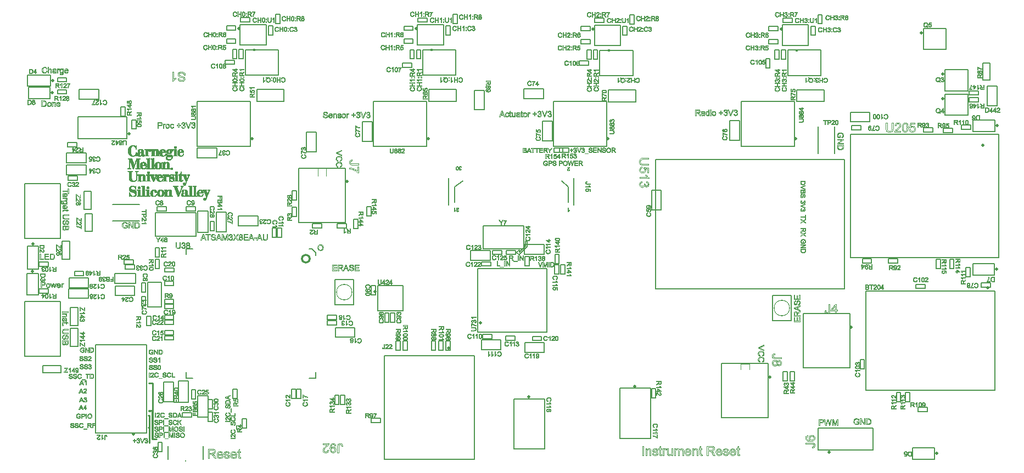
<source format=gto>
%FSLAX33Y33*%
%MOMM*%
%ADD10C,0.127*%
%ADD11C,0.254*%
%ADD12C,0.1*%
%ADD13C,0.0508*%
%ADD14C,0.15*%
%ADD15C,0.5*%
%ADD16C,0.5*%
%ADD17C,0.5*%
%ADD18C,0.2*%
%ADD19C,0.5*%
%ADD20C,0.1524*%
%ADD21C,0.38*%
%ADD22C,1.5048X0.8952*%
%ADD23C,2.5X2.3*%
%ADD24C,2.5X2.3*%
D10*
%LNpath-0*%
G01*
X75748Y32320D02*
X76125Y32697D01*
X76125Y32370*
X77048Y33293*
X77048Y34010*
X77315Y34010*
X77315Y33190*
X77175Y33050*
X76254Y32129*
X76150Y32129*
X76150Y31896*
X75748Y32297*
X75748Y32320*
%LNpath-1*%
D11*
X19575Y7850D02*
X19575Y3825D01*
X19575Y3525*
X20175Y3525*
X19725Y3525*
X19550Y3525*
X19550Y7850*
X19575Y7850*
%LNpath-7*%
D12*
X45096Y44135D02*
X45096Y45302D01*
X46371Y45302*
X46371Y44160*
X46371Y45302*
X45104Y45302*
X45104Y44117*
X45096Y44135*
%LNpath-9*%
D11*
X18975Y7839D02*
X19582Y7864D01*
X19582Y12089*
X18995Y12089*
X19606Y12089*
X19581Y7859*
X18970Y7859*
X18975Y7839*
%LNpath-11*%
X18958Y7124D02*
X19100Y7124D01*
X19100Y5304*
X18958Y5304*
X19079Y5304*
X19079Y2902*
X19079Y5304*
X19079Y7078*
X18958Y7124*
%LNpath-12*%
D12*
X110275Y15100D02*
X110275Y14250D01*
X110275Y15100*
X111600Y15100*
X111600Y14250*
X111600Y15100*
X110275Y15100*
%LNtop silkscreen_traces*%
D13*
X16541Y47187D02*
X16541Y47187D01*
X16542Y47187*
X16732Y47187*
X16732Y47229*
X16732Y47229*
X16816Y47229*
X16816Y47250*
X16816Y47250*
X16837Y47250*
X16837Y47270*
X16837Y47271*
X16879Y47271*
X16879Y47291*
X16880Y47291*
X16996Y47291*
X16996Y47291*
X16996Y47271*
X17038Y47271*
X17038Y47270*
X17038Y47229*
X17112Y47229*
X17112Y47781*
X17091Y47781*
X17091Y47781*
X17091Y47802*
X17038Y47802*
X17038Y47740*
X17038Y47739*
X17017Y47739*
X17017Y47698*
X17017Y47698*
X16996Y47698*
X16996Y47614*
X16996Y47614*
X16975Y47614*
X16975Y47594*
X16975Y47593*
X16954Y47593*
X16954Y47510*
X16954Y47510*
X16933Y47510*
X16933Y47489*
X16933Y47489*
X16912Y47489*
X16912Y47468*
X16911Y47468*
X16890Y47468*
X16890Y47427*
X16890Y47427*
X16869Y47427*
X16869Y47406*
X16869Y47406*
X16848Y47406*
X16848Y47385*
X16848Y47385*
X16827Y47385*
X16827Y47364*
X16827Y47364*
X16806Y47364*
X16806Y47343*
X16806Y47343*
X16743Y47343*
X16743Y47302*
X16742Y47301*
X16679Y47301*
X16679Y47281*
X16679Y47281*
X16595Y47281*
X16595Y47260*
X16595Y47260*
X16499Y47260*
X16499Y47260*
X16499Y47281*
X16394Y47281*
X16394Y47281*
X16394Y47301*
X16351Y47301*
X16351Y47302*
X16351Y47343*
X16309Y47343*
X16309Y47343*
X16309Y47385*
X16288Y47385*
X16288Y47385*
X16288Y47406*
X16267Y47406*
X16267Y47406*
X16267Y47489*
X16246Y47489*
X16246Y47489*
X16246Y47573*
X16225Y47573*
X16225Y47573*
X16225Y47614*
X16204Y47614*
X16203Y47614*
X16203Y47906*
X16182Y47906*
X16182Y47907*
X16182Y48147*
X16182Y48147*
X16203Y48147*
X16203Y48418*
X16204Y48418*
X16225Y48418*
X16225Y48480*
X16225Y48481*
X16246Y48481*
X16246Y48564*
X16246Y48564*
X16267Y48564*
X16267Y48647*
X16267Y48647*
X16309Y48647*
X16309Y48710*
X16309Y48710*
X16351Y48710*
X16351Y48752*
X16351Y48752*
X16394Y48752*
X16394Y48772*
X16394Y48773*
X16436Y48773*
X16436Y48793*
X16436Y48793*
X16457Y48793*
X16457Y48814*
X16457Y48814*
X16616Y48814*
X16616Y48814*
X16616Y48793*
X16658Y48793*
X16658Y48793*
X16658Y48773*
X16721Y48773*
X16721Y48772*
X16721Y48752*
X16742Y48752*
X16743Y48752*
X16743Y48731*
X16764Y48731*
X16764Y48731*
X16764Y48710*
X16785Y48710*
X16785Y48710*
X16785Y48689*
X16806Y48689*
X16806Y48689*
X16806Y48668*
X16827Y48668*
X16827Y48668*
X16827Y48647*
X16848Y48647*
X16848Y48647*
X16848Y48627*
X16890Y48627*
X16890Y48626*
X16890Y48564*
X16911Y48564*
X16912Y48564*
X16912Y48543*
X16933Y48543*
X16933Y48543*
X16933Y48522*
X16954Y48522*
X16954Y48522*
X16954Y48418*
X16996Y48418*
X16996Y48418*
X16996Y48293*
X17038Y48293*
X17038Y48293*
X17038Y48272*
X17069Y48272*
X17069Y48293*
X17070Y48293*
X17091Y48293*
X17091Y48803*
X17070Y48803*
X17069Y48804*
X17069Y48845*
X17038Y48845*
X17038Y48824*
X17038Y48824*
X17017Y48824*
X17017Y48804*
X17017Y48803*
X16996Y48803*
X16996Y48762*
X16996Y48762*
X16922Y48762*
X16922Y48762*
X16922Y48783*
X16880Y48783*
X16879Y48783*
X16879Y48803*
X16837Y48803*
X16837Y48804*
X16837Y48824*
X16795Y48824*
X16795Y48824*
X16795Y48845*
X16732Y48845*
X16732Y48845*
X16732Y48866*
X16605Y48866*
X16605Y48866*
X16605Y48887*
X16468Y48887*
X16468Y48866*
X16468Y48866*
X16299Y48866*
X16299Y48845*
X16299Y48845*
X16257Y48845*
X16257Y48824*
X16257Y48824*
X16236Y48824*
X16236Y48804*
X16236Y48803*
X16172Y48803*
X16172Y48783*
X16172Y48783*
X16151Y48783*
X16151Y48762*
X16151Y48762*
X16130Y48762*
X16130Y48741*
X16130Y48741*
X16088Y48741*
X16088Y48720*
X16088Y48720*
X16067Y48720*
X16067Y48699*
X16067Y48699*
X16046Y48699*
X16046Y48678*
X16045Y48678*
X16024Y48678*
X16024Y48637*
X16024Y48636*
X15982Y48636*
X15982Y48616*
X15982Y48616*
X15961Y48616*
X15961Y48595*
X15961Y48595*
X15940Y48595*
X15940Y48553*
X15940Y48553*
X15919Y48553*
X15919Y48491*
X15919Y48490*
X15877Y48490*
X15877Y48428*
X15876Y48428*
X15834Y48428*
X15834Y48345*
X15834Y48344*
X15813Y48344*
X15813Y48219*
X15813Y48219*
X15792Y48219*
X15792Y48199*
X15792Y48198*
X15771Y48198*
X15771Y47813*
X15792Y47813*
X15792Y47813*
X15792Y47771*
X15813Y47771*
X15813Y47771*
X15813Y47667*
X15834Y47667*
X15834Y47667*
X15834Y47625*
X15855Y47625*
X15855Y47625*
X15855Y47604*
X15876Y47604*
X15877Y47604*
X15877Y47542*
X15898Y47542*
X15898Y47542*
X15898Y47521*
X15919Y47521*
X15919Y47521*
X15919Y47479*
X15940Y47479*
X15940Y47479*
X15940Y47437*
X15961Y47437*
X15961Y47437*
X15961Y47417*
X15982Y47417*
X15982Y47416*
X15982Y47396*
X16024Y47396*
X16024Y47396*
X16024Y47354*
X16045Y47354*
X16046Y47354*
X16046Y47333*
X16088Y47333*
X16088Y47333*
X16088Y47291*
X16151Y47291*
X16151Y47291*
X16151Y47271*
X16193Y47271*
X16193Y47270*
X16193Y47250*
X16214Y47250*
X16215Y47250*
X16215Y47229*
X16278Y47229*
X16278Y47229*
X16278Y47208*
X16299Y47208*
X16299Y47208*
X16299Y47187*
X16468Y47187*
X16468Y47187*
X16468Y47166*
X16541Y47166*
X16541Y47187*
X16278Y47216D02*
X16732Y47216D01*
X16193Y47265D02*
X16499Y47265D01*
X16594Y47265D02*
X16837Y47265D01*
X17038Y47265D02*
X17112Y47265D01*
X16088Y47315D02*
X16352Y47315D01*
X16742Y47315D02*
X17112Y47315D01*
X16024Y47364D02*
X16309Y47364D01*
X16806Y47364D02*
X17112Y47364D01*
X15982Y47414D02*
X16267Y47414D01*
X16869Y47414D02*
X17112Y47414D01*
X15940Y47463D02*
X16267Y47463D01*
X16890Y47463D02*
X17112Y47463D01*
X15919Y47513D02*
X16246Y47513D01*
X16954Y47513D02*
X17112Y47513D01*
X15876Y47562D02*
X16246Y47562D01*
X16954Y47562D02*
X17112Y47562D01*
X15855Y47612D02*
X16225Y47612D01*
X16975Y47612D02*
X17112Y47612D01*
X15834Y47661D02*
X16204Y47661D01*
X16996Y47661D02*
X17112Y47661D01*
X15813Y47711D02*
X16204Y47711D01*
X17017Y47711D02*
X17112Y47711D01*
X15813Y47760D02*
X16204Y47760D01*
X17038Y47760D02*
X17112Y47760D01*
X15792Y47810D02*
X16204Y47810D01*
X15771Y47859D02*
X16204Y47859D01*
X15771Y47909D02*
X16183Y47909D01*
X15771Y47959D02*
X16183Y47959D01*
X15771Y48008D02*
X16183Y48008D01*
X15771Y48058D02*
X16183Y48058D01*
X15771Y48107D02*
X16183Y48107D01*
X15771Y48157D02*
X16204Y48157D01*
X15792Y48206D02*
X16204Y48206D01*
X15813Y48256D02*
X16204Y48256D01*
X15813Y48305D02*
X16204Y48305D01*
X16996Y48305D02*
X17091Y48305D01*
X15834Y48355D02*
X16204Y48355D01*
X16996Y48355D02*
X17091Y48355D01*
X15834Y48404D02*
X16204Y48404D01*
X16996Y48404D02*
X17091Y48404D01*
X15876Y48454D02*
X16225Y48454D01*
X16954Y48454D02*
X17091Y48454D01*
X15919Y48503D02*
X16246Y48503D01*
X16954Y48503D02*
X17091Y48503D01*
X15919Y48553D02*
X16246Y48553D01*
X16911Y48553D02*
X17091Y48553D01*
X15961Y48602D02*
X16267Y48602D01*
X16890Y48602D02*
X17091Y48602D01*
X16024Y48652D02*
X16309Y48652D01*
X16827Y48652D02*
X17091Y48652D01*
X16066Y48701D02*
X16309Y48701D01*
X16785Y48701D02*
X17091Y48701D01*
X16130Y48751D02*
X16352Y48751D01*
X16742Y48751D02*
X17091Y48751D01*
X16172Y48801D02*
X16457Y48801D01*
X16616Y48801D02*
X16880Y48801D01*
X16996Y48801D02*
X17091Y48801D01*
X16299Y48850D02*
X16732Y48850D01*
X23089Y48418D02*
X23089Y48418D01*
X23089Y48418*
X23216Y48418*
X23216Y48460*
X23216Y48460*
X23237Y48460*
X23237Y48522*
X23237Y48522*
X23258Y48522*
X23258Y48636*
X23237Y48636*
X23237Y48637*
X23237Y48678*
X23216Y48678*
X23216Y48678*
X23216Y48699*
X23195Y48699*
X23195Y48699*
X23195Y48720*
X23174Y48720*
X23174Y48720*
X23174Y48741*
X22995Y48741*
X22995Y48720*
X22995Y48720*
X22974Y48720*
X22974Y48699*
X22973Y48699*
X22953Y48699*
X22953Y48678*
X22952Y48678*
X22931Y48678*
X22931Y48658*
X22931Y48657*
X22910Y48657*
X22910Y48481*
X22931Y48481*
X22931Y48480*
X22931Y48460*
X22952Y48460*
X22953Y48460*
X22953Y48439*
X22973Y48439*
X22974Y48439*
X22974Y48418*
X23079Y48418*
X23079Y48418*
X23079Y48397*
X23089Y48397*
X23089Y48418*
X22952Y48446D02*
X23216Y48446D01*
X22910Y48496D02*
X23237Y48496D01*
X22910Y48545D02*
X23259Y48545D01*
X22910Y48595D02*
X23259Y48595D01*
X22910Y48645D02*
X23237Y48645D01*
X22952Y48694D02*
X23216Y48694D01*
X17682Y47208D02*
X17682Y47208D01*
X17682Y47208*
X17724Y47208*
X17724Y47229*
X17724Y47229*
X17788Y47229*
X17788Y47270*
X17788Y47271*
X17830Y47271*
X17830Y47291*
X17830Y47291*
X17862Y47291*
X17862Y47291*
X17862Y47271*
X17904Y47271*
X17904Y47270*
X17904Y47229*
X17968Y47229*
X17968Y47229*
X17968Y47187*
X18210Y47187*
X18210Y47208*
X18210Y47208*
X18231Y47208*
X18231Y47229*
X18231Y47229*
X18273Y47229*
X18273Y47270*
X18274Y47271*
X18327Y47271*
X18327Y47270*
X18327Y47229*
X19034Y47229*
X19034Y47281*
X18992Y47281*
X18992Y47281*
X18992Y47301*
X18844Y47301*
X18844Y47302*
X18844Y47959*
X18844Y47959*
X18865Y47959*
X18865Y48001*
X18865Y48001*
X18886Y48001*
X18886Y48084*
X18886Y48084*
X18907Y48084*
X18907Y48126*
X18907Y48126*
X18960Y48126*
X18960Y48126*
X18960Y47980*
X18981Y47980*
X18982Y47980*
X18982Y47959*
X19003Y47959*
X19003Y47959*
X19003Y47938*
X19024Y47938*
X19024Y47938*
X19024Y47917*
X19224Y47917*
X19224Y47938*
X19224Y47938*
X19245Y47938*
X19245Y47959*
X19245Y47959*
X19287Y47959*
X19287Y48021*
X19287Y48022*
X19330Y48022*
X19330Y48136*
X19309Y48136*
X19308Y48136*
X19308Y48167*
X19309Y48168*
X19446Y48168*
X19446Y48167*
X19446Y48147*
X19467Y48147*
X19467Y48147*
X19467Y47302*
X19467Y47301*
X19362Y47301*
X19362Y47281*
X19362Y47281*
X19319Y47281*
X19319Y47229*
X19942Y47229*
X19942Y47281*
X19900Y47281*
X19900Y47281*
X19900Y47301*
X19816Y47301*
X19815Y47302*
X19815Y47959*
X19816Y47959*
X19858Y47959*
X19858Y48021*
X19858Y48022*
X19879Y48022*
X19879Y48042*
X19879Y48042*
X19900Y48042*
X19900Y48084*
X19900Y48084*
X19942Y48084*
X19942Y48126*
X19942Y48126*
X20005Y48126*
X20005Y48147*
X20006Y48147*
X20080Y48147*
X20080Y48147*
X20080Y48126*
X20122Y48126*
X20122Y48126*
X20122Y48084*
X20143Y48084*
X20143Y48084*
X20143Y47302*
X20143Y47301*
X20059Y47301*
X20059Y47281*
X20059Y47281*
X20038Y47281*
X20038Y47229*
X20660Y47229*
X20660Y47281*
X20618Y47281*
X20618Y47281*
X20618Y47301*
X20513Y47301*
X20512Y47302*
X20512Y48011*
X20491Y48011*
X20491Y48011*
X20491Y48052*
X20470Y48052*
X20470Y48053*
X20470Y48136*
X20449Y48136*
X20449Y48136*
X20449Y48178*
X20407Y48178*
X20407Y48178*
X20407Y48198*
X20365Y48198*
X20365Y48199*
X20365Y48240*
X20259Y48240*
X20259Y48240*
X20259Y48261*
X20238Y48261*
X20238Y48261*
X20238Y48282*
X20122Y48282*
X20122Y48261*
X20122Y48261*
X20080Y48261*
X20080Y48240*
X20080Y48240*
X19974Y48240*
X19974Y48199*
X19974Y48198*
X19911Y48198*
X19911Y48178*
X19911Y48178*
X19869Y48178*
X19869Y48136*
X19869Y48136*
X19816Y48136*
X19815Y48136*
X19815Y48282*
X19721Y48282*
X19721Y48261*
X19721Y48261*
X19700Y48261*
X19700Y48240*
X19700Y48240*
X19319Y48240*
X19319Y48178*
X19319Y48178*
X19287Y48178*
X19287Y48178*
X19287Y48198*
X19266Y48198*
X19266Y48199*
X19266Y48219*
X19245Y48219*
X19245Y48219*
X19245Y48240*
X19224Y48240*
X19224Y48240*
X19224Y48282*
X19003Y48282*
X19003Y48261*
X19003Y48261*
X18982Y48261*
X18982Y48240*
X18981Y48240*
X18918Y48240*
X18918Y48199*
X18918Y48198*
X18876Y48198*
X18876Y48178*
X18876Y48178*
X18844Y48178*
X18844Y48178*
X18844Y48282*
X18749Y48282*
X18749Y48261*
X18749Y48261*
X18728Y48261*
X18728Y48240*
X18728Y48240*
X18327Y48240*
X18327Y48168*
X18474Y48168*
X18475Y48167*
X18475Y48147*
X18496Y48147*
X18496Y48147*
X18496Y47302*
X18496Y47301*
X18369Y47301*
X18369Y47281*
X18369Y47281*
X18316Y47281*
X18316Y47281*
X18316Y47312*
X18316Y47312*
X18337Y47312*
X18337Y47447*
X18306Y47447*
X18306Y47406*
X18305Y47406*
X18263Y47406*
X18263Y47343*
X18263Y47343*
X18210Y47343*
X18210Y47343*
X18210Y47364*
X18189Y47364*
X18189Y47364*
X18189Y47948*
X18168Y47948*
X18168Y47948*
X18168Y48073*
X18126Y48073*
X18126Y48073*
X18126Y48115*
X18105Y48115*
X18104Y48115*
X18104Y48136*
X18083Y48136*
X18083Y48136*
X18083Y48178*
X18062Y48178*
X18062Y48178*
X18062Y48198*
X17978Y48198*
X17978Y48199*
X17978Y48219*
X17957Y48219*
X17957Y48219*
X17957Y48240*
X17830Y48240*
X17830Y48240*
X17830Y48261*
X17746Y48261*
X17745Y48261*
X17745Y48282*
X17630Y48282*
X17630Y48261*
X17630Y48261*
X17566Y48261*
X17566Y48240*
X17566Y48240*
X17461Y48240*
X17461Y48199*
X17461Y48198*
X17397Y48198*
X17397Y48178*
X17397Y48178*
X17355Y48178*
X17355Y48157*
X17355Y48157*
X17334Y48157*
X17334Y48136*
X17334Y48136*
X17313Y48136*
X17313Y48115*
X17313Y48115*
X17292Y48115*
X17292Y47896*
X17313Y47896*
X17313Y47896*
X17313Y47876*
X17355Y47876*
X17355Y47875*
X17355Y47855*
X17513Y47855*
X17513Y47875*
X17513Y47876*
X17555Y47876*
X17555Y47896*
X17555Y47896*
X17576Y47896*
X17576Y47959*
X17577Y47959*
X17598Y47959*
X17598Y48032*
X17577Y48032*
X17576Y48032*
X17576Y48073*
X17555Y48073*
X17555Y48073*
X17555Y48094*
X17534Y48094*
X17534Y48094*
X17534Y48115*
X17513Y48115*
X17513Y48115*
X17513Y48167*
X17513Y48168*
X17555Y48168*
X17555Y48188*
X17555Y48188*
X17756Y48188*
X17756Y48188*
X17756Y48168*
X17799Y48168*
X17799Y48167*
X17799Y48126*
X17841Y48126*
X17841Y48126*
X17841Y47844*
X17841Y47844*
X17820Y47844*
X17820Y47823*
X17820Y47823*
X17778Y47823*
X17778Y47802*
X17777Y47802*
X17524Y47802*
X17524Y47781*
X17524Y47781*
X17461Y47781*
X17461Y47760*
X17461Y47760*
X17397Y47760*
X17397Y47740*
X17397Y47739*
X17313Y47739*
X17313Y47719*
X17313Y47719*
X17292Y47719*
X17292Y47677*
X17292Y47677*
X17250Y47677*
X17250Y47635*
X17249Y47635*
X17207Y47635*
X17207Y47531*
X17207Y47531*
X17186Y47531*
X17186Y47437*
X17207Y47437*
X17207Y47437*
X17207Y47333*
X17249Y47333*
X17250Y47333*
X17250Y47291*
X17292Y47291*
X17292Y47291*
X17292Y47271*
X17313Y47271*
X17313Y47270*
X17313Y47229*
X17397Y47229*
X17397Y47229*
X17397Y47208*
X17418Y47208*
X17418Y47208*
X17418Y47187*
X17682Y47187*
X17682Y47208*
X17841Y47729D02*
X17841Y47406D01*
X17820Y47406*
X17820Y47385*
X17798Y47385*
X17798Y47343*
X17756Y47343*
X17756Y47302*
X17598Y47302*
X17598Y47343*
X17577Y47343*
X17577Y47364*
X17556Y47364*
X17556Y47385*
X17534Y47385*
X17534Y47646*
X17556Y47646*
X17556Y47667*
X17577Y47667*
X17577Y47688*
X17598Y47688*
X17598Y47708*
X17640Y47708*
X17640Y47729*
X17841Y47729*
X17313Y47236D02*
X17788Y47236D01*
X17904Y47236D02*
X18274Y47236D01*
X18326Y47236D02*
X19034Y47236D01*
X19319Y47236D02*
X19942Y47236D01*
X20037Y47236D02*
X20660Y47236D01*
X17292Y47286D02*
X17830Y47286D01*
X17862Y47286D02*
X18316Y47286D01*
X18369Y47286D02*
X18992Y47286D01*
X19361Y47286D02*
X19900Y47286D01*
X20059Y47286D02*
X20618Y47286D01*
X17207Y47336D02*
X17598Y47336D01*
X17756Y47336D02*
X18337Y47336D01*
X18495Y47336D02*
X18844Y47336D01*
X19467Y47336D02*
X19816Y47336D01*
X20143Y47336D02*
X20513Y47336D01*
X17207Y47385D02*
X17534Y47385D01*
X17820Y47385D02*
X18189Y47385D01*
X18263Y47385D02*
X18337Y47385D01*
X18495Y47385D02*
X18844Y47385D01*
X19467Y47385D02*
X19816Y47385D01*
X20143Y47385D02*
X20513Y47385D01*
X17207Y47435D02*
X17534Y47435D01*
X17841Y47435D02*
X18189Y47435D01*
X18305Y47435D02*
X18337Y47435D01*
X18495Y47435D02*
X18844Y47435D01*
X19467Y47435D02*
X19816Y47435D01*
X20143Y47435D02*
X20513Y47435D01*
X17186Y47484D02*
X17534Y47484D01*
X17841Y47484D02*
X18189Y47484D01*
X18495Y47484D02*
X18844Y47484D01*
X19467Y47484D02*
X19816Y47484D01*
X20143Y47484D02*
X20513Y47484D01*
X17207Y47534D02*
X17534Y47534D01*
X17841Y47534D02*
X18189Y47534D01*
X18495Y47534D02*
X18844Y47534D01*
X19467Y47534D02*
X19816Y47534D01*
X20143Y47534D02*
X20513Y47534D01*
X17207Y47583D02*
X17534Y47583D01*
X17841Y47583D02*
X18189Y47583D01*
X18495Y47583D02*
X18844Y47583D01*
X19467Y47583D02*
X19816Y47583D01*
X20143Y47583D02*
X20513Y47583D01*
X17207Y47633D02*
X17534Y47633D01*
X17841Y47633D02*
X18189Y47633D01*
X18495Y47633D02*
X18844Y47633D01*
X19467Y47633D02*
X19816Y47633D01*
X20143Y47633D02*
X20513Y47633D01*
X17292Y47682D02*
X17576Y47682D01*
X17841Y47682D02*
X18189Y47682D01*
X18495Y47682D02*
X18844Y47682D01*
X19467Y47682D02*
X19816Y47682D01*
X20143Y47682D02*
X20513Y47682D01*
X17313Y47732D02*
X18189Y47732D01*
X18495Y47732D02*
X18844Y47732D01*
X19467Y47732D02*
X19816Y47732D01*
X20143Y47732D02*
X20513Y47732D01*
X17460Y47781D02*
X18189Y47781D01*
X18495Y47781D02*
X18844Y47781D01*
X19467Y47781D02*
X19816Y47781D01*
X20143Y47781D02*
X20513Y47781D01*
X17820Y47831D02*
X18189Y47831D01*
X18495Y47831D02*
X18844Y47831D01*
X19467Y47831D02*
X19816Y47831D01*
X20143Y47831D02*
X20513Y47831D01*
X17313Y47880D02*
X17556Y47880D01*
X17841Y47880D02*
X18189Y47880D01*
X18495Y47880D02*
X18844Y47880D01*
X19467Y47880D02*
X19816Y47880D01*
X20143Y47880D02*
X20513Y47880D01*
X17292Y47930D02*
X17577Y47930D01*
X17841Y47930D02*
X18189Y47930D01*
X18495Y47930D02*
X18844Y47930D01*
X19024Y47930D02*
X19224Y47930D01*
X19467Y47930D02*
X19816Y47930D01*
X20143Y47930D02*
X20513Y47930D01*
X17292Y47979D02*
X17598Y47979D01*
X17841Y47979D02*
X18168Y47979D01*
X18495Y47979D02*
X18865Y47979D01*
X18981Y47979D02*
X19288Y47979D01*
X19467Y47979D02*
X19858Y47979D01*
X20143Y47979D02*
X20513Y47979D01*
X17292Y48029D02*
X17598Y48029D01*
X17841Y48029D02*
X18168Y48029D01*
X18495Y48029D02*
X18886Y48029D01*
X18960Y48029D02*
X19330Y48029D01*
X19467Y48029D02*
X19879Y48029D01*
X20143Y48029D02*
X20492Y48029D01*
X17292Y48078D02*
X17556Y48078D01*
X17841Y48078D02*
X18126Y48078D01*
X18495Y48078D02*
X18886Y48078D01*
X18960Y48078D02*
X19330Y48078D01*
X19467Y48078D02*
X19900Y48078D01*
X20143Y48078D02*
X20470Y48078D01*
X17313Y48128D02*
X17513Y48128D01*
X17798Y48128D02*
X18105Y48128D01*
X18495Y48128D02*
X19330Y48128D01*
X19467Y48128D02*
X20006Y48128D01*
X20080Y48128D02*
X20470Y48128D01*
X17355Y48178D02*
X17556Y48178D01*
X17756Y48178D02*
X18084Y48178D01*
X18326Y48178D02*
X19816Y48178D01*
X19868Y48178D02*
X20449Y48178D01*
X17460Y48227D02*
X17957Y48227D01*
X18326Y48227D02*
X18844Y48227D01*
X18918Y48227D02*
X19245Y48227D01*
X19319Y48227D02*
X19816Y48227D01*
X19974Y48227D02*
X20365Y48227D01*
X17629Y48277D02*
X17746Y48277D01*
X18749Y48277D02*
X18844Y48277D01*
X19002Y48277D02*
X19224Y48277D01*
X19721Y48277D02*
X19816Y48277D01*
X20122Y48277D02*
X20238Y48277D01*
X21294Y47208D02*
X21294Y47208D01*
X21294Y47208*
X21315Y47208*
X21315Y47229*
X21315Y47229*
X21378Y47229*
X21378Y47250*
X21379Y47250*
X21400Y47250*
X21400Y47270*
X21400Y47271*
X21463Y47271*
X21463Y47291*
X21463Y47291*
X21505Y47291*
X21505Y47333*
X21505Y47333*
X21526Y47333*
X21526Y47375*
X21526Y47375*
X21568Y47375*
X21568Y47437*
X21569Y47437*
X21611Y47437*
X21611Y47521*
X21611Y47521*
X21632Y47521*
X21632Y47635*
X21580Y47635*
X21580Y47614*
X21579Y47614*
X21558Y47614*
X21558Y47552*
X21558Y47552*
X21537Y47552*
X21537Y47510*
X21537Y47510*
X21516Y47510*
X21516Y47448*
X21516Y47447*
X21495Y47447*
X21495Y47406*
X21495Y47406*
X21453Y47406*
X21453Y47385*
X21453Y47385*
X21432Y47385*
X21432Y47364*
X21432Y47364*
X21411Y47364*
X21411Y47343*
X21410Y47343*
X21389Y47343*
X21389Y47302*
X21389Y47301*
X21284Y47301*
X21284Y47281*
X21284Y47281*
X21146Y47281*
X21146Y47281*
X21146Y47301*
X21083Y47301*
X21083Y47302*
X21083Y47322*
X21062Y47322*
X21062Y47322*
X21062Y47343*
X21041Y47343*
X21040Y47343*
X21040Y47406*
X21019Y47406*
X21019Y47406*
X21019Y47750*
X21019Y47750*
X21611Y47750*
X21611Y47771*
X21611Y47771*
X21632Y47771*
X21632Y47865*
X21611Y47865*
X21611Y47865*
X21611Y47969*
X21569Y47969*
X21568Y47969*
X21568Y48032*
X21548Y48032*
X21547Y48032*
X21547Y48052*
X21526Y48052*
X21526Y48053*
X21526Y48073*
X21505Y48073*
X21505Y48073*
X21505Y48115*
X21484Y48115*
X21484Y48115*
X21484Y48136*
X21463Y48136*
X21463Y48136*
X21463Y48157*
X21442Y48157*
X21442Y48157*
X21442Y48178*
X21400Y48178*
X21400Y48178*
X21400Y48198*
X21357Y48198*
X21357Y48199*
X21357Y48219*
X21315Y48219*
X21315Y48219*
X21315Y48240*
X21252Y48240*
X21252Y48240*
X21252Y48261*
X21210Y48261*
X21209Y48261*
X21209Y48282*
X21094Y48282*
X21094Y48261*
X21094Y48261*
X21052Y48261*
X21052Y48240*
X21051Y48240*
X20946Y48240*
X20946Y48199*
X20946Y48198*
X20883Y48198*
X20883Y48178*
X20882Y48178*
X20840Y48178*
X20840Y48157*
X20840Y48157*
X20819Y48157*
X20819Y48136*
X20819Y48136*
X20798Y48136*
X20798Y48115*
X20798Y48115*
X20777Y48115*
X20777Y48094*
X20777Y48094*
X20756Y48094*
X20756Y48073*
X20756Y48073*
X20735Y48073*
X20735Y48053*
X20735Y48052*
X20714Y48052*
X20714Y48011*
X20713Y48011*
X20692Y48011*
X20692Y47927*
X20692Y47927*
X20671Y47927*
X20671Y47907*
X20671Y47906*
X20650Y47906*
X20650Y47802*
X20650Y47802*
X20629Y47802*
X20629Y47625*
X20650Y47625*
X20650Y47625*
X20650Y47521*
X20671Y47521*
X20671Y47521*
X20671Y47500*
X20692Y47500*
X20692Y47500*
X20692Y47437*
X20713Y47437*
X20714Y47437*
X20714Y47396*
X20735Y47396*
X20735Y47396*
X20735Y47375*
X20756Y47375*
X20756Y47375*
X20756Y47354*
X20777Y47354*
X20777Y47354*
X20777Y47333*
X20798Y47333*
X20798Y47333*
X20798Y47312*
X20819Y47312*
X20819Y47312*
X20819Y47291*
X20840Y47291*
X20840Y47291*
X20840Y47271*
X20904Y47271*
X20904Y47270*
X20904Y47250*
X20925Y47250*
X20925Y47250*
X20925Y47229*
X20988Y47229*
X20988Y47229*
X20988Y47208*
X21009Y47208*
X21009Y47208*
X21009Y47187*
X21294Y47187*
X21294Y47208*
X21178Y48188D02*
X21178Y48167D01*
X21220Y48167*
X21220Y48147*
X21241Y48147*
X21241Y48063*
X21262Y48063*
X21262Y47844*
X21020Y47844*
X21020Y48105*
X21041Y48105*
X21041Y48167*
X21062Y48167*
X21062Y48188*
X21178Y48188*
X20925Y47236D02*
X21379Y47236D01*
X20840Y47286D02*
X21146Y47286D01*
X21284Y47286D02*
X21463Y47286D01*
X20777Y47336D02*
X21062Y47336D01*
X21389Y47336D02*
X21527Y47336D01*
X20734Y47385D02*
X21041Y47385D01*
X21431Y47385D02*
X21569Y47385D01*
X20713Y47435D02*
X21020Y47435D01*
X21495Y47435D02*
X21569Y47435D01*
X20692Y47484D02*
X21020Y47484D01*
X21516Y47484D02*
X21611Y47484D01*
X20650Y47534D02*
X21020Y47534D01*
X21537Y47534D02*
X21632Y47534D01*
X20650Y47583D02*
X21020Y47583D01*
X21558Y47583D02*
X21632Y47583D01*
X20629Y47633D02*
X21020Y47633D01*
X21579Y47633D02*
X21632Y47633D01*
X20629Y47682D02*
X21020Y47682D01*
X20629Y47732D02*
X21020Y47732D01*
X20629Y47781D02*
X21632Y47781D01*
X20650Y47831D02*
X21632Y47831D01*
X20650Y47880D02*
X21019Y47880D01*
X21263Y47880D02*
X21611Y47880D01*
X20692Y47930D02*
X21019Y47930D01*
X21263Y47930D02*
X21611Y47930D01*
X20692Y47979D02*
X21019Y47979D01*
X21263Y47979D02*
X21569Y47979D01*
X20713Y48029D02*
X21019Y48029D01*
X21263Y48029D02*
X21569Y48029D01*
X20756Y48078D02*
X21019Y48078D01*
X21242Y48078D02*
X21505Y48078D01*
X20798Y48128D02*
X21040Y48128D01*
X21242Y48128D02*
X21484Y48128D01*
X20840Y48178D02*
X21062Y48178D01*
X21178Y48178D02*
X21442Y48178D01*
X20946Y48227D02*
X21315Y48227D01*
X21094Y48277D02*
X21210Y48277D01*
X22287Y46645D02*
X22287Y46645D01*
X22287Y46645*
X22308Y46645*
X22308Y46665*
X22308Y46666*
X22371Y46666*
X22371Y46686*
X22371Y46687*
X22392Y46687*
X22392Y46707*
X22392Y46707*
X22413Y46707*
X22413Y46728*
X22414Y46728*
X22477Y46728*
X22477Y46770*
X22477Y46770*
X22519Y46770*
X22519Y46832*
X22519Y46833*
X22540Y46833*
X22540Y46853*
X22540Y46853*
X22561Y46853*
X22561Y46874*
X22561Y46874*
X22582Y46874*
X22582Y46937*
X22583Y46937*
X22625Y46937*
X22625Y47104*
X22625Y47104*
X22646Y47104*
X22646Y47135*
X22625Y47135*
X22625Y47135*
X22625Y47301*
X22583Y47301*
X22582Y47302*
X22582Y47343*
X22561Y47343*
X22561Y47343*
X22561Y47364*
X22540Y47364*
X22540Y47364*
X22540Y47385*
X22519Y47385*
X22519Y47385*
X22519Y47406*
X22456Y47406*
X22456Y47406*
X22456Y47427*
X22435Y47427*
X22435Y47427*
X22435Y47447*
X21822Y47447*
X21822Y47448*
X21822Y47489*
X21801Y47489*
X21801Y47489*
X21801Y47521*
X21801Y47521*
X21822Y47521*
X21822Y47542*
X21822Y47542*
X21843Y47542*
X21843Y47583*
X21843Y47584*
X21885Y47584*
X21885Y47604*
X21885Y47604*
X22002Y47604*
X22002Y47604*
X22002Y47584*
X22266Y47584*
X22266Y47604*
X22266Y47604*
X22308Y47604*
X22308Y47625*
X22308Y47625*
X22413Y47625*
X22413Y47667*
X22414Y47667*
X22435Y47667*
X22435Y47709*
X22435Y47709*
X22477Y47709*
X22477Y47729*
X22477Y47730*
X22519Y47730*
X22519Y47834*
X22519Y47834*
X22540Y47834*
X22540Y47990*
X22519Y47990*
X22519Y47990*
X22519Y48021*
X22519Y48022*
X22688Y48022*
X22688Y48042*
X22688Y48042*
X22709Y48042*
X22709Y48063*
X22709Y48063*
X22730Y48063*
X22730Y48084*
X22730Y48084*
X22751Y48084*
X22751Y48167*
X22751Y48168*
X22910Y48168*
X22910Y48167*
X22910Y47302*
X22910Y47301*
X22784Y47301*
X22784Y47281*
X22783Y47281*
X22741Y47281*
X22741Y47229*
X23427Y47229*
X23427Y47281*
X23385Y47281*
X23385Y47281*
X23385Y47301*
X23258Y47301*
X23258Y47302*
X23258Y47322*
X23237Y47322*
X23237Y47322*
X23237Y48282*
X23164Y48282*
X23164Y48240*
X23164Y48240*
X22762Y48240*
X22762Y48219*
X22762Y48219*
X22730Y48219*
X22730Y48219*
X22730Y48240*
X22688Y48240*
X22688Y48240*
X22688Y48261*
X22667Y48261*
X22667Y48261*
X22667Y48282*
X22509Y48282*
X22509Y48261*
X22509Y48261*
X22488Y48261*
X22488Y48240*
X22488Y48240*
X22424Y48240*
X22424Y48199*
X22424Y48198*
X22350Y48198*
X22350Y48199*
X22350Y48219*
X22329Y48219*
X22329Y48219*
X22329Y48240*
X22223Y48240*
X22223Y48240*
X22223Y48261*
X22181Y48261*
X22181Y48261*
X22181Y48282*
X22065Y48282*
X22065Y48261*
X22065Y48261*
X22023Y48261*
X22023Y48240*
X22023Y48240*
X21939Y48240*
X21939Y48219*
X21938Y48219*
X21918Y48219*
X21918Y48199*
X21917Y48198*
X21854Y48198*
X21854Y48178*
X21854Y48178*
X21833Y48178*
X21833Y48157*
X21833Y48157*
X21812Y48157*
X21812Y48136*
X21812Y48136*
X21791Y48136*
X21791Y48115*
X21791Y48115*
X21770Y48115*
X21770Y48073*
X21770Y48073*
X21727Y48073*
X21727Y47771*
X21748Y47771*
X21749Y47771*
X21749Y47750*
X21770Y47750*
X21770Y47750*
X21770Y47730*
X21791Y47730*
X21791Y47729*
X21791Y47709*
X21812Y47709*
X21812Y47709*
X21812Y47667*
X21833Y47667*
X21833Y47667*
X21833Y47635*
X21833Y47635*
X21770Y47635*
X21770Y47594*
X21770Y47593*
X21727Y47593*
X21727Y47552*
X21727Y47552*
X21706Y47552*
X21706Y47489*
X21706Y47489*
X21685Y47489*
X21685Y47448*
X21685Y47447*
X21664Y47447*
X21664Y47333*
X21685Y47333*
X21685Y47333*
X21685Y47291*
X21706Y47291*
X21706Y47291*
X21706Y47229*
X21727Y47229*
X21727Y47229*
X21727Y47187*
X21748Y47187*
X21749Y47187*
X21749Y47166*
X21770Y47166*
X21770Y47166*
X21770Y47135*
X21770Y47135*
X21727Y47135*
X21727Y47093*
X21727Y47093*
X21685Y47093*
X21685Y47072*
X21685Y47072*
X21664Y47072*
X21664Y47051*
X21664Y47051*
X21643Y47051*
X21643Y47030*
X21643Y47030*
X21622Y47030*
X21622Y46833*
X21664Y46833*
X21664Y46832*
X21664Y46791*
X21685Y46791*
X21685Y46791*
X21685Y46770*
X21706Y46770*
X21706Y46770*
X21706Y46728*
X21748Y46728*
X21749Y46728*
X21749Y46707*
X21791Y46707*
X21791Y46707*
X21791Y46687*
X21812Y46687*
X21812Y46686*
X21812Y46666*
X21875Y46666*
X21875Y46665*
X21875Y46645*
X21917Y46645*
X21918Y46645*
X21918Y46624*
X22287Y46624*
X22287Y46645*
X22171Y48188D02*
X22171Y48167D01*
X22213Y48167*
X22213Y48105*
X22234Y48105*
X22234Y48084*
X22255Y48084*
X22255Y47761*
X22234Y47761*
X22234Y47740*
X22213Y47740*
X22213Y47677*
X22192Y47677*
X22192Y47656*
X22150Y47656*
X22150Y47635*
X22097Y47635*
X22097Y47656*
X22076Y47656*
X22076Y47677*
X22055Y47677*
X22055Y47698*
X22033Y47698*
X22033Y47740*
X22012Y47740*
X22012Y47844*
X21991Y47844*
X21991Y48000*
X22012Y48000*
X22012Y48063*
X22033Y48063*
X22033Y48147*
X22055Y48147*
X22055Y48167*
X22076Y48167*
X22076Y48188*
X22171Y48188*
X22509Y48167D02*
X22509Y48094D01*
X22477Y48094*
X22477Y48167*
X22509Y48167*
X22445Y47124D02*
X22445Y47103D01*
X22466Y47103*
X22466Y47083*
X22509Y47083*
X22509Y46905*
X22488Y46905*
X22488Y46884*
X22466Y46884*
X22466Y46843*
X22424Y46843*
X22424Y46822*
X22403Y46822*
X22403Y46801*
X22382Y46801*
X22382Y46780*
X22361Y46780*
X22361Y46759*
X22319Y46759*
X22319Y46738*
X22213Y46738*
X22213Y46718*
X22171Y46718*
X22171Y46697*
X22033Y46697*
X22033Y46718*
X21991Y46718*
X21991Y46738*
X21928Y46738*
X21928Y46759*
X21886Y46759*
X21886Y46780*
X21864Y46780*
X21864Y46801*
X21843Y46801*
X21843Y46843*
X21822Y46843*
X21822Y46884*
X21801Y46884*
X21801Y46937*
X21822Y46937*
X21822Y47062*
X21843Y47062*
X21843Y47103*
X21864Y47103*
X21864Y47124*
X22445Y47124*
X21812Y46673D02*
X22371Y46673D01*
X21748Y46723D02*
X21991Y46723D01*
X22213Y46723D02*
X22414Y46723D01*
X21685Y46772D02*
X21885Y46772D01*
X22361Y46772D02*
X22519Y46772D01*
X21664Y46822D02*
X21843Y46822D01*
X22424Y46822D02*
X22519Y46822D01*
X21622Y46871D02*
X21822Y46871D01*
X22467Y46871D02*
X22561Y46871D01*
X21622Y46921D02*
X21801Y46921D01*
X22509Y46921D02*
X22583Y46921D01*
X21622Y46970D02*
X21822Y46970D01*
X22509Y46970D02*
X22625Y46970D01*
X21622Y47020D02*
X21822Y47020D01*
X22509Y47020D02*
X22625Y47020D01*
X21664Y47069D02*
X21843Y47069D01*
X22509Y47069D02*
X22625Y47069D01*
X21727Y47119D02*
X21864Y47119D01*
X22446Y47119D02*
X22646Y47119D01*
X21748Y47168D02*
X22625Y47168D01*
X21727Y47218D02*
X22625Y47218D01*
X21706Y47268D02*
X22625Y47268D01*
X22741Y47268D02*
X23428Y47268D01*
X21685Y47317D02*
X22583Y47317D01*
X22910Y47317D02*
X23259Y47317D01*
X21664Y47367D02*
X22540Y47367D01*
X22910Y47367D02*
X23237Y47367D01*
X21664Y47416D02*
X22456Y47416D01*
X22910Y47416D02*
X23237Y47416D01*
X21685Y47466D02*
X21822Y47466D01*
X22910Y47466D02*
X23237Y47466D01*
X21706Y47515D02*
X21801Y47515D01*
X22910Y47515D02*
X23237Y47515D01*
X21727Y47565D02*
X21843Y47565D01*
X22910Y47565D02*
X23237Y47565D01*
X21769Y47614D02*
X22308Y47614D01*
X22910Y47614D02*
X23237Y47614D01*
X21833Y47664D02*
X22075Y47664D01*
X22192Y47664D02*
X22414Y47664D01*
X22910Y47664D02*
X23237Y47664D01*
X21791Y47713D02*
X22033Y47713D01*
X22213Y47713D02*
X22477Y47713D01*
X22910Y47713D02*
X23237Y47713D01*
X21748Y47763D02*
X22012Y47763D01*
X22255Y47763D02*
X22519Y47763D01*
X22910Y47763D02*
X23237Y47763D01*
X21727Y47812D02*
X22012Y47812D01*
X22255Y47812D02*
X22519Y47812D01*
X22910Y47812D02*
X23237Y47812D01*
X21727Y47862D02*
X21991Y47862D01*
X22255Y47862D02*
X22540Y47862D01*
X22910Y47862D02*
X23237Y47862D01*
X21727Y47911D02*
X21991Y47911D01*
X22255Y47911D02*
X22540Y47911D01*
X22910Y47911D02*
X23237Y47911D01*
X21727Y47961D02*
X21991Y47961D01*
X22255Y47961D02*
X22540Y47961D01*
X22910Y47961D02*
X23237Y47961D01*
X21727Y48011D02*
X22012Y48011D01*
X22255Y48011D02*
X22519Y48011D01*
X22910Y48011D02*
X23237Y48011D01*
X21727Y48060D02*
X22012Y48060D01*
X22255Y48060D02*
X22709Y48060D01*
X22910Y48060D02*
X23237Y48060D01*
X21769Y48110D02*
X22033Y48110D01*
X22213Y48110D02*
X22477Y48110D01*
X22509Y48110D02*
X22752Y48110D01*
X22910Y48110D02*
X23237Y48110D01*
X21833Y48159D02*
X22054Y48159D01*
X22213Y48159D02*
X22477Y48159D01*
X22509Y48159D02*
X22752Y48159D01*
X22910Y48159D02*
X23237Y48159D01*
X21917Y48209D02*
X22350Y48209D01*
X22424Y48209D02*
X23237Y48209D01*
X22023Y48258D02*
X22224Y48258D01*
X22488Y48258D02*
X22688Y48258D01*
X23163Y48258D02*
X23237Y48258D01*
X24040Y47208D02*
X24040Y47208D01*
X24040Y47208*
X24061Y47208*
X24061Y47229*
X24061Y47229*
X24145Y47229*
X24145Y47270*
X24146Y47271*
X24209Y47271*
X24209Y47291*
X24209Y47291*
X24230Y47291*
X24230Y47333*
X24230Y47333*
X24251Y47333*
X24251Y47354*
X24251Y47354*
X24272Y47354*
X24272Y47375*
X24272Y47375*
X24293Y47375*
X24293Y47396*
X24293Y47396*
X24314Y47396*
X24314Y47416*
X24315Y47417*
X24336Y47417*
X24336Y47500*
X24336Y47500*
X24357Y47500*
X24357Y47635*
X24325Y47635*
X24325Y47594*
X24325Y47593*
X24283Y47593*
X24283Y47510*
X24283Y47510*
X24262Y47510*
X24262Y47489*
X24262Y47489*
X24241Y47489*
X24241Y47427*
X24241Y47427*
X24220Y47427*
X24220Y47385*
X24220Y47385*
X24178Y47385*
X24178Y47343*
X24177Y47343*
X24135Y47343*
X24135Y47322*
X24135Y47322*
X24114Y47322*
X24114Y47302*
X24114Y47301*
X24030Y47301*
X24030Y47281*
X24030Y47281*
X23892Y47281*
X23892Y47281*
X23892Y47301*
X23850Y47301*
X23850Y47302*
X23850Y47322*
X23829Y47322*
X23829Y47322*
X23829Y47343*
X23808Y47343*
X23807Y47343*
X23807Y47364*
X23786Y47364*
X23786Y47364*
X23786Y47468*
X23765Y47468*
X23765Y47468*
X23765Y47489*
X23744Y47489*
X23744Y47489*
X23744Y47709*
X23744Y47709*
X23765Y47709*
X23765Y47750*
X23765Y47750*
X24357Y47750*
X24357Y47927*
X24336Y47927*
X24336Y47927*
X24336Y47990*
X24315Y47990*
X24314Y47990*
X24314Y48011*
X24293Y48011*
X24293Y48011*
X24293Y48073*
X24251Y48073*
X24251Y48073*
X24251Y48094*
X24230Y48094*
X24230Y48094*
X24230Y48136*
X24209Y48136*
X24209Y48136*
X24209Y48157*
X24188Y48157*
X24188Y48157*
X24188Y48178*
X24146Y48178*
X24145Y48178*
X24145Y48198*
X24103Y48198*
X24103Y48199*
X24103Y48219*
X24061Y48219*
X24061Y48219*
X24061Y48240*
X23977Y48240*
X23976Y48240*
X23976Y48261*
X23955Y48261*
X23955Y48261*
X23955Y48282*
X23840Y48282*
X23840Y48261*
X23839Y48261*
X23797Y48261*
X23797Y48240*
X23797Y48240*
X23692Y48240*
X23692Y48199*
X23692Y48198*
X23628Y48198*
X23628Y48178*
X23628Y48178*
X23586Y48178*
X23586Y48157*
X23586Y48157*
X23565Y48157*
X23565Y48136*
X23565Y48136*
X23544Y48136*
X23544Y48115*
X23544Y48115*
X23523Y48115*
X23523Y48073*
X23523Y48073*
X23481Y48073*
X23481Y48032*
X23480Y48032*
X23438Y48032*
X23438Y47969*
X23438Y47969*
X23417Y47969*
X23417Y47865*
X23417Y47865*
X23375Y47865*
X23375Y47584*
X23396Y47584*
X23396Y47583*
X23396Y47563*
X23417Y47563*
X23417Y47563*
X23417Y47479*
X23438Y47479*
X23438Y47479*
X23438Y47396*
X23480Y47396*
X23481Y47396*
X23481Y47375*
X23502Y47375*
X23502Y47375*
X23502Y47354*
X23523Y47354*
X23523Y47354*
X23523Y47333*
X23544Y47333*
X23544Y47333*
X23544Y47291*
X23586Y47291*
X23586Y47291*
X23586Y47271*
X23649Y47271*
X23650Y47270*
X23650Y47229*
X23734Y47229*
X23734Y47229*
X23734Y47208*
X23755Y47208*
X23755Y47208*
X23755Y47187*
X24040Y47187*
X24040Y47208*
X23945Y48188D02*
X23945Y48167D01*
X23966Y48167*
X23966Y48126*
X23987Y48126*
X23987Y47844*
X23765Y47844*
X23765Y47865*
X23744Y47865*
X23744Y48063*
X23765Y48063*
X23765Y48084*
X23787Y48084*
X23787Y48167*
X23829Y48167*
X23829Y48188*
X23945Y48188*
X23649Y47236D02*
X24146Y47236D01*
X23586Y47286D02*
X23892Y47286D01*
X24029Y47286D02*
X24209Y47286D01*
X23523Y47336D02*
X23829Y47336D01*
X24135Y47336D02*
X24251Y47336D01*
X23480Y47385D02*
X23787Y47385D01*
X24177Y47385D02*
X24294Y47385D01*
X23438Y47435D02*
X23787Y47435D01*
X24241Y47435D02*
X24336Y47435D01*
X23417Y47484D02*
X23765Y47484D01*
X24241Y47484D02*
X24336Y47484D01*
X23417Y47534D02*
X23744Y47534D01*
X24283Y47534D02*
X24357Y47534D01*
X23396Y47583D02*
X23744Y47583D01*
X24283Y47583D02*
X24357Y47583D01*
X23375Y47633D02*
X23744Y47633D01*
X24325Y47633D02*
X24357Y47633D01*
X23375Y47682D02*
X23744Y47682D01*
X23375Y47732D02*
X23765Y47732D01*
X23375Y47781D02*
X24357Y47781D01*
X23375Y47831D02*
X24357Y47831D01*
X23417Y47880D02*
X23744Y47880D01*
X23987Y47880D02*
X24357Y47880D01*
X23417Y47930D02*
X23744Y47930D01*
X23987Y47930D02*
X24336Y47930D01*
X23438Y47979D02*
X23744Y47979D01*
X23987Y47979D02*
X24336Y47979D01*
X23438Y48029D02*
X23744Y48029D01*
X23987Y48029D02*
X24294Y48029D01*
X23523Y48078D02*
X23765Y48078D01*
X23987Y48078D02*
X24251Y48078D01*
X23544Y48128D02*
X23786Y48128D01*
X23966Y48128D02*
X24230Y48128D01*
X23586Y48178D02*
X23829Y48178D01*
X23945Y48178D02*
X24188Y48178D01*
X23692Y48227D02*
X24061Y48227D01*
X23839Y48277D02*
X23956Y48277D01*
X19921Y45299D02*
X19921Y45299D01*
X19794Y45299*
X19794Y45299*
X19794Y46884*
X19773Y46884*
X19773Y46884*
X19773Y46926*
X19742Y46926*
X19742Y46905*
X19742Y46905*
X19721Y46905*
X19721Y46884*
X19721Y46884*
X19679Y46884*
X19679Y46863*
X19678Y46863*
X19615Y46863*
X19615Y46843*
X19615Y46842*
X19277Y46842*
X19277Y46791*
X19298Y46791*
X19298Y46791*
X19298Y46770*
X19425Y46770*
X19425Y46770*
X19425Y45320*
X19425Y45320*
X19404Y45320*
X19404Y45299*
X19404Y45299*
X19277Y45299*
X19277Y45247*
X19921Y45247*
X19921Y45299*
X19277Y45296D02*
X19921Y45296D01*
X19425Y45346D02*
X19794Y45346D01*
X19425Y45395D02*
X19794Y45395D01*
X19425Y45445D02*
X19794Y45445D01*
X19425Y45494D02*
X19794Y45494D01*
X19425Y45544D02*
X19794Y45544D01*
X19425Y45594D02*
X19794Y45594D01*
X19425Y45643D02*
X19794Y45643D01*
X19425Y45693D02*
X19794Y45693D01*
X19425Y45742D02*
X19794Y45742D01*
X19425Y45792D02*
X19794Y45792D01*
X19425Y45841D02*
X19794Y45841D01*
X19425Y45891D02*
X19794Y45891D01*
X19425Y45940D02*
X19794Y45940D01*
X19425Y45990D02*
X19794Y45990D01*
X19425Y46039D02*
X19794Y46039D01*
X19425Y46089D02*
X19794Y46089D01*
X19425Y46138D02*
X19794Y46138D01*
X19425Y46188D02*
X19794Y46188D01*
X19425Y46237D02*
X19794Y46237D01*
X19425Y46287D02*
X19794Y46287D01*
X19425Y46336D02*
X19794Y46336D01*
X19425Y46386D02*
X19794Y46386D01*
X19425Y46436D02*
X19794Y46436D01*
X19425Y46485D02*
X19794Y46485D01*
X19425Y46535D02*
X19794Y46535D01*
X19425Y46584D02*
X19794Y46584D01*
X19425Y46634D02*
X19794Y46634D01*
X19425Y46683D02*
X19794Y46683D01*
X19425Y46733D02*
X19794Y46733D01*
X19298Y46782D02*
X19794Y46782D01*
X19277Y46832D02*
X19794Y46832D01*
X19678Y46881D02*
X19794Y46881D01*
X19245Y45299D02*
X19245Y45299D01*
X19118Y45299*
X19118Y45299*
X19118Y46884*
X19097Y46884*
X19097Y46884*
X19097Y46905*
X19066Y46905*
X19066Y46884*
X19066Y46884*
X19003Y46884*
X19003Y46863*
X19003Y46863*
X18939Y46863*
X18939Y46843*
X18939Y46842*
X18601Y46842*
X18601Y46791*
X18622Y46791*
X18622Y46791*
X18622Y46770*
X18770Y46770*
X18770Y46770*
X18770Y45341*
X18770Y45340*
X18749Y45340*
X18749Y45320*
X18749Y45320*
X18728Y45320*
X18728Y45299*
X18728Y45299*
X18601Y45299*
X18601Y45247*
X19245Y45247*
X19245Y45299*
X18601Y45296D02*
X19245Y45296D01*
X18770Y45346D02*
X19119Y45346D01*
X18770Y45395D02*
X19119Y45395D01*
X18770Y45445D02*
X19119Y45445D01*
X18770Y45494D02*
X19119Y45494D01*
X18770Y45544D02*
X19119Y45544D01*
X18770Y45594D02*
X19119Y45594D01*
X18770Y45643D02*
X19119Y45643D01*
X18770Y45693D02*
X19119Y45693D01*
X18770Y45742D02*
X19119Y45742D01*
X18770Y45792D02*
X19119Y45792D01*
X18770Y45841D02*
X19119Y45841D01*
X18770Y45891D02*
X19119Y45891D01*
X18770Y45940D02*
X19119Y45940D01*
X18770Y45990D02*
X19119Y45990D01*
X18770Y46039D02*
X19119Y46039D01*
X18770Y46089D02*
X19119Y46089D01*
X18770Y46138D02*
X19119Y46138D01*
X18770Y46188D02*
X19119Y46188D01*
X18770Y46237D02*
X19119Y46237D01*
X18770Y46287D02*
X19119Y46287D01*
X18770Y46336D02*
X19119Y46336D01*
X18770Y46386D02*
X19119Y46386D01*
X18770Y46436D02*
X19119Y46436D01*
X18770Y46485D02*
X19119Y46485D01*
X18770Y46535D02*
X19119Y46535D01*
X18770Y46584D02*
X19119Y46584D01*
X18770Y46634D02*
X19119Y46634D01*
X18770Y46683D02*
X19119Y46683D01*
X18770Y46733D02*
X19119Y46733D01*
X18622Y46782D02*
X19119Y46782D01*
X18601Y46832D02*
X19119Y46832D01*
X19002Y46881D02*
X19119Y46881D01*
X16203Y45299D02*
X16203Y45299D01*
X16140Y45299*
X16140Y45299*
X16140Y45340*
X16056Y45340*
X16056Y45341*
X16056Y45382*
X16035Y45382*
X16034Y45382*
X16034Y46540*
X16035Y46540*
X16088Y46540*
X16088Y46540*
X16088Y46457*
X16109Y46457*
X16109Y46457*
X16109Y46436*
X16130Y46436*
X16130Y46436*
X16130Y46353*
X16151Y46353*
X16151Y46353*
X16151Y46269*
X16172Y46269*
X16172Y46269*
X16172Y46228*
X16193Y46228*
X16193Y46227*
X16193Y46165*
X16214Y46165*
X16215Y46165*
X16215Y46123*
X16236Y46123*
X16236Y46123*
X16236Y46040*
X16257Y46040*
X16257Y46040*
X16257Y45936*
X16278Y45936*
X16278Y45935*
X16278Y45915*
X16299Y45915*
X16299Y45914*
X16299Y45852*
X16320Y45852*
X16320Y45852*
X16320Y45810*
X16341Y45810*
X16341Y45810*
X16341Y45748*
X16362Y45748*
X16362Y45748*
X16362Y45727*
X16383Y45727*
X16384Y45727*
X16384Y45623*
X16404Y45623*
X16405Y45622*
X16405Y45560*
X16426Y45560*
X16426Y45560*
X16426Y45518*
X16447Y45518*
X16447Y45518*
X16447Y45477*
X16468Y45477*
X16468Y45476*
X16468Y45393*
X16489Y45393*
X16489Y45393*
X16489Y45289*
X16510Y45289*
X16510Y45289*
X16510Y45247*
X16626Y45247*
X16626Y45289*
X16626Y45289*
X16647Y45289*
X16647Y45351*
X16647Y45351*
X16668Y45351*
X16668Y45393*
X16668Y45393*
X16689Y45393*
X16689Y45435*
X16689Y45435*
X16710Y45435*
X16710Y45497*
X16711Y45497*
X16732Y45497*
X16732Y45602*
X16732Y45602*
X16753Y45602*
X16753Y45664*
X16753Y45664*
X16774Y45664*
X16774Y45706*
X16774Y45706*
X16795Y45706*
X16795Y45768*
X16795Y45769*
X16816Y45769*
X16816Y45810*
X16816Y45810*
X16837Y45810*
X16837Y45894*
X16837Y45894*
X16858Y45894*
X16858Y45977*
X16858Y45977*
X16879Y45977*
X16879Y45998*
X16880Y45998*
X16900Y45998*
X16900Y46040*
X16901Y46040*
X16922Y46040*
X16922Y46081*
X16922Y46082*
X16943Y46082*
X16943Y46186*
X16943Y46186*
X16964Y46186*
X16964Y46269*
X16964Y46269*
X16985Y46269*
X16985Y46290*
X16985Y46290*
X17006Y46290*
X17006Y46373*
X17006Y46374*
X17027Y46374*
X17027Y46394*
X17027Y46394*
X17048Y46394*
X17048Y46499*
X17048Y46499*
X17069Y46499*
X17069Y46582*
X17070Y46582*
X17091Y46582*
X17091Y46603*
X17091Y46603*
X17123Y46603*
X17123Y46603*
X17123Y45341*
X17123Y45340*
X17102Y45340*
X17102Y45299*
X17102Y45299*
X16933Y45299*
X16933Y45247*
X17682Y45247*
X17682Y45299*
X17534Y45299*
X17534Y45299*
X17534Y45320*
X17513Y45320*
X17513Y45320*
X17513Y46770*
X17513Y46770*
X17661Y46770*
X17661Y46791*
X17661Y46791*
X17682Y46791*
X17682Y46842*
X17102Y46842*
X17102Y46822*
X17102Y46822*
X17081Y46822*
X17081Y46801*
X17080Y46801*
X17059Y46801*
X17059Y46697*
X17059Y46696*
X17038Y46696*
X17038Y46613*
X17038Y46613*
X16996Y46613*
X16996Y46509*
X16996Y46509*
X16954Y46509*
X16954Y46405*
X16954Y46404*
X16933Y46404*
X16933Y46300*
X16933Y46300*
X16890Y46300*
X16890Y46217*
X16890Y46217*
X16869Y46217*
X16869Y46196*
X16869Y46196*
X16848Y46196*
X16848Y46112*
X16848Y46112*
X16827Y46112*
X16827Y46029*
X16827Y46029*
X16806Y46029*
X16806Y45987*
X16806Y45987*
X16785Y45987*
X16785Y45925*
X16785Y45925*
X16764Y45925*
X16764Y45904*
X16764Y45904*
X16743Y45904*
X16743Y45862*
X16742Y45862*
X16711Y45862*
X16710Y45862*
X16710Y45945*
X16668Y45945*
X16668Y45946*
X16668Y46050*
X16626Y46050*
X16626Y46050*
X16626Y46154*
X16605Y46154*
X16605Y46154*
X16605Y46237*
X16584Y46237*
X16584Y46238*
X16584Y46279*
X16563Y46279*
X16563Y46279*
X16563Y46342*
X16542Y46342*
X16541Y46342*
X16541Y46384*
X16520Y46384*
X16520Y46384*
X16520Y46446*
X16499Y46446*
X16499Y46446*
X16499Y46530*
X16478Y46530*
X16478Y46530*
X16478Y46571*
X16457Y46571*
X16457Y46571*
X16457Y46655*
X16436Y46655*
X16436Y46655*
X16436Y46676*
X16415Y46676*
X16415Y46676*
X16415Y46759*
X16394Y46759*
X16394Y46759*
X16394Y46822*
X16373Y46822*
X16372Y46822*
X16372Y46842*
X15771Y46842*
X15771Y46791*
X15792Y46791*
X15792Y46791*
X15792Y46770*
X15919Y46770*
X15919Y46770*
X15919Y45382*
X15919Y45382*
X15877Y45382*
X15877Y45341*
X15876Y45340*
X15813Y45340*
X15813Y45320*
X15813Y45320*
X15792Y45320*
X15792Y45299*
X15792Y45299*
X15750Y45299*
X15750Y45278*
X15750Y45278*
X15729Y45278*
X15729Y45247*
X16203Y45247*
X16203Y45299*
X15750Y45296D02*
X16204Y45296D01*
X16489Y45296D02*
X16647Y45296D01*
X16932Y45296D02*
X17682Y45296D01*
X15876Y45346D02*
X16056Y45346D01*
X16489Y45346D02*
X16647Y45346D01*
X17123Y45346D02*
X17513Y45346D01*
X15919Y45395D02*
X16035Y45395D01*
X16468Y45395D02*
X16690Y45395D01*
X17123Y45395D02*
X17513Y45395D01*
X15919Y45445D02*
X16035Y45445D01*
X16468Y45445D02*
X16711Y45445D01*
X17123Y45445D02*
X17513Y45445D01*
X15919Y45494D02*
X16035Y45494D01*
X16447Y45494D02*
X16711Y45494D01*
X17123Y45494D02*
X17513Y45494D01*
X15919Y45544D02*
X16035Y45544D01*
X16425Y45544D02*
X16732Y45544D01*
X17123Y45544D02*
X17513Y45544D01*
X15919Y45594D02*
X16035Y45594D01*
X16404Y45594D02*
X16732Y45594D01*
X17123Y45594D02*
X17513Y45594D01*
X15919Y45643D02*
X16035Y45643D01*
X16383Y45643D02*
X16753Y45643D01*
X17123Y45643D02*
X17513Y45643D01*
X15919Y45693D02*
X16035Y45693D01*
X16383Y45693D02*
X16774Y45693D01*
X17123Y45693D02*
X17513Y45693D01*
X15919Y45742D02*
X16035Y45742D01*
X16362Y45742D02*
X16795Y45742D01*
X17123Y45742D02*
X17513Y45742D01*
X15919Y45792D02*
X16035Y45792D01*
X16341Y45792D02*
X16816Y45792D01*
X17123Y45792D02*
X17513Y45792D01*
X15919Y45841D02*
X16035Y45841D01*
X16320Y45841D02*
X16837Y45841D01*
X17123Y45841D02*
X17513Y45841D01*
X15919Y45891D02*
X16035Y45891D01*
X16299Y45891D02*
X16711Y45891D01*
X16742Y45891D02*
X16837Y45891D01*
X17123Y45891D02*
X17513Y45891D01*
X15919Y45940D02*
X16035Y45940D01*
X16257Y45940D02*
X16711Y45940D01*
X16785Y45940D02*
X16859Y45940D01*
X17123Y45940D02*
X17513Y45940D01*
X15919Y45990D02*
X16035Y45990D01*
X16257Y45990D02*
X16668Y45990D01*
X16806Y45990D02*
X16880Y45990D01*
X17123Y45990D02*
X17513Y45990D01*
X15919Y46039D02*
X16035Y46039D01*
X16257Y46039D02*
X16668Y46039D01*
X16827Y46039D02*
X16901Y46039D01*
X17123Y46039D02*
X17513Y46039D01*
X15919Y46089D02*
X16035Y46089D01*
X16235Y46089D02*
X16626Y46089D01*
X16827Y46089D02*
X16943Y46089D01*
X17123Y46089D02*
X17513Y46089D01*
X15919Y46138D02*
X16035Y46138D01*
X16214Y46138D02*
X16626Y46138D01*
X16848Y46138D02*
X16943Y46138D01*
X17123Y46138D02*
X17513Y46138D01*
X15919Y46188D02*
X16035Y46188D01*
X16193Y46188D02*
X16605Y46188D01*
X16848Y46188D02*
X16964Y46188D01*
X17123Y46188D02*
X17513Y46188D01*
X15919Y46237D02*
X16035Y46237D01*
X16172Y46237D02*
X16605Y46237D01*
X16890Y46237D02*
X16964Y46237D01*
X17123Y46237D02*
X17513Y46237D01*
X15919Y46287D02*
X16035Y46287D01*
X16151Y46287D02*
X16563Y46287D01*
X16890Y46287D02*
X16985Y46287D01*
X17123Y46287D02*
X17513Y46287D01*
X15919Y46336D02*
X16035Y46336D01*
X16151Y46336D02*
X16563Y46336D01*
X16932Y46336D02*
X17006Y46336D01*
X17123Y46336D02*
X17513Y46336D01*
X15919Y46386D02*
X16035Y46386D01*
X16130Y46386D02*
X16521Y46386D01*
X16932Y46386D02*
X17027Y46386D01*
X17123Y46386D02*
X17513Y46386D01*
X15919Y46436D02*
X16035Y46436D01*
X16130Y46436D02*
X16521Y46436D01*
X16954Y46436D02*
X17049Y46436D01*
X17123Y46436D02*
X17513Y46436D01*
X15919Y46485D02*
X16035Y46485D01*
X16088Y46485D02*
X16499Y46485D01*
X16954Y46485D02*
X17049Y46485D01*
X17123Y46485D02*
X17513Y46485D01*
X15919Y46535D02*
X16035Y46535D01*
X16088Y46535D02*
X16478Y46535D01*
X16996Y46535D02*
X17070Y46535D01*
X17123Y46535D02*
X17513Y46535D01*
X15919Y46584D02*
X16457Y46584D01*
X16996Y46584D02*
X17091Y46584D01*
X17123Y46584D02*
X17513Y46584D01*
X15919Y46634D02*
X16457Y46634D01*
X17038Y46634D02*
X17513Y46634D01*
X15919Y46683D02*
X16415Y46683D01*
X17038Y46683D02*
X17513Y46683D01*
X15919Y46733D02*
X16415Y46733D01*
X17059Y46733D02*
X17513Y46733D01*
X15792Y46782D02*
X16394Y46782D01*
X17059Y46782D02*
X17661Y46782D01*
X15771Y46832D02*
X16373Y46832D01*
X17101Y46832D02*
X17682Y46832D01*
X18316Y45247D02*
X18316Y45247D01*
X18316Y45247*
X18400Y45247*
X18400Y45268*
X18400Y45268*
X18421Y45268*
X18421Y45289*
X18421Y45289*
X18442Y45289*
X18442Y45310*
X18443Y45310*
X18464Y45310*
X18464Y45330*
X18464Y45331*
X18485Y45331*
X18485Y45351*
X18485Y45351*
X18506Y45351*
X18506Y45372*
X18506Y45372*
X18548Y45372*
X18548Y45435*
X18548Y45435*
X18569Y45435*
X18569Y45456*
X18569Y45456*
X18590Y45456*
X18590Y45518*
X18590Y45518*
X18611Y45518*
X18611Y45539*
X18612Y45539*
X18633Y45539*
X18633Y45633*
X18612Y45633*
X18611Y45633*
X18611Y45653*
X18580Y45653*
X18580Y45633*
X18580Y45633*
X18559Y45633*
X18559Y45612*
X18559Y45612*
X18538Y45612*
X18538Y45507*
X18538Y45507*
X18517Y45507*
X18517Y45487*
X18517Y45486*
X18496Y45486*
X18496Y45466*
X18496Y45466*
X18475Y45466*
X18475Y45424*
X18474Y45424*
X18453Y45424*
X18453Y45403*
X18453Y45403*
X18432Y45403*
X18432Y45382*
X18432Y45382*
X18390Y45382*
X18390Y45361*
X18390Y45361*
X18369Y45361*
X18369Y45341*
X18369Y45340*
X18306Y45340*
X18306Y45299*
X18305Y45299*
X18126Y45299*
X18126Y45299*
X18126Y45340*
X18083Y45340*
X18083Y45341*
X18083Y45361*
X18062Y45361*
X18062Y45361*
X18062Y45382*
X18041Y45382*
X18041Y45382*
X18041Y45424*
X18020Y45424*
X18020Y45424*
X18020Y45486*
X17999Y45486*
X17999Y45487*
X17999Y45591*
X17978Y45591*
X17978Y45591*
X17978Y45748*
X17978Y45748*
X17999Y45748*
X17999Y45768*
X17999Y45769*
X18611Y45769*
X18611Y45810*
X18612Y45810*
X18633Y45810*
X18633Y45904*
X18612Y45904*
X18611Y45904*
X18611Y45945*
X18590Y45945*
X18590Y45946*
X18590Y46029*
X18548Y46029*
X18548Y46029*
X18548Y46071*
X18527Y46071*
X18527Y46071*
X18527Y46133*
X18485Y46133*
X18485Y46133*
X18485Y46154*
X18443Y46154*
X18442Y46154*
X18442Y46196*
X18400Y46196*
X18400Y46196*
X18400Y46217*
X18379Y46217*
X18379Y46217*
X18379Y46237*
X18337Y46237*
X18337Y46238*
X18337Y46258*
X18316Y46258*
X18316Y46258*
X18316Y46279*
X18210Y46279*
X18210Y46279*
X18210Y46300*
X18073Y46300*
X18073Y46279*
X18073Y46279*
X17947Y46279*
X17947Y46238*
X17946Y46237*
X17862Y46237*
X17862Y46196*
X17862Y46196*
X17841Y46196*
X17841Y46175*
X17841Y46175*
X17820Y46175*
X17820Y46154*
X17820Y46154*
X17778Y46154*
X17778Y46133*
X17777Y46133*
X17756Y46133*
X17756Y46092*
X17756Y46091*
X17735Y46091*
X17735Y46050*
X17735Y46050*
X17693Y46050*
X17693Y45987*
X17693Y45987*
X17672Y45987*
X17672Y45966*
X17672Y45966*
X17651Y45966*
X17651Y45904*
X17651Y45904*
X17630Y45904*
X17630Y45602*
X17651Y45602*
X17651Y45602*
X17651Y45518*
X17672Y45518*
X17672Y45518*
X17672Y45477*
X17693Y45477*
X17693Y45476*
X17693Y45456*
X17714Y45456*
X17714Y45456*
X17714Y45435*
X17735Y45435*
X17735Y45435*
X17735Y45393*
X17756Y45393*
X17756Y45393*
X17756Y45372*
X17777Y45372*
X17778Y45372*
X17778Y45351*
X17799Y45351*
X17799Y45351*
X17799Y45331*
X17841Y45331*
X17841Y45330*
X17841Y45289*
X17883Y45289*
X17883Y45289*
X17883Y45268*
X17904Y45268*
X17904Y45268*
X17904Y45247*
X17989Y45247*
X17989Y45247*
X17989Y45226*
X18316Y45226*
X18316Y45247*
X18158Y46227D02*
X18158Y46206D01*
X18179Y46206*
X18179Y46186*
X18221Y46186*
X18221Y46144*
X18242Y46144*
X18242Y46123*
X18263Y46123*
X18263Y45862*
X18242Y45862*
X18242Y45841*
X17999Y45841*
X17999Y45862*
X17978Y45862*
X17978Y46040*
X17999Y46040*
X17999Y46123*
X18020Y46123*
X18020Y46165*
X18041Y46165*
X18041Y46186*
X18084Y46186*
X18084Y46227*
X18158Y46227*
X17883Y45276D02*
X18422Y45276D01*
X17841Y45325D02*
X18126Y45325D01*
X18305Y45325D02*
X18464Y45325D01*
X17756Y45375D02*
X18062Y45375D01*
X18390Y45375D02*
X18548Y45375D01*
X17735Y45424D02*
X18041Y45424D01*
X18453Y45424D02*
X18548Y45424D01*
X17693Y45474D02*
X18020Y45474D01*
X18495Y45474D02*
X18591Y45474D01*
X17651Y45523D02*
X17999Y45523D01*
X18538Y45523D02*
X18612Y45523D01*
X17651Y45573D02*
X17999Y45573D01*
X18538Y45573D02*
X18633Y45573D01*
X17629Y45622D02*
X17978Y45622D01*
X18559Y45622D02*
X18633Y45622D01*
X17629Y45672D02*
X17978Y45672D01*
X17629Y45721D02*
X17978Y45721D01*
X17629Y45771D02*
X18612Y45771D01*
X17629Y45820D02*
X18633Y45820D01*
X17629Y45870D02*
X17978Y45870D01*
X18263Y45870D02*
X18633Y45870D01*
X17651Y45919D02*
X17978Y45919D01*
X18263Y45919D02*
X18612Y45919D01*
X17672Y45969D02*
X17978Y45969D01*
X18263Y45969D02*
X18591Y45969D01*
X17693Y46018D02*
X17978Y46018D01*
X18263Y46018D02*
X18591Y46018D01*
X17735Y46068D02*
X17999Y46068D01*
X18263Y46068D02*
X18548Y46068D01*
X17756Y46118D02*
X17999Y46118D01*
X18263Y46118D02*
X18527Y46118D01*
X17820Y46167D02*
X18041Y46167D01*
X18221Y46167D02*
X18443Y46167D01*
X17862Y46217D02*
X18083Y46217D01*
X18158Y46217D02*
X18400Y46217D01*
X17946Y46266D02*
X18316Y46266D01*
X20597Y45247D02*
X20597Y45247D01*
X20597Y45247*
X20702Y45247*
X20702Y45268*
X20703Y45268*
X20724Y45268*
X20724Y45289*
X20724Y45289*
X20745Y45289*
X20745Y45310*
X20745Y45310*
X20766Y45310*
X20766Y45330*
X20766Y45331*
X20808Y45331*
X20808Y45351*
X20808Y45351*
X20829Y45351*
X20829Y45372*
X20829Y45372*
X20850Y45372*
X20850Y45393*
X20850Y45393*
X20871Y45393*
X20871Y45435*
X20872Y45435*
X20914Y45435*
X20914Y45476*
X20914Y45477*
X20935Y45477*
X20935Y45539*
X20935Y45539*
X20956Y45539*
X20956Y45581*
X20956Y45581*
X20977Y45581*
X20977Y45945*
X20935Y45945*
X20935Y45946*
X20935Y46029*
X20914Y46029*
X20914Y46029*
X20914Y46050*
X20893Y46050*
X20893Y46050*
X20893Y46091*
X20872Y46091*
X20871Y46092*
X20871Y46112*
X20850Y46112*
X20850Y46112*
X20850Y46133*
X20829Y46133*
X20829Y46133*
X20829Y46154*
X20787Y46154*
X20787Y46154*
X20787Y46196*
X20724Y46196*
X20724Y46196*
X20724Y46237*
X20660Y46237*
X20660Y46238*
X20660Y46279*
X20470Y46279*
X20470Y46279*
X20470Y46300*
X20354Y46300*
X20354Y46279*
X20354Y46279*
X20228Y46279*
X20228Y46258*
X20228Y46258*
X20207Y46258*
X20207Y46238*
X20206Y46237*
X20143Y46237*
X20143Y46217*
X20143Y46217*
X20122Y46217*
X20122Y46196*
X20122Y46196*
X20080Y46196*
X20080Y46154*
X20080Y46154*
X20038Y46154*
X20038Y46133*
X20037Y46133*
X20017Y46133*
X20017Y46092*
X20016Y46091*
X19974Y46091*
X19974Y46050*
X19974Y46050*
X19932Y46050*
X19932Y45987*
X19932Y45987*
X19911Y45987*
X19911Y45883*
X19911Y45883*
X19890Y45883*
X19890Y45820*
X19890Y45820*
X19869Y45820*
X19869Y45685*
X19890Y45685*
X19890Y45685*
X19890Y45623*
X19911Y45623*
X19911Y45622*
X19911Y45518*
X19932Y45518*
X19932Y45518*
X19932Y45477*
X19953Y45477*
X19953Y45476*
X19953Y45456*
X19974Y45456*
X19974Y45456*
X19974Y45414*
X19995Y45414*
X19995Y45414*
X19995Y45393*
X20016Y45393*
X20017Y45393*
X20017Y45372*
X20037Y45372*
X20038Y45372*
X20038Y45351*
X20059Y45351*
X20059Y45351*
X20059Y45331*
X20101Y45331*
X20101Y45330*
X20101Y45310*
X20122Y45310*
X20122Y45310*
X20122Y45289*
X20143Y45289*
X20143Y45289*
X20143Y45268*
X20185Y45268*
X20186Y45268*
X20186Y45247*
X20270Y45247*
X20270Y45247*
X20270Y45226*
X20597Y45226*
X20597Y45247*
X20460Y46227D02*
X20460Y46206D01*
X20481Y46206*
X20481Y46186*
X20544Y46186*
X20544Y46165*
X20587Y46165*
X20587Y46019*
X20608Y46019*
X20608Y45528*
X20587Y45528*
X20587Y45382*
X20565Y45382*
X20565Y45341*
X20523Y45341*
X20523Y45299*
X20344Y45299*
X20344Y45341*
X20301Y45341*
X20301Y45382*
X20259Y45382*
X20259Y46123*
X20301Y46123*
X20301Y46165*
X20323Y46165*
X20323Y46186*
X20365Y46186*
X20365Y46206*
X20386Y46206*
X20386Y46227*
X20460Y46227*
X20143Y45276D02*
X20724Y45276D01*
X20101Y45325D02*
X20343Y45325D01*
X20523Y45325D02*
X20766Y45325D01*
X20016Y45375D02*
X20301Y45375D01*
X20566Y45375D02*
X20851Y45375D01*
X19974Y45424D02*
X20259Y45424D01*
X20587Y45424D02*
X20872Y45424D01*
X19953Y45474D02*
X20259Y45474D01*
X20587Y45474D02*
X20914Y45474D01*
X19911Y45523D02*
X20259Y45523D01*
X20587Y45523D02*
X20935Y45523D01*
X19911Y45573D02*
X20259Y45573D01*
X20608Y45573D02*
X20956Y45573D01*
X19911Y45622D02*
X20259Y45622D01*
X20608Y45622D02*
X20977Y45622D01*
X19890Y45672D02*
X20259Y45672D01*
X20608Y45672D02*
X20977Y45672D01*
X19868Y45721D02*
X20259Y45721D01*
X20608Y45721D02*
X20977Y45721D01*
X19868Y45771D02*
X20259Y45771D01*
X20608Y45771D02*
X20977Y45771D01*
X19868Y45820D02*
X20259Y45820D01*
X20608Y45820D02*
X20977Y45820D01*
X19890Y45870D02*
X20259Y45870D01*
X20608Y45870D02*
X20977Y45870D01*
X19911Y45919D02*
X20259Y45919D01*
X20608Y45919D02*
X20977Y45919D01*
X19911Y45969D02*
X20259Y45969D01*
X20608Y45969D02*
X20935Y45969D01*
X19932Y46018D02*
X20259Y46018D01*
X20608Y46018D02*
X20935Y46018D01*
X19974Y46068D02*
X20259Y46068D01*
X20587Y46068D02*
X20893Y46068D01*
X20016Y46118D02*
X20259Y46118D01*
X20587Y46118D02*
X20851Y46118D01*
X20080Y46167D02*
X20322Y46167D01*
X20545Y46167D02*
X20787Y46167D01*
X20122Y46217D02*
X20386Y46217D01*
X20460Y46217D02*
X20724Y46217D01*
X20227Y46266D02*
X20660Y46266D01*
X22287Y45268D02*
X22287Y45268D01*
X22287Y45268*
X22308Y45268*
X22308Y45299*
X22181Y45299*
X22181Y45299*
X22181Y45320*
X22160Y45320*
X22160Y45320*
X22160Y45340*
X22139Y45340*
X22139Y45341*
X22139Y46008*
X22118Y46008*
X22118Y46008*
X22118Y46112*
X22097Y46112*
X22097Y46112*
X22097Y46154*
X22076Y46154*
X22075Y46154*
X22075Y46196*
X22054Y46196*
X22054Y46196*
X22054Y46237*
X21991Y46237*
X21991Y46238*
X21991Y46279*
X21864Y46279*
X21864Y46279*
X21864Y46300*
X21770Y46300*
X21770Y46279*
X21770Y46279*
X21622Y46279*
X21622Y46258*
X21622Y46258*
X21601Y46258*
X21601Y46238*
X21601Y46237*
X21558Y46237*
X21558Y46217*
X21558Y46217*
X21537Y46217*
X21537Y46196*
X21537Y46196*
X21495Y46196*
X21495Y46154*
X21495Y46154*
X21463Y46154*
X21463Y46154*
X21463Y46300*
X21368Y46300*
X21368Y46279*
X21368Y46279*
X20946Y46279*
X20946Y46186*
X21094Y46186*
X21094Y46186*
X21094Y45320*
X21094Y45320*
X21073Y45320*
X21073Y45299*
X21072Y45299*
X20946Y45299*
X20946Y45247*
X21568Y45247*
X21568Y45299*
X21505Y45299*
X21505Y45299*
X21505Y45320*
X21463Y45320*
X21463Y45320*
X21463Y45998*
X21463Y45998*
X21484Y45998*
X21484Y46019*
X21484Y46019*
X21505Y46019*
X21505Y46081*
X21505Y46082*
X21526Y46082*
X21526Y46123*
X21526Y46123*
X21568Y46123*
X21568Y46144*
X21569Y46144*
X21590Y46144*
X21590Y46165*
X21590Y46165*
X21748Y46165*
X21749Y46165*
X21749Y46144*
X21770Y46144*
X21770Y46144*
X21770Y46082*
X21791Y46082*
X21791Y46081*
X21791Y46040*
X21812Y46040*
X21812Y46040*
X21812Y45361*
X21812Y45361*
X21791Y45361*
X21791Y45320*
X21791Y45320*
X21770Y45320*
X21770Y45299*
X21770Y45299*
X21664Y45299*
X21664Y45247*
X22287Y45247*
X22287Y45268*
X20946Y45296D02*
X21569Y45296D01*
X21664Y45296D02*
X22308Y45296D01*
X21094Y45346D02*
X21463Y45346D01*
X21791Y45346D02*
X22139Y45346D01*
X21094Y45395D02*
X21463Y45395D01*
X21812Y45395D02*
X22139Y45395D01*
X21094Y45445D02*
X21463Y45445D01*
X21812Y45445D02*
X22139Y45445D01*
X21094Y45494D02*
X21463Y45494D01*
X21812Y45494D02*
X22139Y45494D01*
X21094Y45544D02*
X21463Y45544D01*
X21812Y45544D02*
X22139Y45544D01*
X21094Y45594D02*
X21463Y45594D01*
X21812Y45594D02*
X22139Y45594D01*
X21094Y45643D02*
X21463Y45643D01*
X21812Y45643D02*
X22139Y45643D01*
X21094Y45693D02*
X21463Y45693D01*
X21812Y45693D02*
X22139Y45693D01*
X21094Y45742D02*
X21463Y45742D01*
X21812Y45742D02*
X22139Y45742D01*
X21094Y45792D02*
X21463Y45792D01*
X21812Y45792D02*
X22139Y45792D01*
X21094Y45841D02*
X21463Y45841D01*
X21812Y45841D02*
X22139Y45841D01*
X21094Y45891D02*
X21463Y45891D01*
X21812Y45891D02*
X22139Y45891D01*
X21094Y45940D02*
X21463Y45940D01*
X21812Y45940D02*
X22139Y45940D01*
X21094Y45990D02*
X21463Y45990D01*
X21812Y45990D02*
X22139Y45990D01*
X21094Y46039D02*
X21505Y46039D01*
X21812Y46039D02*
X22118Y46039D01*
X21094Y46089D02*
X21527Y46089D01*
X21769Y46089D02*
X22118Y46089D01*
X21094Y46138D02*
X21569Y46138D01*
X21769Y46138D02*
X22097Y46138D01*
X20946Y46188D02*
X21463Y46188D01*
X21495Y46188D02*
X22076Y46188D01*
X20946Y46237D02*
X21463Y46237D01*
X21558Y46237D02*
X22055Y46237D01*
X21368Y46287D02*
X21463Y46287D01*
X21769Y46287D02*
X21864Y46287D01*
X22625Y45143D02*
X22625Y45143D01*
X22625Y45143*
X22646Y45143*
X22646Y45184*
X22646Y45185*
X22688Y45185*
X22688Y45340*
X22646Y45340*
X22646Y45341*
X22646Y45382*
X22625Y45382*
X22625Y45382*
X22625Y45403*
X22467Y45403*
X22467Y45382*
X22467Y45382*
X22424Y45382*
X22424Y45341*
X22424Y45340*
X22403Y45340*
X22403Y45185*
X22424Y45185*
X22424Y45184*
X22424Y45143*
X22467Y45143*
X22467Y45143*
X22467Y45122*
X22625Y45122*
X22625Y45143*
X22572Y45372D02*
X22572Y45341D01*
X22519Y45341*
X22519Y45372*
X22572Y45372*
X22466Y45289D02*
X22466Y45236D01*
X22435Y45236*
X22435Y45289*
X22466Y45289*
X22572Y45205D02*
X22572Y45184D01*
X22593Y45184*
X22593Y45153*
X22498Y45153*
X22498Y45184*
X22540Y45184*
X22540Y45205*
X22572Y45205*
X22424Y45171D02*
X22498Y45171D01*
X22593Y45171D02*
X22646Y45171D01*
X22403Y45221D02*
X22688Y45221D01*
X22403Y45270D02*
X22435Y45270D01*
X22467Y45270D02*
X22688Y45270D01*
X22403Y45320D02*
X22688Y45320D01*
X22424Y45369D02*
X22519Y45369D01*
X22572Y45369D02*
X22646Y45369D01*
X16753Y43307D02*
X16753Y43307D01*
X16753Y43307*
X16816Y43307*
X16816Y43328*
X16816Y43328*
X16900Y43328*
X16900Y43349*
X16901Y43349*
X16943Y43349*
X16943Y43369*
X16943Y43370*
X16964Y43370*
X16964Y43390*
X16964Y43390*
X17006Y43390*
X17006Y43432*
X17006Y43432*
X17027Y43432*
X17027Y43453*
X17027Y43453*
X17069Y43453*
X17069Y43515*
X17070Y43516*
X17112Y43516*
X17112Y43578*
X17112Y43578*
X17133Y43578*
X17133Y43599*
X17133Y43599*
X17154Y43599*
X17154Y43745*
X17154Y43745*
X17175Y43745*
X17175Y44809*
X17175Y44809*
X17217Y44809*
X17217Y44830*
X17217Y44830*
X17302Y44830*
X17302Y44851*
X17302Y44851*
X17323Y44851*
X17323Y44871*
X17323Y44872*
X17344Y44872*
X17344Y44892*
X17344Y44892*
X17365Y44892*
X17365Y44923*
X16848Y44923*
X16848Y44892*
X16869Y44892*
X16869Y44892*
X16869Y44872*
X16890Y44872*
X16890Y44871*
X16890Y44851*
X16911Y44851*
X16912Y44851*
X16912Y44830*
X17038Y44830*
X17038Y44830*
X17038Y44809*
X17059Y44809*
X17059Y44809*
X17059Y43630*
X17059Y43630*
X17038Y43630*
X17038Y43567*
X17038Y43567*
X16996Y43567*
X16996Y43526*
X16996Y43526*
X16975Y43526*
X16975Y43505*
X16975Y43505*
X16954Y43505*
X16954Y43463*
X16954Y43463*
X16890Y43463*
X16890Y43442*
X16890Y43442*
X16848Y43442*
X16848Y43421*
X16848Y43421*
X16827Y43421*
X16827Y43401*
X16827Y43400*
X16542Y43400*
X16541Y43401*
X16541Y43421*
X16499Y43421*
X16499Y43421*
X16499Y43442*
X16478Y43442*
X16478Y43442*
X16478Y43463*
X16415Y43463*
X16415Y43463*
X16415Y43505*
X16394Y43505*
X16394Y43505*
X16394Y43546*
X16373Y43546*
X16372Y43547*
X16372Y43567*
X16351Y43567*
X16351Y43567*
X16351Y43672*
X16330Y43672*
X16330Y43672*
X16330Y43692*
X16309Y43692*
X16309Y43693*
X16309Y44830*
X16309Y44830*
X16478Y44830*
X16478Y44851*
X16478Y44851*
X16499Y44851*
X16499Y44923*
X15729Y44923*
X15729Y44892*
X15750Y44892*
X15750Y44892*
X15750Y44872*
X15771Y44872*
X15771Y44871*
X15771Y44851*
X15792Y44851*
X15792Y44851*
X15792Y44830*
X15919Y44830*
X15919Y44830*
X15919Y43745*
X15940Y43745*
X15940Y43745*
X15940Y43620*
X15961Y43620*
X15961Y43620*
X15961Y43599*
X15982Y43599*
X15982Y43599*
X15982Y43557*
X16003Y43557*
X16003Y43557*
X16003Y43536*
X16024Y43536*
X16024Y43536*
X16024Y43474*
X16045Y43474*
X16046Y43474*
X16046Y43453*
X16088Y43453*
X16088Y43453*
X16088Y43411*
X16130Y43411*
X16130Y43411*
X16130Y43390*
X16151Y43390*
X16151Y43390*
X16151Y43370*
X16172Y43370*
X16172Y43369*
X16172Y43349*
X16236Y43349*
X16236Y43349*
X16236Y43328*
X16320Y43328*
X16320Y43328*
X16320Y43307*
X16362Y43307*
X16362Y43307*
X16362Y43286*
X16753Y43286*
X16753Y43307*
X16235Y43335D02*
X16901Y43335D01*
X16151Y43385D02*
X16964Y43385D01*
X16088Y43434D02*
X16499Y43434D01*
X16848Y43434D02*
X17027Y43434D01*
X16024Y43484D02*
X16415Y43484D01*
X16954Y43484D02*
X17070Y43484D01*
X16024Y43534D02*
X16394Y43534D01*
X16996Y43534D02*
X17112Y43534D01*
X15982Y43583D02*
X16352Y43583D01*
X17038Y43583D02*
X17133Y43583D01*
X15940Y43633D02*
X16352Y43633D01*
X17059Y43633D02*
X17154Y43633D01*
X15940Y43682D02*
X16330Y43682D01*
X17059Y43682D02*
X17154Y43682D01*
X15940Y43732D02*
X16309Y43732D01*
X17059Y43732D02*
X17154Y43732D01*
X15919Y43781D02*
X16309Y43781D01*
X17059Y43781D02*
X17175Y43781D01*
X15919Y43831D02*
X16309Y43831D01*
X17059Y43831D02*
X17175Y43831D01*
X15919Y43880D02*
X16309Y43880D01*
X17059Y43880D02*
X17175Y43880D01*
X15919Y43930D02*
X16309Y43930D01*
X17059Y43930D02*
X17175Y43930D01*
X15919Y43979D02*
X16309Y43979D01*
X17059Y43979D02*
X17175Y43979D01*
X15919Y44029D02*
X16309Y44029D01*
X17059Y44029D02*
X17175Y44029D01*
X15919Y44078D02*
X16309Y44078D01*
X17059Y44078D02*
X17175Y44078D01*
X15919Y44128D02*
X16309Y44128D01*
X17059Y44128D02*
X17175Y44128D01*
X15919Y44177D02*
X16309Y44177D01*
X17059Y44177D02*
X17175Y44177D01*
X15919Y44227D02*
X16309Y44227D01*
X17059Y44227D02*
X17175Y44227D01*
X15919Y44277D02*
X16309Y44277D01*
X17059Y44277D02*
X17175Y44277D01*
X15919Y44326D02*
X16309Y44326D01*
X17059Y44326D02*
X17175Y44326D01*
X15919Y44376D02*
X16309Y44376D01*
X17059Y44376D02*
X17175Y44376D01*
X15919Y44425D02*
X16309Y44425D01*
X17059Y44425D02*
X17175Y44425D01*
X15919Y44475D02*
X16309Y44475D01*
X17059Y44475D02*
X17175Y44475D01*
X15919Y44524D02*
X16309Y44524D01*
X17059Y44524D02*
X17175Y44524D01*
X15919Y44574D02*
X16309Y44574D01*
X17059Y44574D02*
X17175Y44574D01*
X15919Y44623D02*
X16309Y44623D01*
X17059Y44623D02*
X17175Y44623D01*
X15919Y44673D02*
X16309Y44673D01*
X17059Y44673D02*
X17175Y44673D01*
X15919Y44722D02*
X16309Y44722D01*
X17059Y44722D02*
X17175Y44722D01*
X15919Y44772D02*
X16309Y44772D01*
X17059Y44772D02*
X17175Y44772D01*
X15919Y44821D02*
X16309Y44821D01*
X17038Y44821D02*
X17218Y44821D01*
X15771Y44871D02*
X16499Y44871D01*
X16890Y44871D02*
X17323Y44871D01*
X15728Y44920D02*
X16499Y44920D01*
X16848Y44920D02*
X17365Y44920D01*
X18970Y44496D02*
X18970Y44496D01*
X18971Y44496*
X18992Y44496*
X18992Y44517*
X18992Y44517*
X19013Y44517*
X19013Y44538*
X19013Y44538*
X19034Y44538*
X19034Y44559*
X19034Y44559*
X19055Y44559*
X19055Y44579*
X19055Y44580*
X19076Y44580*
X19076Y44735*
X19055Y44735*
X19055Y44736*
X19055Y44777*
X19034Y44777*
X19034Y44777*
X19034Y44798*
X19013Y44798*
X19013Y44798*
X19013Y44819*
X18971Y44819*
X18970Y44819*
X18970Y44840*
X18855Y44840*
X18855Y44819*
X18855Y44819*
X18770Y44819*
X18770Y44777*
X18770Y44777*
X18749Y44777*
X18749Y44694*
X18749Y44694*
X18728Y44694*
X18728Y44600*
X18749Y44600*
X18749Y44600*
X18749Y44559*
X18770Y44559*
X18770Y44559*
X18770Y44517*
X18812Y44517*
X18813Y44517*
X18813Y44496*
X18834Y44496*
X18834Y44496*
X18834Y44475*
X18970Y44475*
X18970Y44496*
X18770Y44525D02*
X19013Y44525D01*
X18749Y44574D02*
X19055Y44574D01*
X18728Y44624D02*
X19076Y44624D01*
X18728Y44673D02*
X19076Y44673D01*
X18749Y44723D02*
X19076Y44723D01*
X18749Y44772D02*
X19055Y44772D01*
X18855Y44822D02*
X18971Y44822D01*
X23322Y44496D02*
X23322Y44496D01*
X23322Y44496*
X23343Y44496*
X23343Y44517*
X23343Y44517*
X23385Y44517*
X23385Y44559*
X23385Y44559*
X23427Y44559*
X23427Y44777*
X23385Y44777*
X23385Y44777*
X23385Y44819*
X23322Y44819*
X23322Y44819*
X23322Y44840*
X23206Y44840*
X23206Y44819*
X23206Y44819*
X23143Y44819*
X23143Y44798*
X23142Y44798*
X23121Y44798*
X23121Y44777*
X23121Y44777*
X23100Y44777*
X23100Y44736*
X23100Y44735*
X23079Y44735*
X23079Y44580*
X23100Y44580*
X23100Y44579*
X23100Y44559*
X23121Y44559*
X23121Y44559*
X23121Y44538*
X23142Y44538*
X23143Y44538*
X23143Y44517*
X23164Y44517*
X23164Y44517*
X23164Y44496*
X23206Y44496*
X23206Y44496*
X23206Y44475*
X23322Y44475*
X23322Y44496*
X23142Y44525D02*
X23385Y44525D01*
X23100Y44574D02*
X23428Y44574D01*
X23079Y44624D02*
X23428Y44624D01*
X23079Y44673D02*
X23428Y44673D01*
X23079Y44723D02*
X23428Y44723D01*
X23100Y44772D02*
X23428Y44772D01*
X23206Y44822D02*
X23322Y44822D01*
X24547Y42723D02*
X24547Y42723D01*
X24547Y42723*
X24610Y42723*
X24610Y42764*
X24610Y42765*
X24652Y42765*
X24652Y42785*
X24652Y42785*
X24673Y42785*
X24673Y42806*
X24674Y42806*
X24695Y42806*
X24695Y42890*
X24695Y42890*
X24716Y42890*
X24716Y42994*
X24716Y42994*
X24758Y42994*
X24758Y43119*
X24758Y43119*
X24779Y43119*
X24779Y43161*
X24779Y43161*
X24800Y43161*
X24800Y43328*
X24800Y43328*
X24821Y43328*
X24821Y43390*
X24821Y43390*
X24842Y43390*
X24842Y43411*
X24843Y43411*
X24864Y43411*
X24864Y43474*
X24864Y43474*
X24906Y43474*
X24906Y43578*
X24906Y43578*
X24927Y43578*
X24927Y43641*
X24927Y43641*
X24948Y43641*
X24948Y43662*
X24948Y43662*
X24969Y43662*
X24969Y43724*
X24969Y43724*
X25011Y43724*
X25011Y43787*
X25012Y43787*
X25033Y43787*
X25033Y43891*
X25033Y43891*
X25075Y43891*
X25075Y43974*
X25075Y43975*
X25117Y43975*
X25117Y44037*
X25117Y44037*
X25138Y44037*
X25138Y44120*
X25138Y44121*
X25159Y44121*
X25159Y44141*
X25159Y44141*
X25180Y44141*
X25180Y44183*
X25181Y44183*
X25202Y44183*
X25202Y44204*
X25202Y44204*
X25223Y44204*
X25223Y44225*
X25223Y44225*
X25244Y44225*
X25244Y44246*
X25244Y44246*
X25307Y44246*
X25307Y44339*
X24938Y44339*
X24938Y44318*
X24938Y44318*
X24917Y44318*
X24917Y44287*
X24938Y44287*
X24938Y44287*
X24938Y44267*
X24959Y44267*
X24959Y44266*
X24959Y44246*
X25043Y44246*
X25044Y44246*
X25044Y44225*
X25065Y44225*
X25065Y44225*
X25065Y44152*
X25065Y44151*
X25044Y44151*
X25044Y44068*
X25043Y44068*
X25022Y44068*
X25022Y43985*
X25022Y43984*
X25001Y43984*
X25001Y43922*
X25001Y43922*
X24980Y43922*
X24980Y43901*
X24980Y43901*
X24959Y43901*
X24959Y43839*
X24959Y43838*
X24938Y43838*
X24938Y43818*
X24938Y43818*
X24917Y43818*
X24917Y43776*
X24917Y43776*
X24864Y43776*
X24864Y43776*
X24864Y43838*
X24843Y43838*
X24842Y43839*
X24842Y43859*
X24821Y43859*
X24821Y43859*
X24821Y43901*
X24800Y43901*
X24800Y43901*
X24800Y44005*
X24779Y44005*
X24779Y44006*
X24779Y44026*
X24758Y44026*
X24758Y44026*
X24758Y44089*
X24716Y44089*
X24716Y44089*
X24716Y44151*
X24695Y44151*
X24695Y44152*
X24695Y44246*
X24695Y44246*
X24800Y44246*
X24800Y44339*
X24019Y44339*
X24019Y44339*
X24019Y44360*
X23998Y44360*
X23998Y44360*
X23998Y44819*
X23945Y44819*
X23945Y44715*
X23945Y44715*
X23924Y44715*
X23924Y44673*
X23924Y44673*
X23903Y44673*
X23903Y44590*
X23903Y44589*
X23882Y44589*
X23882Y44527*
X23882Y44527*
X23861Y44527*
X23861Y44506*
X23861Y44506*
X23840Y44506*
X23840Y44464*
X23839Y44464*
X23797Y44464*
X23797Y44444*
X23797Y44443*
X23776Y44443*
X23776Y44402*
X23776Y44402*
X23734Y44402*
X23734Y44381*
X23734Y44381*
X23713Y44381*
X23713Y44360*
X23713Y44360*
X23650Y44360*
X23650Y44339*
X23649Y44339*
X23544Y44339*
X23544Y44246*
X23649Y44246*
X23650Y44246*
X23650Y43474*
X23671Y43474*
X23671Y43474*
X23671Y43453*
X23692Y43453*
X23692Y43453*
X23692Y43390*
X23713Y43390*
X23713Y43390*
X23713Y43370*
X23734Y43370*
X23734Y43369*
X23734Y43349*
X23776Y43349*
X23776Y43349*
X23776Y43328*
X23818Y43328*
X23819Y43328*
X23819Y43307*
X23839Y43307*
X23840Y43307*
X23840Y43286*
X24040Y43286*
X24040Y43307*
X24040Y43307*
X24082Y43307*
X24082Y43328*
X24082Y43328*
X24124Y43328*
X24124Y43349*
X24124Y43349*
X24167Y43349*
X24167Y43369*
X24167Y43370*
X24209Y43370*
X24209Y43411*
X24209Y43411*
X24230Y43411*
X24230Y43505*
X24199Y43505*
X24199Y43484*
X24199Y43484*
X24178Y43484*
X24178Y43463*
X24177Y43463*
X24135Y43463*
X24135Y43442*
X24135Y43442*
X24114Y43442*
X24114Y43421*
X24114Y43421*
X24061Y43421*
X24061Y43421*
X24061Y43442*
X24019Y43442*
X24019Y43442*
X24019Y43505*
X23998Y43505*
X23998Y43505*
X23998Y44246*
X23998Y44246*
X24283Y44246*
X24283Y44246*
X24283Y44204*
X24304Y44204*
X24304Y44204*
X24304Y44183*
X24325Y44183*
X24325Y44183*
X24325Y44121*
X24346Y44121*
X24347Y44120*
X24347Y44037*
X24389Y44037*
X24389Y44037*
X24389Y43975*
X24410Y43975*
X24410Y43974*
X24410Y43954*
X24431Y43954*
X24431Y43954*
X24431Y43891*
X24452Y43891*
X24452Y43891*
X24452Y43787*
X24494Y43787*
X24494Y43787*
X24494Y43724*
X24515Y43724*
X24516Y43724*
X24516Y43683*
X24537Y43683*
X24537Y43682*
X24537Y43641*
X24558Y43641*
X24558Y43641*
X24558Y43557*
X24600Y43557*
X24600Y43557*
X24600Y43474*
X24621Y43474*
X24621Y43474*
X24621Y43453*
X24642Y43453*
X24642Y43453*
X24642Y43390*
X24684Y43390*
X24685Y43390*
X24685Y43307*
X24706Y43307*
X24706Y43307*
X24706Y43171*
X24706Y43171*
X24685Y43171*
X24685Y43004*
X24684Y43004*
X24663Y43004*
X24663Y42983*
X24663Y42983*
X24642Y42983*
X24642Y42900*
X24642Y42900*
X24610Y42900*
X24610Y42900*
X24610Y43004*
X24568Y43004*
X24568Y43004*
X24568Y43046*
X24526Y43046*
X24526Y43046*
X24526Y43067*
X24505Y43067*
X24504Y43067*
X24504Y43087*
X24368Y43087*
X24368Y43067*
X24368Y43067*
X24347Y43067*
X24347Y43046*
X24346Y43046*
X24325Y43046*
X24325Y43004*
X24325Y43004*
X24283Y43004*
X24283Y42827*
X24304Y42827*
X24304Y42827*
X24304Y42785*
X24325Y42785*
X24325Y42785*
X24325Y42765*
X24346Y42765*
X24347Y42764*
X24347Y42744*
X24368Y42744*
X24368Y42744*
X24368Y42723*
X24431Y42723*
X24431Y42723*
X24431Y42702*
X24452Y42702*
X24452Y42702*
X24452Y42681*
X24547Y42681*
X24547Y42723*
X24367Y42730D02*
X24610Y42730D01*
X24325Y42780D02*
X24653Y42780D01*
X24283Y42830D02*
X24695Y42830D01*
X24283Y42879D02*
X24695Y42879D01*
X24283Y42929D02*
X24610Y42929D01*
X24642Y42929D02*
X24716Y42929D01*
X24283Y42978D02*
X24610Y42978D01*
X24642Y42978D02*
X24716Y42978D01*
X24325Y43028D02*
X24568Y43028D01*
X24684Y43028D02*
X24758Y43028D01*
X24367Y43077D02*
X24505Y43077D01*
X24684Y43077D02*
X24758Y43077D01*
X24684Y43127D02*
X24779Y43127D01*
X24705Y43176D02*
X24800Y43176D01*
X24705Y43226D02*
X24800Y43226D01*
X24705Y43275D02*
X24800Y43275D01*
X23818Y43325D02*
X24082Y43325D01*
X24684Y43325D02*
X24800Y43325D01*
X23713Y43374D02*
X24209Y43374D01*
X24684Y43374D02*
X24822Y43374D01*
X23692Y43424D02*
X24061Y43424D01*
X24114Y43424D02*
X24230Y43424D01*
X24642Y43424D02*
X24864Y43424D01*
X23670Y43473D02*
X24019Y43473D01*
X24177Y43473D02*
X24230Y43473D01*
X24621Y43473D02*
X24864Y43473D01*
X23649Y43523D02*
X23998Y43523D01*
X24600Y43523D02*
X24906Y43523D01*
X23649Y43572D02*
X23998Y43572D01*
X24558Y43572D02*
X24906Y43572D01*
X23649Y43622D02*
X23998Y43622D01*
X24558Y43622D02*
X24927Y43622D01*
X23649Y43672D02*
X23998Y43672D01*
X24536Y43672D02*
X24969Y43672D01*
X23649Y43721D02*
X23998Y43721D01*
X24515Y43721D02*
X24969Y43721D01*
X23649Y43771D02*
X23998Y43771D01*
X24494Y43771D02*
X25012Y43771D01*
X23649Y43820D02*
X23998Y43820D01*
X24452Y43820D02*
X24864Y43820D01*
X24938Y43820D02*
X25033Y43820D01*
X23649Y43870D02*
X23998Y43870D01*
X24452Y43870D02*
X24822Y43870D01*
X24959Y43870D02*
X25033Y43870D01*
X23649Y43919D02*
X23998Y43919D01*
X24431Y43919D02*
X24800Y43919D01*
X24980Y43919D02*
X25075Y43919D01*
X23649Y43969D02*
X23998Y43969D01*
X24410Y43969D02*
X24800Y43969D01*
X25001Y43969D02*
X25075Y43969D01*
X23649Y44018D02*
X23998Y44018D01*
X24389Y44018D02*
X24779Y44018D01*
X25022Y44018D02*
X25117Y44018D01*
X23649Y44068D02*
X23998Y44068D01*
X24346Y44068D02*
X24758Y44068D01*
X25022Y44068D02*
X25138Y44068D01*
X23649Y44117D02*
X23998Y44117D01*
X24346Y44117D02*
X24716Y44117D01*
X25043Y44117D02*
X25138Y44117D01*
X23649Y44167D02*
X23998Y44167D01*
X24325Y44167D02*
X24695Y44167D01*
X25064Y44167D02*
X25181Y44167D01*
X23649Y44216D02*
X23998Y44216D01*
X24283Y44216D02*
X24695Y44216D01*
X25064Y44216D02*
X25223Y44216D01*
X23544Y44266D02*
X24800Y44266D01*
X24959Y44266D02*
X25307Y44266D01*
X23544Y44315D02*
X24800Y44315D01*
X24917Y44315D02*
X25307Y44315D01*
X23713Y44365D02*
X23998Y44365D01*
X23776Y44414D02*
X23998Y44414D01*
X23797Y44464D02*
X23998Y44464D01*
X23861Y44514D02*
X23998Y44514D01*
X23882Y44563D02*
X23998Y44563D01*
X23903Y44613D02*
X23998Y44613D01*
X23903Y44662D02*
X23998Y44662D01*
X23924Y44712D02*
X23998Y44712D01*
X23945Y44761D02*
X23998Y44761D01*
X23945Y44811D02*
X23998Y44811D01*
X17724Y43328D02*
X17724Y43328D01*
X17724Y43328*
X17872Y43328*
X17872Y43359*
X17851Y43359*
X17851Y43359*
X17851Y43380*
X17746Y43380*
X17745Y43380*
X17745Y43400*
X17724Y43400*
X17724Y43401*
X17724Y43974*
X17724Y43975*
X17745Y43975*
X17745Y44100*
X17746Y44100*
X17767Y44100*
X17767Y44120*
X17767Y44121*
X17788Y44121*
X17788Y44141*
X17788Y44141*
X17809Y44141*
X17809Y44183*
X17809Y44183*
X17851Y44183*
X17851Y44204*
X17851Y44204*
X17872Y44204*
X17872Y44225*
X17872Y44225*
X17893Y44225*
X17893Y44246*
X17893Y44246*
X18010Y44246*
X18010Y44246*
X18010Y44225*
X18031Y44225*
X18031Y44225*
X18031Y44204*
X18052Y44204*
X18052Y44204*
X18052Y44141*
X18073Y44141*
X18073Y44141*
X18073Y43401*
X18073Y43400*
X18052Y43400*
X18052Y43380*
X18052Y43380*
X17947Y43380*
X17947Y43328*
X19224Y43328*
X19224Y43380*
X19097Y43380*
X19097Y43380*
X19097Y43400*
X19076Y43400*
X19076Y43401*
X19076Y44360*
X18960Y44360*
X18960Y44339*
X18960Y44339*
X18580Y44339*
X18580Y44246*
X18749Y44246*
X18749Y44246*
X18749Y43401*
X18749Y43400*
X18707Y43400*
X18707Y43380*
X18707Y43380*
X18580Y43380*
X18580Y43359*
X18580Y43359*
X18548Y43359*
X18548Y43359*
X18548Y43380*
X18421Y43380*
X18421Y43380*
X18421Y44151*
X18400Y44151*
X18400Y44152*
X18400Y44172*
X18379Y44172*
X18379Y44172*
X18379Y44235*
X18358Y44235*
X18358Y44235*
X18358Y44256*
X18337Y44256*
X18337Y44256*
X18337Y44277*
X18316Y44277*
X18316Y44277*
X18316Y44297*
X18295Y44297*
X18295Y44298*
X18295Y44318*
X18274Y44318*
X18273Y44318*
X18273Y44339*
X18210Y44339*
X18210Y44339*
X18210Y44360*
X17968Y44360*
X17968Y44339*
X17968Y44339*
X17862Y44339*
X17862Y44298*
X17862Y44297*
X17820Y44297*
X17820Y44277*
X17820Y44277*
X17799Y44277*
X17799Y44256*
X17799Y44256*
X17756Y44256*
X17756Y44235*
X17756Y44235*
X17724Y44235*
X17724Y44235*
X17724Y44360*
X17609Y44360*
X17609Y44339*
X17608Y44339*
X17250Y44339*
X17250Y44246*
X17397Y44246*
X17397Y44246*
X17397Y43401*
X17397Y43400*
X17376Y43400*
X17376Y43380*
X17376Y43380*
X17250Y43380*
X17250Y43338*
X17249Y43338*
X17228Y43338*
X17228Y43328*
X17693Y43328*
X17693Y43328*
X17693Y43307*
X17724Y43307*
X17724Y43328*
X17249Y43356D02*
X17872Y43356D01*
X17946Y43356D02*
X19224Y43356D01*
X17397Y43406D02*
X17725Y43406D01*
X18073Y43406D02*
X18422Y43406D01*
X18749Y43406D02*
X19076Y43406D01*
X17397Y43455D02*
X17725Y43455D01*
X18073Y43455D02*
X18422Y43455D01*
X18749Y43455D02*
X19076Y43455D01*
X17397Y43505D02*
X17725Y43505D01*
X18073Y43505D02*
X18422Y43505D01*
X18749Y43505D02*
X19076Y43505D01*
X17397Y43554D02*
X17725Y43554D01*
X18073Y43554D02*
X18422Y43554D01*
X18749Y43554D02*
X19076Y43554D01*
X17397Y43604D02*
X17725Y43604D01*
X18073Y43604D02*
X18422Y43604D01*
X18749Y43604D02*
X19076Y43604D01*
X17397Y43653D02*
X17725Y43653D01*
X18073Y43653D02*
X18422Y43653D01*
X18749Y43653D02*
X19076Y43653D01*
X17397Y43703D02*
X17725Y43703D01*
X18073Y43703D02*
X18422Y43703D01*
X18749Y43703D02*
X19076Y43703D01*
X17397Y43753D02*
X17725Y43753D01*
X18073Y43753D02*
X18422Y43753D01*
X18749Y43753D02*
X19076Y43753D01*
X17397Y43802D02*
X17725Y43802D01*
X18073Y43802D02*
X18422Y43802D01*
X18749Y43802D02*
X19076Y43802D01*
X17397Y43852D02*
X17725Y43852D01*
X18073Y43852D02*
X18422Y43852D01*
X18749Y43852D02*
X19076Y43852D01*
X17397Y43901D02*
X17725Y43901D01*
X18073Y43901D02*
X18422Y43901D01*
X18749Y43901D02*
X19076Y43901D01*
X17397Y43951D02*
X17725Y43951D01*
X18073Y43951D02*
X18422Y43951D01*
X18749Y43951D02*
X19076Y43951D01*
X17397Y44000D02*
X17746Y44000D01*
X18073Y44000D02*
X18422Y44000D01*
X18749Y44000D02*
X19076Y44000D01*
X17397Y44050D02*
X17746Y44050D01*
X18073Y44050D02*
X18422Y44050D01*
X18749Y44050D02*
X19076Y44050D01*
X17397Y44099D02*
X17746Y44099D01*
X18073Y44099D02*
X18422Y44099D01*
X18749Y44099D02*
X19076Y44099D01*
X17397Y44149D02*
X17809Y44149D01*
X18052Y44149D02*
X18422Y44149D01*
X18749Y44149D02*
X19076Y44149D01*
X17397Y44198D02*
X17851Y44198D01*
X18052Y44198D02*
X18379Y44198D01*
X18749Y44198D02*
X19076Y44198D01*
X17249Y44248D02*
X17725Y44248D01*
X17756Y44248D02*
X18358Y44248D01*
X18580Y44248D02*
X19076Y44248D01*
X17249Y44297D02*
X17725Y44297D01*
X17820Y44297D02*
X18316Y44297D01*
X18580Y44297D02*
X19076Y44297D01*
X17608Y44347D02*
X17725Y44347D01*
X17967Y44347D02*
X18210Y44347D01*
X18960Y44347D02*
X19076Y44347D01*
X20829Y43307D02*
X20829Y43307D01*
X20829Y43307*
X20850Y43307*
X20850Y43328*
X20850Y43328*
X20935Y43328*
X20935Y43349*
X20935Y43349*
X20977Y43349*
X20977Y43369*
X20977Y43370*
X21019Y43370*
X21019Y43390*
X21019Y43390*
X21040Y43390*
X21040Y43453*
X21041Y43453*
X21062Y43453*
X21062Y43474*
X21062Y43474*
X21083Y43474*
X21083Y43495*
X21083Y43495*
X21104Y43495*
X21104Y43536*
X21104Y43536*
X21125Y43536*
X21125Y43557*
X21125Y43557*
X21146Y43557*
X21146Y43620*
X21146Y43620*
X21167Y43620*
X21167Y43692*
X21094Y43692*
X21094Y43651*
X21094Y43651*
X21073Y43651*
X21073Y43630*
X21072Y43630*
X21052Y43630*
X21052Y43567*
X21051Y43567*
X21030Y43567*
X21030Y43505*
X21030Y43505*
X21009Y43505*
X21009Y43484*
X21009Y43484*
X20988Y43484*
X20988Y43463*
X20988Y43463*
X20946Y43463*
X20946Y43442*
X20946Y43442*
X20925Y43442*
X20925Y43401*
X20925Y43400*
X20840Y43400*
X20840Y43380*
X20840Y43380*
X20819Y43380*
X20819Y43359*
X20819Y43359*
X20703Y43359*
X20702Y43359*
X20702Y43380*
X20682Y43380*
X20681Y43380*
X20681Y43400*
X20618Y43400*
X20618Y43401*
X20618Y43442*
X20597Y43442*
X20597Y43442*
X20597Y43484*
X20576Y43484*
X20576Y43484*
X20576Y43505*
X20555Y43505*
X20555Y43505*
X20555Y43849*
X20555Y43849*
X20576Y43849*
X20576Y43870*
X20576Y43870*
X20777Y43870*
X20777Y43870*
X20777Y43849*
X20850Y43849*
X20850Y43870*
X20850Y43870*
X20925Y43870*
X20925Y43870*
X20925Y43849*
X20935Y43849*
X20935Y43870*
X20935Y43870*
X20967Y43870*
X20967Y43870*
X20967Y43849*
X21040Y43849*
X21040Y43870*
X21041Y43870*
X21167Y43870*
X21167Y43984*
X21146Y43984*
X21146Y43985*
X21146Y44047*
X21125Y44047*
X21125Y44047*
X21125Y44089*
X21104Y44089*
X21104Y44089*
X21104Y44131*
X21062Y44131*
X21062Y44131*
X21062Y44151*
X21041Y44151*
X21040Y44152*
X21040Y44214*
X21019Y44214*
X21019Y44214*
X21019Y44235*
X20977Y44235*
X20977Y44235*
X20977Y44256*
X20935Y44256*
X20935Y44256*
X20935Y44297*
X20872Y44297*
X20871Y44298*
X20871Y44339*
X20787Y44339*
X20787Y44339*
X20787Y44360*
X20587Y44360*
X20587Y44339*
X20587Y44339*
X20460Y44339*
X20460Y44298*
X20460Y44297*
X20418Y44297*
X20418Y44277*
X20418Y44277*
X20397Y44277*
X20397Y44256*
X20397Y44256*
X20354Y44256*
X20354Y44235*
X20354Y44235*
X20333Y44235*
X20333Y44193*
X20333Y44193*
X20291Y44193*
X20291Y44152*
X20291Y44151*
X20249Y44151*
X20249Y44089*
X20249Y44089*
X20228Y44089*
X20228Y44026*
X20228Y44026*
X20186Y44026*
X20186Y43901*
X20185Y43901*
X20164Y43901*
X20164Y43880*
X20164Y43880*
X20143Y43880*
X20143Y43745*
X20164Y43745*
X20164Y43745*
X20164Y43703*
X20185Y43703*
X20186Y43703*
X20186Y43599*
X20206Y43599*
X20207Y43599*
X20207Y43578*
X20228Y43578*
X20228Y43578*
X20228Y43536*
X20249Y43536*
X20249Y43536*
X20249Y43474*
X20291Y43474*
X20291Y43474*
X20291Y43453*
X20312Y43453*
X20312Y43453*
X20312Y43432*
X20333Y43432*
X20333Y43432*
X20333Y43411*
X20354Y43411*
X20354Y43411*
X20354Y43370*
X20397Y43370*
X20397Y43369*
X20397Y43349*
X20439Y43349*
X20439Y43349*
X20439Y43328*
X20523Y43328*
X20523Y43328*
X20523Y43307*
X20587Y43307*
X20587Y43307*
X20587Y43286*
X20829Y43286*
X20829Y43307*
X20692Y44287D02*
X20692Y44266D01*
X20734Y44266*
X20734Y44246*
X20756Y44246*
X20756Y44225*
X20777Y44225*
X20777Y44141*
X20798Y44141*
X20798Y43943*
X20777Y43943*
X20777Y43922*
X20555Y43922*
X20555Y44225*
X20576Y44225*
X20576Y44246*
X20597Y44246*
X20597Y44266*
X20618Y44266*
X20618Y44287*
X20692Y44287*
X20439Y43335D02*
X20935Y43335D01*
X20354Y43385D02*
X20682Y43385D01*
X20840Y43385D02*
X21020Y43385D01*
X20312Y43434D02*
X20618Y43434D01*
X20925Y43434D02*
X21041Y43434D01*
X20249Y43484D02*
X20597Y43484D01*
X20988Y43484D02*
X21083Y43484D01*
X20249Y43534D02*
X20555Y43534D01*
X21030Y43534D02*
X21104Y43534D01*
X20206Y43583D02*
X20555Y43583D01*
X21051Y43583D02*
X21146Y43583D01*
X20185Y43633D02*
X20555Y43633D01*
X21072Y43633D02*
X21167Y43633D01*
X20185Y43682D02*
X20555Y43682D01*
X21094Y43682D02*
X21167Y43682D01*
X20164Y43732D02*
X20555Y43732D01*
X20143Y43781D02*
X20555Y43781D01*
X20143Y43831D02*
X20555Y43831D01*
X20143Y43880D02*
X21167Y43880D01*
X20185Y43930D02*
X20555Y43930D01*
X20777Y43930D02*
X21167Y43930D01*
X20185Y43979D02*
X20555Y43979D01*
X20798Y43979D02*
X21167Y43979D01*
X20227Y44029D02*
X20555Y44029D01*
X20798Y44029D02*
X21146Y44029D01*
X20227Y44078D02*
X20555Y44078D01*
X20798Y44078D02*
X21125Y44078D01*
X20249Y44128D02*
X20555Y44128D01*
X20798Y44128D02*
X21104Y44128D01*
X20291Y44177D02*
X20555Y44177D01*
X20777Y44177D02*
X21041Y44177D01*
X20333Y44227D02*
X20576Y44227D01*
X20756Y44227D02*
X21020Y44227D01*
X20396Y44277D02*
X20618Y44277D01*
X20692Y44277D02*
X20935Y44277D01*
X20460Y44326D02*
X20872Y44326D01*
X21843Y43380D02*
X21843Y43380D01*
X21653Y43380*
X21653Y43380*
X21653Y43400*
X21632Y43400*
X21632Y43401*
X21632Y44037*
X21632Y44037*
X21653Y44037*
X21653Y44079*
X21653Y44079*
X21674Y44079*
X21674Y44141*
X21674Y44141*
X21695Y44141*
X21695Y44162*
X21695Y44162*
X21716Y44162*
X21716Y44204*
X21717Y44204*
X21737Y44204*
X21737Y44246*
X21738Y44246*
X21770Y44246*
X21770Y44246*
X21770Y44079*
X21791Y44079*
X21791Y44079*
X21791Y44058*
X21812Y44058*
X21812Y44058*
X21812Y44037*
X21833Y44037*
X21833Y44037*
X21833Y44016*
X22054Y44016*
X22054Y44037*
X22054Y44037*
X22075Y44037*
X22075Y44079*
X22076Y44079*
X22097Y44079*
X22097Y44120*
X22097Y44121*
X22118Y44121*
X22118Y44256*
X22097Y44256*
X22097Y44256*
X22097Y44277*
X22076Y44277*
X22075Y44277*
X22075Y44339*
X22054Y44339*
X22054Y44339*
X22054Y44360*
X21791Y44360*
X21791Y44339*
X21791Y44339*
X21727Y44339*
X21727Y44298*
X21727Y44297*
X21706Y44297*
X21706Y44256*
X21706Y44256*
X21632Y44256*
X21632Y44256*
X21632Y44360*
X21516Y44360*
X21516Y44339*
X21516Y44339*
X21157Y44339*
X21157Y44318*
X21157Y44318*
X21136Y44318*
X21136Y44267*
X21157Y44267*
X21157Y44266*
X21157Y44246*
X21284Y44246*
X21284Y44246*
X21284Y43401*
X21284Y43400*
X21263Y43400*
X21263Y43380*
X21263Y43380*
X21157Y43380*
X21157Y43359*
X21157Y43359*
X21136Y43359*
X21136Y43328*
X21843Y43328*
X21843Y43380*
X21157Y43377D02*
X21843Y43377D01*
X21284Y43427D02*
X21632Y43427D01*
X21284Y43476D02*
X21632Y43476D01*
X21284Y43526D02*
X21632Y43526D01*
X21284Y43575D02*
X21632Y43575D01*
X21284Y43625D02*
X21632Y43625D01*
X21284Y43674D02*
X21632Y43674D01*
X21284Y43724D02*
X21632Y43724D01*
X21284Y43773D02*
X21632Y43773D01*
X21284Y43823D02*
X21632Y43823D01*
X21284Y43872D02*
X21632Y43872D01*
X21284Y43922D02*
X21632Y43922D01*
X21284Y43972D02*
X21632Y43972D01*
X21284Y44021D02*
X21632Y44021D01*
X21833Y44021D02*
X22055Y44021D01*
X21284Y44071D02*
X21653Y44071D01*
X21791Y44071D02*
X22076Y44071D01*
X21284Y44120D02*
X21674Y44120D01*
X21769Y44120D02*
X22097Y44120D01*
X21284Y44170D02*
X21717Y44170D01*
X21769Y44170D02*
X22118Y44170D01*
X21284Y44219D02*
X21738Y44219D01*
X21769Y44219D02*
X22118Y44219D01*
X21136Y44269D02*
X21632Y44269D01*
X21706Y44269D02*
X22097Y44269D01*
X21136Y44318D02*
X21632Y44318D01*
X21727Y44318D02*
X22076Y44318D01*
X22646Y43307D02*
X22646Y43307D01*
X22646Y43307*
X22688Y43307*
X22688Y43328*
X22688Y43328*
X22751Y43328*
X22751Y43349*
X22751Y43349*
X22794Y43349*
X22794Y43369*
X22794Y43370*
X22815Y43370*
X22815Y43390*
X22815Y43390*
X22836Y43390*
X22836Y43432*
X22836Y43432*
X22857Y43432*
X22857Y43474*
X22857Y43474*
X22878Y43474*
X22878Y43495*
X22878Y43495*
X22899Y43495*
X22899Y43557*
X22899Y43557*
X22920Y43557*
X22920Y43641*
X22920Y43641*
X22941Y43641*
X22941Y43692*
X22920Y43692*
X22920Y43693*
X22920Y43797*
X22899Y43797*
X22899Y43797*
X22899Y43838*
X22878Y43838*
X22878Y43839*
X22878Y43880*
X22857Y43880*
X22857Y43880*
X22857Y43901*
X22815Y43901*
X22815Y43901*
X22815Y43922*
X22794Y43922*
X22794Y43922*
X22794Y43943*
X22751Y43943*
X22751Y43943*
X22751Y43964*
X22730Y43964*
X22730Y43964*
X22730Y43984*
X22625Y43984*
X22625Y43985*
X22625Y44005*
X22540Y44005*
X22540Y44006*
X22540Y44026*
X22371Y44026*
X22371Y44026*
X22371Y44047*
X22308Y44047*
X22308Y44047*
X22308Y44225*
X22308Y44225*
X22329Y44225*
X22329Y44246*
X22329Y44246*
X22392Y44246*
X22392Y44266*
X22392Y44267*
X22413Y44267*
X22413Y44287*
X22414Y44287*
X22530Y44287*
X22530Y44287*
X22530Y44267*
X22572Y44267*
X22572Y44266*
X22572Y44246*
X22636Y44246*
X22636Y44246*
X22636Y44225*
X22657Y44225*
X22657Y44225*
X22657Y44204*
X22678Y44204*
X22678Y44204*
X22678Y44183*
X22699Y44183*
X22699Y44183*
X22699Y44162*
X22720Y44162*
X22720Y44162*
X22720Y44141*
X22741Y44141*
X22741Y44141*
X22741Y44079*
X22762Y44079*
X22762Y44079*
X22762Y44037*
X22783Y44037*
X22784Y44037*
X22784Y44016*
X22857Y44016*
X22857Y44277*
X22836Y44277*
X22836Y44277*
X22836Y44360*
X22784Y44360*
X22784Y44339*
X22783Y44339*
X22741Y44339*
X22741Y44318*
X22741Y44318*
X22688Y44318*
X22688Y44318*
X22688Y44339*
X22583Y44339*
X22582Y44339*
X22582Y44360*
X22403Y44360*
X22403Y44339*
X22403Y44339*
X22298Y44339*
X22298Y44298*
X22298Y44297*
X22255Y44297*
X22255Y44256*
X22255Y44256*
X22213Y44256*
X22213Y44235*
X22213Y44235*
X22192Y44235*
X22192Y44214*
X22192Y44214*
X22171Y44214*
X22171Y44152*
X22171Y44151*
X22150Y44151*
X22150Y44068*
X22150Y44068*
X22129Y44068*
X22129Y44037*
X22150Y44037*
X22150Y44037*
X22150Y43829*
X22171Y43829*
X22171Y43828*
X22171Y43787*
X22213Y43787*
X22213Y43787*
X22213Y43766*
X22234Y43766*
X22234Y43766*
X22234Y43745*
X22255Y43745*
X22255Y43745*
X22255Y43724*
X22298Y43724*
X22298Y43724*
X22298Y43683*
X22403Y43683*
X22403Y43682*
X22403Y43662*
X22636Y43662*
X22636Y43662*
X22636Y43641*
X22678Y43641*
X22678Y43641*
X22678Y43620*
X22720Y43620*
X22720Y43620*
X22720Y43599*
X22741Y43599*
X22741Y43599*
X22741Y43442*
X22741Y43442*
X22720Y43442*
X22720Y43421*
X22720Y43421*
X22699Y43421*
X22699Y43401*
X22699Y43400*
X22657Y43400*
X22657Y43380*
X22657Y43380*
X22636Y43380*
X22636Y43359*
X22636Y43359*
X22477Y43359*
X22477Y43359*
X22477Y43380*
X22435Y43380*
X22435Y43380*
X22435Y43400*
X22414Y43400*
X22413Y43401*
X22413Y43421*
X22371Y43421*
X22371Y43421*
X22371Y43463*
X22329Y43463*
X22329Y43463*
X22329Y43484*
X22308Y43484*
X22308Y43484*
X22308Y43546*
X22266Y43546*
X22266Y43547*
X22266Y43588*
X22245Y43588*
X22244Y43588*
X22244Y43609*
X22223Y43609*
X22223Y43609*
X22223Y43672*
X22202Y43672*
X22202Y43672*
X22202Y43692*
X22150Y43692*
X22150Y43286*
X22202Y43286*
X22202Y43307*
X22202Y43307*
X22223Y43307*
X22223Y43328*
X22223Y43328*
X22403Y43328*
X22403Y43328*
X22403Y43307*
X22424Y43307*
X22424Y43307*
X22424Y43286*
X22646Y43286*
X22646Y43307*
X22150Y43335D02*
X22752Y43335D01*
X22150Y43385D02*
X22435Y43385D01*
X22657Y43385D02*
X22815Y43385D01*
X22150Y43434D02*
X22371Y43434D01*
X22720Y43434D02*
X22857Y43434D01*
X22150Y43484D02*
X22329Y43484D01*
X22741Y43484D02*
X22878Y43484D01*
X22150Y43534D02*
X22308Y43534D01*
X22741Y43534D02*
X22899Y43534D01*
X22150Y43583D02*
X22266Y43583D01*
X22741Y43583D02*
X22921Y43583D01*
X22150Y43633D02*
X22224Y43633D01*
X22678Y43633D02*
X22921Y43633D01*
X22150Y43682D02*
X22202Y43682D01*
X22403Y43682D02*
X22942Y43682D01*
X22255Y43732D02*
X22921Y43732D01*
X22213Y43781D02*
X22921Y43781D01*
X22150Y43831D02*
X22899Y43831D01*
X22150Y43880D02*
X22878Y43880D01*
X22150Y43930D02*
X22794Y43930D01*
X22150Y43979D02*
X22730Y43979D01*
X22150Y44029D02*
X22371Y44029D01*
X22783Y44029D02*
X22857Y44029D01*
X22150Y44078D02*
X22308Y44078D01*
X22762Y44078D02*
X22857Y44078D01*
X22150Y44128D02*
X22308Y44128D01*
X22741Y44128D02*
X22857Y44128D01*
X22171Y44177D02*
X22308Y44177D01*
X22699Y44177D02*
X22857Y44177D01*
X22192Y44227D02*
X22329Y44227D01*
X22635Y44227D02*
X22857Y44227D01*
X22255Y44277D02*
X22414Y44277D01*
X22530Y44277D02*
X22857Y44277D01*
X22297Y44326D02*
X22688Y44326D01*
X22741Y44326D02*
X22836Y44326D01*
X23596Y43359D02*
X23596Y43359D01*
X23554Y43359*
X23554Y43359*
X23554Y43380*
X23427Y43380*
X23427Y43380*
X23427Y44360*
X23312Y44360*
X23312Y44339*
X23311Y44339*
X22953Y44339*
X22953Y44318*
X22952Y44318*
X22931Y44318*
X22931Y44287*
X22952Y44287*
X22953Y44287*
X22953Y44246*
X23079Y44246*
X23079Y44246*
X23079Y43380*
X23079Y43380*
X22953Y43380*
X22953Y43359*
X22952Y43359*
X22931Y43359*
X22931Y43328*
X23596Y43328*
X23596Y43359*
X22952Y43377D02*
X23554Y43377D01*
X23079Y43427D02*
X23428Y43427D01*
X23079Y43476D02*
X23428Y43476D01*
X23079Y43526D02*
X23428Y43526D01*
X23079Y43575D02*
X23428Y43575D01*
X23079Y43625D02*
X23428Y43625D01*
X23079Y43674D02*
X23428Y43674D01*
X23079Y43724D02*
X23428Y43724D01*
X23079Y43773D02*
X23428Y43773D01*
X23079Y43823D02*
X23428Y43823D01*
X23079Y43872D02*
X23428Y43872D01*
X23079Y43922D02*
X23428Y43922D01*
X23079Y43972D02*
X23428Y43972D01*
X23079Y44021D02*
X23428Y44021D01*
X23079Y44071D02*
X23428Y44071D01*
X23079Y44120D02*
X23428Y44120D01*
X23079Y44170D02*
X23428Y44170D01*
X23079Y44219D02*
X23428Y44219D01*
X22952Y44269D02*
X23428Y44269D01*
X22931Y44318D02*
X23428Y44318D01*
X19752Y43307D02*
X19752Y43307D01*
X19752Y43307*
X19773Y43307*
X19773Y43328*
X19773Y43328*
X19794Y43328*
X19794Y43411*
X19794Y43411*
X19815Y43411*
X19815Y43453*
X19816Y43453*
X19836Y43453*
X19836Y43474*
X19837Y43474*
X19858Y43474*
X19858Y43557*
X19858Y43557*
X19900Y43557*
X19900Y43662*
X19900Y43662*
X19921Y43662*
X19921Y43703*
X19921Y43703*
X19942Y43703*
X19942Y43766*
X19942Y43766*
X19963Y43766*
X19963Y43787*
X19963Y43787*
X19984Y43787*
X19984Y43849*
X19984Y43849*
X20005Y43849*
X20005Y43870*
X20006Y43870*
X20027Y43870*
X20027Y43954*
X20027Y43954*
X20048Y43954*
X20048Y44016*
X20048Y44016*
X20069Y44016*
X20069Y44037*
X20069Y44037*
X20090Y44037*
X20090Y44100*
X20090Y44100*
X20111Y44100*
X20111Y44120*
X20111Y44121*
X20132Y44121*
X20132Y44183*
X20132Y44183*
X20153Y44183*
X20153Y44225*
X20153Y44225*
X20196Y44225*
X20196Y44246*
X20196Y44246*
X20259Y44246*
X20259Y44339*
X19911Y44339*
X19911Y44318*
X19911Y44318*
X19890Y44318*
X19890Y44287*
X19911Y44287*
X19911Y44287*
X19911Y44246*
X20016Y44246*
X20017Y44246*
X20017Y44047*
X20016Y44047*
X19974Y44047*
X19974Y43985*
X19974Y43984*
X19953Y43984*
X19953Y43964*
X19953Y43964*
X19932Y43964*
X19932Y43901*
X19932Y43901*
X19911Y43901*
X19911Y43797*
X19911Y43797*
X19869Y43797*
X19869Y43776*
X19869Y43776*
X19816Y43776*
X19815Y43776*
X19815Y43838*
X19794Y43838*
X19794Y43839*
X19794Y43901*
X19773Y43901*
X19773Y43901*
X19773Y43922*
X19752Y43922*
X19752Y43922*
X19752Y43984*
X19731Y43984*
X19731Y43985*
X19731Y44026*
X19710Y44026*
X19710Y44026*
X19710Y44089*
X19689Y44089*
X19689Y44089*
X19689Y44151*
X19668Y44151*
X19668Y44152*
X19668Y44172*
X19647Y44172*
X19646Y44172*
X19646Y44246*
X19647Y44246*
X19731Y44246*
X19731Y44339*
X19129Y44339*
X19129Y44267*
X19150Y44267*
X19151Y44266*
X19151Y44246*
X19235Y44246*
X19235Y44246*
X19235Y44225*
X19256Y44225*
X19256Y44225*
X19256Y44204*
X19277Y44204*
X19277Y44204*
X19277Y44141*
X19298Y44141*
X19298Y44141*
X19298Y44121*
X19319Y44121*
X19319Y44120*
X19319Y44058*
X19340Y44058*
X19341Y44058*
X19341Y43975*
X19383Y43975*
X19383Y43974*
X19383Y43891*
X19404Y43891*
X19404Y43891*
X19404Y43870*
X19425Y43870*
X19425Y43870*
X19425Y43808*
X19446Y43808*
X19446Y43808*
X19446Y43724*
X19467Y43724*
X19467Y43724*
X19467Y43703*
X19488Y43703*
X19488Y43703*
X19488Y43662*
X19509Y43662*
X19510Y43662*
X19510Y43641*
X19531Y43641*
X19531Y43641*
X19531Y43557*
X19552Y43557*
X19552Y43557*
X19552Y43495*
X19573Y43495*
X19573Y43495*
X19573Y43474*
X19594Y43474*
X19594Y43474*
X19594Y43411*
X19615Y43411*
X19615Y43411*
X19615Y43390*
X19636Y43390*
X19636Y43390*
X19636Y43328*
X19678Y43328*
X19679Y43328*
X19679Y43286*
X19752Y43286*
X19752Y43307*
X19636Y43335D02*
X19794Y43335D01*
X19636Y43385D02*
X19794Y43385D01*
X19594Y43434D02*
X19816Y43434D01*
X19573Y43484D02*
X19858Y43484D01*
X19552Y43534D02*
X19858Y43534D01*
X19530Y43583D02*
X19900Y43583D01*
X19530Y43633D02*
X19900Y43633D01*
X19488Y43682D02*
X19921Y43682D01*
X19446Y43732D02*
X19942Y43732D01*
X19446Y43781D02*
X19816Y43781D01*
X19868Y43781D02*
X19963Y43781D01*
X19425Y43831D02*
X19816Y43831D01*
X19911Y43831D02*
X19985Y43831D01*
X19404Y43880D02*
X19794Y43880D01*
X19911Y43880D02*
X20027Y43880D01*
X19383Y43930D02*
X19752Y43930D01*
X19932Y43930D02*
X20027Y43930D01*
X19340Y43979D02*
X19752Y43979D01*
X19953Y43979D02*
X20048Y43979D01*
X19340Y44029D02*
X19710Y44029D01*
X19974Y44029D02*
X20069Y44029D01*
X19319Y44078D02*
X19710Y44078D01*
X20016Y44078D02*
X20090Y44078D01*
X19298Y44128D02*
X19689Y44128D01*
X20016Y44128D02*
X20132Y44128D01*
X19277Y44177D02*
X19647Y44177D01*
X20016Y44177D02*
X20132Y44177D01*
X19235Y44227D02*
X19647Y44227D01*
X20016Y44227D02*
X20196Y44227D01*
X19129Y44277D02*
X19731Y44277D01*
X19911Y44277D02*
X20259Y44277D01*
X19129Y44326D02*
X19731Y44326D01*
X19911Y44326D02*
X20259Y44326D01*
X19182Y41022D02*
X19182Y41022D01*
X19161Y41022*
X19161Y41022*
X19161Y41043*
X18992Y41043*
X18992Y41043*
X18992Y42024*
X18960Y42024*
X18960Y42003*
X18960Y42003*
X18876Y42003*
X18876Y41982*
X18876Y41982*
X18538Y41982*
X18538Y41930*
X18665Y41930*
X18665Y41930*
X18665Y41847*
X18686Y41847*
X18686Y41847*
X18686Y41085*
X18686Y41085*
X18665Y41085*
X18665Y41043*
X18665Y41043*
X18538Y41043*
X18538Y41022*
X18538Y41022*
X18506Y41022*
X18506Y41022*
X18506Y41043*
X18337Y41043*
X18337Y41043*
X18337Y42629*
X18306Y42629*
X18306Y42587*
X18305Y42587*
X18179Y42587*
X18179Y42566*
X18179Y42566*
X17862Y42566*
X17862Y42535*
X17989Y42535*
X17989Y42535*
X17989Y42514*
X18010Y42514*
X18010Y42514*
X18010Y41043*
X18010Y41043*
X17862Y41043*
X17862Y40991*
X19182Y40991*
X19182Y41022*
X17862Y41041D02*
X18506Y41041D01*
X18538Y41041D02*
X19161Y41041D01*
X18010Y41090D02*
X18337Y41090D01*
X18686Y41090D02*
X18992Y41090D01*
X18010Y41140D02*
X18337Y41140D01*
X18686Y41140D02*
X18992Y41140D01*
X18010Y41189D02*
X18337Y41189D01*
X18686Y41189D02*
X18992Y41189D01*
X18010Y41239D02*
X18337Y41239D01*
X18686Y41239D02*
X18992Y41239D01*
X18010Y41288D02*
X18337Y41288D01*
X18686Y41288D02*
X18992Y41288D01*
X18010Y41338D02*
X18337Y41338D01*
X18686Y41338D02*
X18992Y41338D01*
X18010Y41387D02*
X18337Y41387D01*
X18686Y41387D02*
X18992Y41387D01*
X18010Y41437D02*
X18337Y41437D01*
X18686Y41437D02*
X18992Y41437D01*
X18010Y41486D02*
X18337Y41486D01*
X18686Y41486D02*
X18992Y41486D01*
X18010Y41536D02*
X18337Y41536D01*
X18686Y41536D02*
X18992Y41536D01*
X18010Y41586D02*
X18337Y41586D01*
X18686Y41586D02*
X18992Y41586D01*
X18010Y41635D02*
X18337Y41635D01*
X18686Y41635D02*
X18992Y41635D01*
X18010Y41685D02*
X18337Y41685D01*
X18686Y41685D02*
X18992Y41685D01*
X18010Y41734D02*
X18337Y41734D01*
X18686Y41734D02*
X18992Y41734D01*
X18010Y41784D02*
X18337Y41784D01*
X18686Y41784D02*
X18992Y41784D01*
X18010Y41833D02*
X18337Y41833D01*
X18686Y41833D02*
X18992Y41833D01*
X18010Y41883D02*
X18337Y41883D01*
X18664Y41883D02*
X18992Y41883D01*
X18010Y41932D02*
X18337Y41932D01*
X18538Y41932D02*
X18992Y41932D01*
X18010Y41982D02*
X18337Y41982D01*
X18538Y41982D02*
X18992Y41982D01*
X18010Y42031D02*
X18337Y42031D01*
X18010Y42081D02*
X18337Y42081D01*
X18010Y42130D02*
X18337Y42130D01*
X18010Y42180D02*
X18337Y42180D01*
X18010Y42229D02*
X18337Y42229D01*
X18010Y42279D02*
X18337Y42279D01*
X18010Y42329D02*
X18337Y42329D01*
X18010Y42378D02*
X18337Y42378D01*
X18010Y42428D02*
X18337Y42428D01*
X18010Y42477D02*
X18337Y42477D01*
X17989Y42527D02*
X18337Y42527D01*
X18179Y42576D02*
X18337Y42576D01*
X18305Y42626D02*
X18337Y42626D01*
X25772Y41043D02*
X25772Y41043D01*
X25603Y41043*
X25603Y41043*
X25603Y42629*
X25551Y42629*
X25551Y42587*
X25550Y42587*
X25424Y42587*
X25424Y42566*
X25424Y42566*
X25181Y42566*
X25180Y42566*
X25180Y42587*
X25149Y42587*
X25149Y42566*
X25149Y42566*
X25128Y42566*
X25128Y42535*
X25149Y42535*
X25149Y42535*
X25149Y42514*
X25276Y42514*
X25276Y42514*
X25276Y42483*
X25276Y42483*
X25255Y42483*
X25255Y42431*
X25276Y42431*
X25276Y42431*
X25276Y42378*
X25276Y42378*
X25255Y42378*
X25255Y42327*
X25276Y42327*
X25276Y42326*
X25276Y41127*
X25276Y41127*
X25255Y41127*
X25255Y41043*
X25255Y41043*
X25128Y41043*
X25128Y40991*
X25772Y40991*
X25772Y41043*
X25128Y41041D02*
X25772Y41041D01*
X25255Y41090D02*
X25603Y41090D01*
X25276Y41140D02*
X25603Y41140D01*
X25276Y41189D02*
X25603Y41189D01*
X25276Y41239D02*
X25603Y41239D01*
X25276Y41288D02*
X25603Y41288D01*
X25276Y41338D02*
X25603Y41338D01*
X25276Y41387D02*
X25603Y41387D01*
X25276Y41437D02*
X25603Y41437D01*
X25276Y41486D02*
X25603Y41486D01*
X25276Y41536D02*
X25603Y41536D01*
X25276Y41586D02*
X25603Y41586D01*
X25276Y41635D02*
X25603Y41635D01*
X25276Y41685D02*
X25603Y41685D01*
X25276Y41734D02*
X25603Y41734D01*
X25276Y41784D02*
X25603Y41784D01*
X25276Y41833D02*
X25603Y41833D01*
X25276Y41883D02*
X25603Y41883D01*
X25276Y41932D02*
X25603Y41932D01*
X25276Y41982D02*
X25603Y41982D01*
X25276Y42031D02*
X25603Y42031D01*
X25276Y42081D02*
X25603Y42081D01*
X25276Y42130D02*
X25603Y42130D01*
X25276Y42180D02*
X25603Y42180D01*
X25276Y42229D02*
X25603Y42229D01*
X25276Y42279D02*
X25603Y42279D01*
X25255Y42329D02*
X25603Y42329D01*
X25255Y42378D02*
X25603Y42378D01*
X25276Y42428D02*
X25603Y42428D01*
X25255Y42477D02*
X25603Y42477D01*
X25149Y42527D02*
X25603Y42527D01*
X25149Y42576D02*
X25181Y42576D01*
X25424Y42576D02*
X25603Y42576D01*
X25550Y42626D02*
X25603Y42626D01*
X16753Y40991D02*
X16753Y40991D01*
X16753Y40991*
X16837Y40991*
X16837Y41012*
X16837Y41012*
X16858Y41012*
X16858Y41033*
X16858Y41033*
X16900Y41033*
X16900Y41075*
X16901Y41075*
X16943Y41075*
X16943Y41096*
X16943Y41096*
X16964Y41096*
X16964Y41137*
X16964Y41137*
X17006Y41137*
X17006Y41200*
X17006Y41200*
X17048Y41200*
X17048Y41262*
X17048Y41263*
X17069Y41263*
X17069Y41409*
X17070Y41409*
X17091Y41409*
X17091Y41627*
X17070Y41627*
X17069Y41627*
X17069Y41732*
X17048Y41732*
X17048Y41732*
X17048Y41794*
X17006Y41794*
X17006Y41794*
X17006Y41836*
X16964Y41836*
X16964Y41836*
X16964Y41878*
X16943Y41878*
X16943Y41878*
X16943Y41898*
X16858Y41898*
X16858Y41899*
X16858Y41940*
X16795Y41940*
X16795Y41940*
X16795Y41961*
X16774Y41961*
X16774Y41961*
X16774Y41982*
X16647Y41982*
X16647Y41982*
X16647Y42003*
X16499Y42003*
X16499Y42003*
X16499Y42044*
X16394Y42044*
X16394Y42045*
X16394Y42065*
X16351Y42065*
X16351Y42065*
X16351Y42086*
X16288Y42086*
X16288Y42086*
X16288Y42107*
X16246Y42107*
X16246Y42107*
X16246Y42149*
X16225Y42149*
X16225Y42149*
X16225Y42170*
X16204Y42170*
X16203Y42170*
X16203Y42211*
X16182Y42211*
X16182Y42211*
X16182Y42347*
X16182Y42347*
X16203Y42347*
X16203Y42410*
X16204Y42410*
X16225Y42410*
X16225Y42431*
X16225Y42431*
X16246Y42431*
X16246Y42452*
X16246Y42452*
X16267Y42452*
X16267Y42493*
X16267Y42493*
X16309Y42493*
X16309Y42514*
X16309Y42514*
X16330Y42514*
X16330Y42535*
X16330Y42535*
X16415Y42535*
X16415Y42556*
X16415Y42556*
X16447Y42556*
X16447Y42556*
X16447Y42535*
X16457Y42535*
X16457Y42556*
X16457Y42556*
X16531Y42556*
X16531Y42556*
X16531Y42535*
X16637Y42535*
X16637Y42535*
X16637Y42514*
X16679Y42514*
X16679Y42514*
X16679Y42493*
X16700Y42493*
X16700Y42493*
X16700Y42473*
X16721Y42473*
X16721Y42472*
X16721Y42452*
X16742Y42452*
X16743Y42452*
X16743Y42431*
X16764Y42431*
X16764Y42431*
X16764Y42410*
X16785Y42410*
X16785Y42410*
X16785Y42368*
X16827Y42368*
X16827Y42368*
X16827Y42327*
X16848Y42327*
X16848Y42326*
X16848Y42243*
X16890Y42243*
X16890Y42243*
X16890Y42160*
X16911Y42160*
X16912Y42160*
X16912Y42139*
X16933Y42139*
X16933Y42139*
X16933Y42076*
X16985Y42076*
X16985Y42545*
X16964Y42545*
X16964Y42545*
X16964Y42566*
X16954Y42566*
X16954Y42545*
X16954Y42545*
X16933Y42545*
X16933Y42504*
X16933Y42503*
X16890Y42503*
X16890Y42483*
X16890Y42483*
X16858Y42483*
X16858Y42483*
X16858Y42503*
X16816Y42503*
X16816Y42504*
X16816Y42524*
X16774Y42524*
X16774Y42524*
X16774Y42545*
X16711Y42545*
X16710Y42545*
X16710Y42566*
X16668Y42566*
X16668Y42566*
X16668Y42587*
X16563Y42587*
X16563Y42587*
X16563Y42608*
X16384Y42608*
X16384Y42587*
X16383Y42587*
X16257Y42587*
X16257Y42566*
X16257Y42566*
X16215Y42566*
X16215Y42545*
X16214Y42545*
X16151Y42545*
X16151Y42524*
X16151Y42524*
X16130Y42524*
X16130Y42483*
X16130Y42483*
X16088Y42483*
X16088Y42441*
X16088Y42441*
X16046Y42441*
X16046Y42420*
X16045Y42420*
X16024Y42420*
X16024Y42337*
X16024Y42336*
X15982Y42336*
X15982Y42232*
X15982Y42232*
X15961Y42232*
X15961Y42170*
X15961Y42170*
X15940Y42170*
X15940Y42076*
X15961Y42076*
X15961Y42076*
X15961Y42034*
X15982Y42034*
X15982Y42034*
X15982Y41888*
X16024Y41888*
X16024Y41888*
X16024Y41826*
X16045Y41826*
X16046Y41826*
X16046Y41805*
X16067Y41805*
X16067Y41805*
X16067Y41784*
X16088Y41784*
X16088Y41784*
X16088Y41763*
X16151Y41763*
X16151Y41763*
X16151Y41722*
X16214Y41722*
X16215Y41721*
X16215Y41701*
X16236Y41701*
X16236Y41701*
X16236Y41680*
X16299Y41680*
X16299Y41680*
X16299Y41659*
X16320Y41659*
X16320Y41659*
X16320Y41638*
X16447Y41638*
X16447Y41638*
X16447Y41617*
X16573Y41617*
X16574Y41617*
X16574Y41596*
X16595Y41596*
X16595Y41596*
X16595Y41576*
X16679Y41576*
X16679Y41575*
X16679Y41555*
X16700Y41555*
X16700Y41555*
X16700Y41534*
X16764Y41534*
X16764Y41534*
X16764Y41513*
X16785Y41513*
X16785Y41513*
X16785Y41492*
X16806Y41492*
X16806Y41492*
X16806Y41471*
X16827Y41471*
X16827Y41471*
X16827Y41430*
X16848Y41430*
X16848Y41429*
X16848Y41189*
X16848Y41189*
X16827Y41189*
X16827Y41127*
X16827Y41127*
X16806Y41127*
X16806Y41106*
X16806Y41106*
X16785Y41106*
X16785Y41085*
X16785Y41085*
X16743Y41085*
X16743Y41064*
X16742Y41064*
X16721Y41064*
X16721Y41043*
X16721Y41043*
X16658Y41043*
X16658Y41022*
X16658Y41022*
X16637Y41022*
X16637Y41002*
X16637Y41001*
X16457Y41001*
X16457Y41002*
X16457Y41022*
X16415Y41022*
X16415Y41022*
X16415Y41043*
X16373Y41043*
X16372Y41043*
X16372Y41064*
X16351Y41064*
X16351Y41064*
X16351Y41085*
X16309Y41085*
X16309Y41085*
X16309Y41106*
X16267Y41106*
X16267Y41106*
X16267Y41147*
X16246Y41147*
X16246Y41148*
X16246Y41168*
X16225Y41168*
X16225Y41168*
X16225Y41189*
X16204Y41189*
X16203Y41189*
X16203Y41210*
X16161Y41210*
X16161Y41210*
X16161Y41273*
X16140Y41273*
X16140Y41273*
X16140Y41314*
X16119Y41314*
X16119Y41314*
X16119Y41335*
X16098Y41335*
X16098Y41335*
X16098Y41419*
X16056Y41419*
X16056Y41419*
X16056Y41502*
X16035Y41502*
X16034Y41502*
X16034Y41585*
X15961Y41585*
X15961Y40991*
X15982Y40991*
X15982Y40991*
X15982Y40971*
X16013Y40971*
X16013Y40991*
X16014Y40991*
X16034Y40991*
X16034Y41033*
X16035Y41033*
X16056Y41033*
X16056Y41075*
X16056Y41075*
X16151Y41075*
X16151Y41075*
X16151Y41054*
X16172Y41054*
X16172Y41054*
X16172Y41033*
X16257Y41033*
X16257Y41033*
X16257Y40991*
X16383Y40991*
X16384Y40991*
X16384Y40971*
X16753Y40971*
X16753Y40991*
X15961Y41020D02*
X16035Y41020D01*
X16257Y41020D02*
X16457Y41020D01*
X16637Y41020D02*
X16859Y41020D01*
X15961Y41069D02*
X16056Y41069D01*
X16151Y41069D02*
X16352Y41069D01*
X16742Y41069D02*
X16901Y41069D01*
X15961Y41119D02*
X16267Y41119D01*
X16806Y41119D02*
X16964Y41119D01*
X15961Y41168D02*
X16246Y41168D01*
X16827Y41168D02*
X17006Y41168D01*
X15961Y41218D02*
X16161Y41218D01*
X16848Y41218D02*
X17049Y41218D01*
X15961Y41268D02*
X16161Y41268D01*
X16848Y41268D02*
X17070Y41268D01*
X15961Y41317D02*
X16119Y41317D01*
X16848Y41317D02*
X17070Y41317D01*
X15961Y41367D02*
X16098Y41367D01*
X16848Y41367D02*
X17070Y41367D01*
X15961Y41416D02*
X16098Y41416D01*
X16848Y41416D02*
X17091Y41416D01*
X15961Y41466D02*
X16056Y41466D01*
X16827Y41466D02*
X17091Y41466D01*
X15961Y41515D02*
X16035Y41515D01*
X16763Y41515D02*
X17091Y41515D01*
X15961Y41565D02*
X16035Y41565D01*
X16679Y41565D02*
X17091Y41565D01*
X16573Y41614D02*
X17091Y41614D01*
X16299Y41664D02*
X17070Y41664D01*
X16214Y41713D02*
X17070Y41713D01*
X16151Y41763D02*
X17049Y41763D01*
X16045Y41812D02*
X17006Y41812D01*
X16024Y41862D02*
X16964Y41862D01*
X15982Y41911D02*
X16859Y41911D01*
X15982Y41961D02*
X16795Y41961D01*
X15982Y42010D02*
X16499Y42010D01*
X15961Y42060D02*
X16394Y42060D01*
X15940Y42110D02*
X16246Y42110D01*
X16932Y42110D02*
X16985Y42110D01*
X15940Y42159D02*
X16225Y42159D01*
X16911Y42159D02*
X16985Y42159D01*
X15961Y42209D02*
X16204Y42209D01*
X16890Y42209D02*
X16985Y42209D01*
X15982Y42258D02*
X16183Y42258D01*
X16848Y42258D02*
X16985Y42258D01*
X15982Y42308D02*
X16183Y42308D01*
X16848Y42308D02*
X16985Y42308D01*
X16024Y42357D02*
X16204Y42357D01*
X16827Y42357D02*
X16985Y42357D01*
X16024Y42407D02*
X16204Y42407D01*
X16785Y42407D02*
X16985Y42407D01*
X16088Y42456D02*
X16267Y42456D01*
X16721Y42456D02*
X16985Y42456D01*
X16130Y42506D02*
X16309Y42506D01*
X16679Y42506D02*
X16816Y42506D01*
X16932Y42506D02*
X16985Y42506D01*
X16214Y42555D02*
X16415Y42555D01*
X16447Y42555D02*
X16457Y42555D01*
X16531Y42555D02*
X16711Y42555D01*
X16954Y42555D02*
X16964Y42555D01*
X16383Y42605D02*
X16563Y42605D01*
X26427Y41043D02*
X26427Y41043D01*
X26258Y41043*
X26258Y41043*
X26258Y41064*
X26237Y41064*
X26237Y41064*
X26237Y42556*
X26237Y42556*
X26258Y42556*
X26258Y42587*
X26237Y42587*
X26237Y42587*
X26237Y42608*
X26184Y42608*
X26184Y42587*
X26184Y42587*
X26079Y42587*
X26079Y42566*
X26078Y42566*
X25856Y42566*
X25856Y42566*
X25856Y42587*
X25825Y42587*
X25825Y42566*
X25825Y42566*
X25804Y42566*
X25804Y42535*
X25931Y42535*
X25931Y42535*
X25931Y41043*
X25931Y41043*
X25804Y41043*
X25804Y40991*
X26427Y40991*
X26427Y41043*
X25804Y41041D02*
X26427Y41041D01*
X25930Y41090D02*
X26237Y41090D01*
X25930Y41140D02*
X26237Y41140D01*
X25930Y41189D02*
X26237Y41189D01*
X25930Y41239D02*
X26237Y41239D01*
X25930Y41288D02*
X26237Y41288D01*
X25930Y41338D02*
X26237Y41338D01*
X25930Y41387D02*
X26237Y41387D01*
X25930Y41437D02*
X26237Y41437D01*
X25930Y41486D02*
X26237Y41486D01*
X25930Y41536D02*
X26237Y41536D01*
X25930Y41586D02*
X26237Y41586D01*
X25930Y41635D02*
X26237Y41635D01*
X25930Y41685D02*
X26237Y41685D01*
X25930Y41734D02*
X26237Y41734D01*
X25930Y41784D02*
X26237Y41784D01*
X25930Y41833D02*
X26237Y41833D01*
X25930Y41883D02*
X26237Y41883D01*
X25930Y41932D02*
X26237Y41932D01*
X25930Y41982D02*
X26237Y41982D01*
X25930Y42031D02*
X26237Y42031D01*
X25930Y42081D02*
X26237Y42081D01*
X25930Y42130D02*
X26237Y42130D01*
X25930Y42180D02*
X26237Y42180D01*
X25930Y42229D02*
X26237Y42229D01*
X25930Y42279D02*
X26237Y42279D01*
X25930Y42329D02*
X26237Y42329D01*
X25930Y42378D02*
X26237Y42378D01*
X25930Y42428D02*
X26237Y42428D01*
X25930Y42477D02*
X26237Y42477D01*
X25930Y42527D02*
X26237Y42527D01*
X25825Y42576D02*
X25857Y42576D01*
X26078Y42576D02*
X26258Y42576D01*
X23596Y41033D02*
X23596Y41033D01*
X23596Y41033*
X23617Y41033*
X23617Y41054*
X23618Y41054*
X23638Y41054*
X23638Y41137*
X23639Y41137*
X23660Y41137*
X23660Y41221*
X23660Y41221*
X23681Y41221*
X23681Y41242*
X23681Y41242*
X23702Y41242*
X23702Y41304*
X23702Y41304*
X23723Y41304*
X23723Y41325*
X23723Y41325*
X23744Y41325*
X23744Y41409*
X23744Y41409*
X23765Y41409*
X23765Y41429*
X23765Y41430*
X23786Y41430*
X23786Y41534*
X23786Y41534*
X23807Y41534*
X23807Y41596*
X23808Y41596*
X23829Y41596*
X23829Y41617*
X23829Y41617*
X23850Y41617*
X23850Y41680*
X23850Y41680*
X23871Y41680*
X23871Y41701*
X23871Y41701*
X23892Y41701*
X23892Y41784*
X23892Y41784*
X23913Y41784*
X23913Y41867*
X23913Y41868*
X23934Y41868*
X23934Y41888*
X23934Y41888*
X23955Y41888*
X23955Y41972*
X23955Y41972*
X23976Y41972*
X23976Y41993*
X23977Y41993*
X23998Y41993*
X23998Y42097*
X23998Y42097*
X24019Y42097*
X24019Y42139*
X24019Y42139*
X24040Y42139*
X24040Y42201*
X24040Y42201*
X24061Y42201*
X24061Y42243*
X24061Y42243*
X24082Y42243*
X24082Y42285*
X24082Y42285*
X24103Y42285*
X24103Y42326*
X24103Y42327*
X24124Y42327*
X24124Y42389*
X24124Y42389*
X24145Y42389*
X24145Y42431*
X24146Y42431*
X24167Y42431*
X24167Y42452*
X24167Y42452*
X24188Y42452*
X24188Y42472*
X24188Y42473*
X24209Y42473*
X24209Y42493*
X24209Y42493*
X24230Y42493*
X24230Y42514*
X24230Y42514*
X24251Y42514*
X24251Y42535*
X24251Y42535*
X24314Y42535*
X24314Y42545*
X24293Y42545*
X24293Y42545*
X24293Y42566*
X23913Y42566*
X23913Y42566*
X23913Y42587*
X23882Y42587*
X23882Y42535*
X23903Y42535*
X23903Y42535*
X23903Y42514*
X23934Y42514*
X23934Y42535*
X23934Y42535*
X23966Y42535*
X23966Y42535*
X23966Y42514*
X23987Y42514*
X23987Y42514*
X23987Y42493*
X24008Y42493*
X24009Y42493*
X24009Y42473*
X24030Y42473*
X24030Y42472*
X24030Y42357*
X24030Y42357*
X24009Y42357*
X24009Y42316*
X24008Y42316*
X23987Y42316*
X23987Y42211*
X23987Y42211*
X23966Y42211*
X23966Y42170*
X23966Y42170*
X23945Y42170*
X23945Y42086*
X23945Y42086*
X23903Y42086*
X23903Y41982*
X23903Y41982*
X23882Y41982*
X23882Y41899*
X23882Y41898*
X23861Y41898*
X23861Y41878*
X23861Y41878*
X23840Y41878*
X23840Y41794*
X23839Y41794*
X23797Y41794*
X23797Y41732*
X23797Y41732*
X23776Y41732*
X23776Y41627*
X23776Y41627*
X23755Y41627*
X23755Y41586*
X23755Y41585*
X23734Y41585*
X23734Y41544*
X23734Y41544*
X23713Y41544*
X23713Y41502*
X23713Y41502*
X23692Y41502*
X23692Y41460*
X23692Y41460*
X23660Y41460*
X23660Y41460*
X23660Y41544*
X23639Y41544*
X23638Y41544*
X23638Y41627*
X23596Y41627*
X23596Y41627*
X23596Y41732*
X23554Y41732*
X23554Y41732*
X23554Y41815*
X23533Y41815*
X23533Y41815*
X23533Y41898*
X23491Y41898*
X23491Y41899*
X23491Y41982*
X23470Y41982*
X23469Y41982*
X23469Y42003*
X23449Y42003*
X23448Y42003*
X23448Y42086*
X23427Y42086*
X23427Y42086*
X23427Y42190*
X23406Y42190*
X23406Y42191*
X23406Y42211*
X23385Y42211*
X23385Y42211*
X23385Y42274*
X23364Y42274*
X23364Y42274*
X23364Y42295*
X23343Y42295*
X23343Y42295*
X23343Y42378*
X23322Y42378*
X23322Y42378*
X23322Y42462*
X23301Y42462*
X23301Y42462*
X23301Y42483*
X23280Y42483*
X23279Y42483*
X23279Y42514*
X23280Y42514*
X23322Y42514*
X23322Y42535*
X23322Y42535*
X23417Y42535*
X23417Y42535*
X23417Y42514*
X23448Y42514*
X23448Y42535*
X23449Y42535*
X23491Y42535*
X23491Y42566*
X22920Y42566*
X22920Y42566*
X22920Y42587*
X22889Y42587*
X22889Y42566*
X22889Y42566*
X22720Y42566*
X22720Y42535*
X22741Y42535*
X22741Y42535*
X22741Y42514*
X22751Y42514*
X22751Y42535*
X22751Y42535*
X22805Y42535*
X22805Y42535*
X22805Y42514*
X22868Y42514*
X22868Y42514*
X22868Y42493*
X22889Y42493*
X22889Y42493*
X22889Y42431*
X22910Y42431*
X22910Y42431*
X22910Y42389*
X22931Y42389*
X22931Y42389*
X22931Y42347*
X22952Y42347*
X22953Y42347*
X22953Y42327*
X22973Y42327*
X22974Y42326*
X22974Y42201*
X22995Y42201*
X22995Y42201*
X22995Y42160*
X23016Y42160*
X23016Y42160*
X23016Y42097*
X23037Y42097*
X23037Y42097*
X23037Y42076*
X23058Y42076*
X23058Y42076*
X23058Y42014*
X23079Y42014*
X23079Y42013*
X23079Y41930*
X23100Y41930*
X23100Y41930*
X23100Y41888*
X23121Y41888*
X23121Y41888*
X23121Y41847*
X23142Y41847*
X23143Y41847*
X23143Y41784*
X23164Y41784*
X23164Y41784*
X23164Y41722*
X23185Y41722*
X23185Y41721*
X23185Y41701*
X23206Y41701*
X23206Y41701*
X23206Y41617*
X23227Y41617*
X23227Y41617*
X23227Y41534*
X23248Y41534*
X23248Y41534*
X23248Y41513*
X23269Y41513*
X23269Y41513*
X23269Y41430*
X23290Y41430*
X23290Y41429*
X23290Y41409*
X23311Y41409*
X23312Y41409*
X23312Y41325*
X23333Y41325*
X23333Y41325*
X23333Y41242*
X23375Y41242*
X23375Y41242*
X23375Y41179*
X23396Y41179*
X23396Y41179*
X23396Y41137*
X23417Y41137*
X23417Y41137*
X23417Y41054*
X23438Y41054*
X23438Y41054*
X23438Y40971*
X23596Y40971*
X23596Y41033*
X23438Y41020D02*
X23596Y41020D01*
X23417Y41069D02*
X23639Y41069D01*
X23417Y41119D02*
X23639Y41119D01*
X23396Y41168D02*
X23660Y41168D01*
X23375Y41218D02*
X23660Y41218D01*
X23332Y41268D02*
X23702Y41268D01*
X23332Y41317D02*
X23723Y41317D01*
X23311Y41367D02*
X23744Y41367D01*
X23290Y41416D02*
X23765Y41416D01*
X23269Y41466D02*
X23660Y41466D01*
X23692Y41466D02*
X23787Y41466D01*
X23248Y41515D02*
X23660Y41515D01*
X23713Y41515D02*
X23787Y41515D01*
X23227Y41565D02*
X23639Y41565D01*
X23734Y41565D02*
X23808Y41565D01*
X23227Y41614D02*
X23639Y41614D01*
X23755Y41614D02*
X23829Y41614D01*
X23206Y41664D02*
X23596Y41664D01*
X23776Y41664D02*
X23850Y41664D01*
X23185Y41713D02*
X23596Y41713D01*
X23776Y41713D02*
X23892Y41713D01*
X23163Y41763D02*
X23554Y41763D01*
X23797Y41763D02*
X23892Y41763D01*
X23142Y41812D02*
X23554Y41812D01*
X23839Y41812D02*
X23913Y41812D01*
X23121Y41862D02*
X23533Y41862D01*
X23839Y41862D02*
X23913Y41862D01*
X23100Y41911D02*
X23491Y41911D01*
X23882Y41911D02*
X23956Y41911D01*
X23079Y41961D02*
X23491Y41961D01*
X23882Y41961D02*
X23956Y41961D01*
X23079Y42010D02*
X23449Y42010D01*
X23903Y42010D02*
X23998Y42010D01*
X23058Y42060D02*
X23449Y42060D01*
X23903Y42060D02*
X23998Y42060D01*
X23016Y42110D02*
X23428Y42110D01*
X23945Y42110D02*
X24019Y42110D01*
X23016Y42159D02*
X23428Y42159D01*
X23945Y42159D02*
X24040Y42159D01*
X22973Y42209D02*
X23406Y42209D01*
X23966Y42209D02*
X24061Y42209D01*
X22973Y42258D02*
X23385Y42258D01*
X23987Y42258D02*
X24082Y42258D01*
X22973Y42308D02*
X23343Y42308D01*
X23987Y42308D02*
X24103Y42308D01*
X22931Y42357D02*
X23343Y42357D01*
X24008Y42357D02*
X24125Y42357D01*
X22910Y42407D02*
X23322Y42407D01*
X24029Y42407D02*
X24146Y42407D01*
X22889Y42456D02*
X23322Y42456D01*
X24029Y42456D02*
X24188Y42456D01*
X22868Y42506D02*
X23280Y42506D01*
X23987Y42506D02*
X24230Y42506D01*
X22720Y42555D02*
X23491Y42555D01*
X23882Y42555D02*
X24294Y42555D01*
X17598Y42201D02*
X17598Y42201D01*
X17598Y42201*
X17619Y42201*
X17619Y42222*
X17619Y42222*
X17640Y42222*
X17640Y42285*
X17640Y42285*
X17661Y42285*
X17661Y42378*
X17640Y42378*
X17640Y42378*
X17640Y42441*
X17619Y42441*
X17619Y42441*
X17619Y42462*
X17577Y42462*
X17576Y42462*
X17576Y42483*
X17534Y42483*
X17534Y42483*
X17534Y42503*
X17440Y42503*
X17440Y42483*
X17439Y42483*
X17397Y42483*
X17397Y42441*
X17397Y42441*
X17355Y42441*
X17355Y42399*
X17355Y42399*
X17334Y42399*
X17334Y42378*
X17334Y42378*
X17313Y42378*
X17313Y42285*
X17355Y42285*
X17355Y42285*
X17355Y42201*
X17397Y42201*
X17397Y42201*
X17397Y42181*
X17598Y42181*
X17598Y42201*
X17355Y42230D02*
X17640Y42230D01*
X17355Y42279D02*
X17640Y42279D01*
X17313Y42329D02*
X17661Y42329D01*
X17313Y42378D02*
X17661Y42378D01*
X17355Y42428D02*
X17640Y42428D01*
X17397Y42477D02*
X17577Y42477D01*
X18928Y42201D02*
X18928Y42201D01*
X18928Y42201*
X18970Y42201*
X18970Y42222*
X18971Y42222*
X18992Y42222*
X18992Y42326*
X18992Y42327*
X19013Y42327*
X19013Y42357*
X18992Y42357*
X18992Y42357*
X18992Y42441*
X18971Y42441*
X18970Y42441*
X18970Y42462*
X18928Y42462*
X18928Y42462*
X18928Y42483*
X18886Y42483*
X18886Y42483*
X18886Y42503*
X18813Y42503*
X18813Y42483*
X18812Y42483*
X18770Y42483*
X18770Y42462*
X18770Y42462*
X18749Y42462*
X18749Y42441*
X18749Y42441*
X18707Y42441*
X18707Y42399*
X18707Y42399*
X18686Y42399*
X18686Y42243*
X18707Y42243*
X18707Y42243*
X18707Y42222*
X18728Y42222*
X18728Y42222*
X18728Y42201*
X18770Y42201*
X18770Y42201*
X18770Y42181*
X18928Y42181*
X18928Y42201*
X18707Y42230D02*
X18992Y42230D01*
X18686Y42279D02*
X18992Y42279D01*
X18686Y42329D02*
X19013Y42329D01*
X18686Y42378D02*
X18992Y42378D01*
X18707Y42428D02*
X18992Y42428D01*
X18770Y42477D02*
X18928Y42477D01*
X17830Y41022D02*
X17830Y41022D01*
X17809Y41022*
X17809Y41022*
X17809Y41043*
X17682Y41043*
X17682Y41043*
X17682Y41147*
X17661Y41147*
X17661Y41148*
X17661Y41930*
X17661Y41930*
X17682Y41930*
X17682Y41982*
X17661Y41982*
X17661Y41982*
X17661Y42044*
X17630Y42044*
X17630Y42003*
X17630Y42003*
X17503Y42003*
X17503Y41982*
X17503Y41982*
X17186Y41982*
X17186Y41951*
X17207Y41951*
X17207Y41951*
X17207Y41930*
X17355Y41930*
X17355Y41930*
X17355Y41043*
X17355Y41043*
X17207Y41043*
X17207Y41022*
X17207Y41022*
X17186Y41022*
X17186Y40991*
X17830Y40991*
X17830Y41022*
X17207Y41041D02*
X17809Y41041D01*
X17355Y41090D02*
X17682Y41090D01*
X17355Y41140D02*
X17682Y41140D01*
X17355Y41189D02*
X17661Y41189D01*
X17355Y41239D02*
X17661Y41239D01*
X17355Y41288D02*
X17661Y41288D01*
X17355Y41338D02*
X17661Y41338D01*
X17355Y41387D02*
X17661Y41387D01*
X17355Y41437D02*
X17661Y41437D01*
X17355Y41486D02*
X17661Y41486D01*
X17355Y41536D02*
X17661Y41536D01*
X17355Y41586D02*
X17661Y41586D01*
X17355Y41635D02*
X17661Y41635D01*
X17355Y41685D02*
X17661Y41685D01*
X17355Y41734D02*
X17661Y41734D01*
X17355Y41784D02*
X17661Y41784D01*
X17355Y41833D02*
X17661Y41833D01*
X17355Y41883D02*
X17661Y41883D01*
X17207Y41932D02*
X17682Y41932D01*
X17186Y41982D02*
X17682Y41982D01*
X17629Y42031D02*
X17661Y42031D01*
X21949Y41043D02*
X21949Y41043D01*
X21843Y41043*
X21843Y41043*
X21843Y41742*
X21843Y41742*
X21864Y41742*
X21864Y41763*
X21864Y41763*
X21885Y41763*
X21885Y41805*
X21885Y41805*
X21906Y41805*
X21906Y41826*
X21907Y41826*
X21928Y41826*
X21928Y41867*
X21928Y41868*
X21970Y41868*
X21970Y41888*
X21970Y41888*
X22033Y41888*
X22033Y41909*
X22033Y41909*
X22107Y41909*
X22108Y41909*
X22108Y41888*
X22150Y41888*
X22150Y41888*
X22150Y41868*
X22171Y41868*
X22171Y41867*
X22171Y41043*
X22171Y41043*
X22065Y41043*
X22065Y40991*
X22688Y40991*
X22688Y41022*
X22667Y41022*
X22667Y41022*
X22667Y41043*
X22519Y41043*
X22519Y41043*
X22519Y41836*
X22498Y41836*
X22498Y41836*
X22498Y41857*
X22477Y41857*
X22477Y41857*
X22477Y41898*
X22456Y41898*
X22456Y41899*
X22456Y41919*
X22435Y41919*
X22435Y41919*
X22435Y41940*
X22414Y41940*
X22413Y41940*
X22413Y41982*
X22329Y41982*
X22329Y41982*
X22329Y42003*
X22065Y42003*
X22065Y41982*
X22065Y41982*
X21981Y41982*
X21981Y41961*
X21981Y41961*
X21960Y41961*
X21960Y41940*
X21960Y41940*
X21939Y41940*
X21939Y41919*
X21938Y41919*
X21918Y41919*
X21918Y41899*
X21917Y41898*
X21875Y41898*
X21875Y41878*
X21875Y41878*
X21843Y41878*
X21843Y41878*
X21843Y42044*
X21812Y42044*
X21812Y42003*
X21812Y42003*
X21685Y42003*
X21685Y41982*
X21685Y41982*
X21347Y41982*
X21347Y41930*
X21495Y41930*
X21495Y41930*
X21495Y41043*
X21495Y41043*
X21368Y41043*
X21368Y41022*
X21368Y41022*
X21347Y41022*
X21347Y40991*
X21949Y40991*
X21949Y41043*
X21368Y41041D02*
X21949Y41041D01*
X22065Y41041D02*
X22667Y41041D01*
X21495Y41090D02*
X21843Y41090D01*
X22171Y41090D02*
X22519Y41090D01*
X21495Y41140D02*
X21843Y41140D01*
X22171Y41140D02*
X22519Y41140D01*
X21495Y41189D02*
X21843Y41189D01*
X22171Y41189D02*
X22519Y41189D01*
X21495Y41239D02*
X21843Y41239D01*
X22171Y41239D02*
X22519Y41239D01*
X21495Y41288D02*
X21843Y41288D01*
X22171Y41288D02*
X22519Y41288D01*
X21495Y41338D02*
X21843Y41338D01*
X22171Y41338D02*
X22519Y41338D01*
X21495Y41387D02*
X21843Y41387D01*
X22171Y41387D02*
X22519Y41387D01*
X21495Y41437D02*
X21843Y41437D01*
X22171Y41437D02*
X22519Y41437D01*
X21495Y41486D02*
X21843Y41486D01*
X22171Y41486D02*
X22519Y41486D01*
X21495Y41536D02*
X21843Y41536D01*
X22171Y41536D02*
X22519Y41536D01*
X21495Y41586D02*
X21843Y41586D01*
X22171Y41586D02*
X22519Y41586D01*
X21495Y41635D02*
X21843Y41635D01*
X22171Y41635D02*
X22519Y41635D01*
X21495Y41685D02*
X21843Y41685D01*
X22171Y41685D02*
X22519Y41685D01*
X21495Y41734D02*
X21843Y41734D01*
X22171Y41734D02*
X22519Y41734D01*
X21495Y41784D02*
X21886Y41784D01*
X22171Y41784D02*
X22519Y41784D01*
X21495Y41833D02*
X21928Y41833D01*
X22171Y41833D02*
X22519Y41833D01*
X21495Y41883D02*
X21843Y41883D01*
X21875Y41883D02*
X21970Y41883D01*
X22150Y41883D02*
X22477Y41883D01*
X21347Y41932D02*
X21843Y41932D01*
X21938Y41932D02*
X22435Y41932D01*
X21347Y41982D02*
X21843Y41982D01*
X21981Y41982D02*
X22414Y41982D01*
X21812Y42031D02*
X21843Y42031D01*
X19921Y40991D02*
X19921Y40991D01*
X19921Y40991*
X20027Y40991*
X20027Y41033*
X20027Y41033*
X20048Y41033*
X20048Y41054*
X20048Y41054*
X20069Y41054*
X20069Y41075*
X20069Y41075*
X20132Y41075*
X20132Y41137*
X20132Y41137*
X20153Y41137*
X20153Y41179*
X20153Y41179*
X20174Y41179*
X20174Y41200*
X20175Y41200*
X20196Y41200*
X20196Y41283*
X20196Y41284*
X20217Y41284*
X20217Y41314*
X20143Y41314*
X20143Y41252*
X20143Y41252*
X20122Y41252*
X20122Y41189*
X20122Y41189*
X20101Y41189*
X20101Y41168*
X20101Y41168*
X20080Y41168*
X20080Y41148*
X20080Y41147*
X20059Y41147*
X20059Y41127*
X20059Y41127*
X20038Y41127*
X20038Y41106*
X20037Y41106*
X20017Y41106*
X20017Y41085*
X20016Y41085*
X19974Y41085*
X19974Y41064*
X19974Y41064*
X19953Y41064*
X19953Y41043*
X19953Y41043*
X19890Y41043*
X19890Y41022*
X19890Y41022*
X19869Y41022*
X19869Y41002*
X19869Y41001*
X19752Y41001*
X19752Y41002*
X19752Y41022*
X19710Y41022*
X19710Y41022*
X19710Y41043*
X19689Y41043*
X19689Y41043*
X19689Y41064*
X19668Y41064*
X19668Y41064*
X19668Y41085*
X19647Y41085*
X19646Y41085*
X19646Y41106*
X19604Y41106*
X19604Y41106*
X19604Y41231*
X19583Y41231*
X19583Y41231*
X19583Y41763*
X19583Y41763*
X19604Y41763*
X19604Y41867*
X19604Y41868*
X19646Y41868*
X19646Y41888*
X19647Y41888*
X19668Y41888*
X19668Y41930*
X19668Y41930*
X19710Y41930*
X19710Y41951*
X19710Y41951*
X19731Y41951*
X19731Y41972*
X19731Y41972*
X19847Y41972*
X19848Y41972*
X19848Y41951*
X19869Y41951*
X19869Y41951*
X19869Y41930*
X19932Y41930*
X19932Y41930*
X19932Y41878*
X19932Y41878*
X19911Y41878*
X19911Y41836*
X19911Y41836*
X19890Y41836*
X19890Y41794*
X19890Y41794*
X19869Y41794*
X19869Y41659*
X19890Y41659*
X19890Y41659*
X19890Y41638*
X19911Y41638*
X19911Y41638*
X19911Y41596*
X19932Y41596*
X19932Y41596*
X19932Y41576*
X20090Y41576*
X20090Y41596*
X20090Y41596*
X20132Y41596*
X20132Y41617*
X20132Y41617*
X20153Y41617*
X20153Y41659*
X20153Y41659*
X20174Y41659*
X20174Y41680*
X20175Y41680*
X20196Y41680*
X20196Y41794*
X20175Y41794*
X20174Y41794*
X20174Y41836*
X20153Y41836*
X20153Y41836*
X20153Y41878*
X20132Y41878*
X20132Y41878*
X20132Y41898*
X20111Y41898*
X20111Y41899*
X20111Y41919*
X20090Y41919*
X20090Y41919*
X20090Y41940*
X20048Y41940*
X20048Y41940*
X20048Y41961*
X20027Y41961*
X20027Y41961*
X20027Y41982*
X19942Y41982*
X19942Y41982*
X19942Y42003*
X19636Y42003*
X19636Y41982*
X19636Y41982*
X19552Y41982*
X19552Y41961*
X19552Y41961*
X19531Y41961*
X19531Y41940*
X19531Y41940*
X19488Y41940*
X19488Y41919*
X19488Y41919*
X19467Y41919*
X19467Y41899*
X19467Y41898*
X19446Y41898*
X19446Y41878*
X19446Y41878*
X19404Y41878*
X19404Y41857*
X19404Y41857*
X19383Y41857*
X19383Y41836*
X19383Y41836*
X19362Y41836*
X19362Y41815*
X19362Y41815*
X19341Y41815*
X19341Y41773*
X19340Y41773*
X19319Y41773*
X19319Y41732*
X19319Y41732*
X19277Y41732*
X19277Y41648*
X19277Y41648*
X19235Y41648*
X19235Y41544*
X19235Y41544*
X19214Y41544*
X19214Y41409*
X19235Y41409*
X19235Y41409*
X19235Y41284*
X19277Y41284*
X19277Y41283*
X19277Y41200*
X19319Y41200*
X19319Y41200*
X19319Y41179*
X19340Y41179*
X19341Y41179*
X19341Y41137*
X19362Y41137*
X19362Y41137*
X19362Y41117*
X19383Y41117*
X19383Y41116*
X19383Y41096*
X19404Y41096*
X19404Y41096*
X19404Y41075*
X19446Y41075*
X19446Y41075*
X19446Y41033*
X19509Y41033*
X19510Y41033*
X19510Y41012*
X19531Y41012*
X19531Y41012*
X19531Y40991*
X19594Y40991*
X19594Y40991*
X19594Y40971*
X19921Y40971*
X19921Y40991*
X19509Y41020D02*
X19752Y41020D01*
X19868Y41020D02*
X20027Y41020D01*
X19446Y41069D02*
X19668Y41069D01*
X19974Y41069D02*
X20069Y41069D01*
X19361Y41119D02*
X19604Y41119D01*
X20037Y41119D02*
X20132Y41119D01*
X19340Y41168D02*
X19604Y41168D01*
X20080Y41168D02*
X20154Y41168D01*
X19277Y41218D02*
X19604Y41218D01*
X20122Y41218D02*
X20196Y41218D01*
X19277Y41268D02*
X19583Y41268D01*
X20143Y41268D02*
X20196Y41268D01*
X19235Y41317D02*
X19583Y41317D01*
X19235Y41367D02*
X19583Y41367D01*
X19214Y41416D02*
X19583Y41416D01*
X19214Y41466D02*
X19583Y41466D01*
X19214Y41515D02*
X19583Y41515D01*
X19235Y41565D02*
X19583Y41565D01*
X19235Y41614D02*
X19583Y41614D01*
X19911Y41614D02*
X20132Y41614D01*
X19277Y41664D02*
X19583Y41664D01*
X19868Y41664D02*
X20175Y41664D01*
X19277Y41713D02*
X19583Y41713D01*
X19868Y41713D02*
X20196Y41713D01*
X19319Y41763D02*
X19583Y41763D01*
X19868Y41763D02*
X20196Y41763D01*
X19340Y41812D02*
X19604Y41812D01*
X19890Y41812D02*
X20175Y41812D01*
X19404Y41862D02*
X19604Y41862D01*
X19911Y41862D02*
X20154Y41862D01*
X19467Y41911D02*
X19668Y41911D01*
X19932Y41911D02*
X20111Y41911D01*
X19530Y41961D02*
X19731Y41961D01*
X19847Y41961D02*
X20048Y41961D01*
X20977Y40991D02*
X20977Y40991D01*
X20977Y40991*
X21062Y40991*
X21062Y41012*
X21062Y41012*
X21083Y41012*
X21083Y41033*
X21083Y41033*
X21146Y41033*
X21146Y41075*
X21146Y41075*
X21167Y41075*
X21167Y41096*
X21167Y41096*
X21209Y41096*
X21209Y41116*
X21210Y41117*
X21231Y41117*
X21231Y41137*
X21231Y41137*
X21252Y41137*
X21252Y41179*
X21252Y41179*
X21273Y41179*
X21273Y41200*
X21273Y41200*
X21294Y41200*
X21294Y41221*
X21294Y41221*
X21315Y41221*
X21315Y41304*
X21315Y41304*
X21357Y41304*
X21357Y41648*
X21315Y41648*
X21315Y41648*
X21315Y41752*
X21294Y41752*
X21294Y41753*
X21294Y41773*
X21273Y41773*
X21273Y41773*
X21273Y41794*
X21252Y41794*
X21252Y41794*
X21252Y41836*
X21231Y41836*
X21231Y41836*
X21231Y41857*
X21210Y41857*
X21209Y41857*
X21209Y41878*
X21167Y41878*
X21167Y41878*
X21167Y41898*
X21146Y41898*
X21146Y41899*
X21146Y41940*
X21083Y41940*
X21083Y41940*
X21083Y41961*
X21062Y41961*
X21062Y41961*
X21062Y41982*
X20977Y41982*
X20977Y41982*
X20977Y42003*
X20671Y42003*
X20671Y41982*
X20671Y41982*
X20566Y41982*
X20566Y41961*
X20566Y41961*
X20545Y41961*
X20545Y41940*
X20544Y41940*
X20502Y41940*
X20502Y41919*
X20502Y41919*
X20481Y41919*
X20481Y41899*
X20481Y41898*
X20460Y41898*
X20460Y41878*
X20460Y41878*
X20418Y41878*
X20418Y41857*
X20418Y41857*
X20397Y41857*
X20397Y41836*
X20397Y41836*
X20376Y41836*
X20376Y41815*
X20375Y41815*
X20354Y41815*
X20354Y41773*
X20354Y41773*
X20333Y41773*
X20333Y41711*
X20333Y41711*
X20312Y41711*
X20312Y41690*
X20312Y41690*
X20291Y41690*
X20291Y41586*
X20291Y41585*
X20270Y41585*
X20270Y41565*
X20270Y41565*
X20249Y41565*
X20249Y41409*
X20270Y41409*
X20270Y41409*
X20270Y41388*
X20291Y41388*
X20291Y41388*
X20291Y41284*
X20312Y41284*
X20312Y41283*
X20312Y41263*
X20333Y41263*
X20333Y41262*
X20333Y41200*
X20354Y41200*
X20354Y41200*
X20354Y41158*
X20375Y41158*
X20376Y41158*
X20376Y41137*
X20397Y41137*
X20397Y41137*
X20397Y41117*
X20418Y41117*
X20418Y41116*
X20418Y41096*
X20439Y41096*
X20439Y41096*
X20439Y41075*
X20481Y41075*
X20481Y41075*
X20481Y41054*
X20502Y41054*
X20502Y41054*
X20502Y41033*
X20544Y41033*
X20545Y41033*
X20545Y41012*
X20566Y41012*
X20566Y41012*
X20566Y40991*
X20650Y40991*
X20650Y40991*
X20650Y40971*
X20977Y40971*
X20977Y40991*
X20861Y41972D02*
X20861Y41951D01*
X20882Y41951*
X20882Y41930*
X20925Y41930*
X20925Y41888*
X20967Y41888*
X20967Y41846*
X20988Y41846*
X20988Y41763*
X21009Y41763*
X21009Y41210*
X20988Y41210*
X20988Y41127*
X20967Y41127*
X20967Y41085*
X20925Y41085*
X20925Y41043*
X20882Y41043*
X20882Y41022*
X20861Y41022*
X20861Y41002*
X20787Y41002*
X20787Y41022*
X20766Y41022*
X20766Y41043*
X20703Y41043*
X20703Y41085*
X20660Y41085*
X20660Y41210*
X20639Y41210*
X20639Y41763*
X20660Y41763*
X20660Y41867*
X20682Y41867*
X20682Y41888*
X20703Y41888*
X20703Y41930*
X20745Y41930*
X20745Y41951*
X20766Y41951*
X20766Y41972*
X20861Y41972*
X20544Y41020D02*
X20787Y41020D01*
X20861Y41020D02*
X21083Y41020D01*
X20481Y41069D02*
X20702Y41069D01*
X20925Y41069D02*
X21146Y41069D01*
X20396Y41119D02*
X20660Y41119D01*
X20967Y41119D02*
X21231Y41119D01*
X20354Y41168D02*
X20660Y41168D01*
X20988Y41168D02*
X21252Y41168D01*
X20333Y41218D02*
X20639Y41218D01*
X21009Y41218D02*
X21294Y41218D01*
X20312Y41268D02*
X20639Y41268D01*
X21009Y41268D02*
X21315Y41268D01*
X20291Y41317D02*
X20639Y41317D01*
X21009Y41317D02*
X21358Y41317D01*
X20291Y41367D02*
X20639Y41367D01*
X21009Y41367D02*
X21358Y41367D01*
X20249Y41416D02*
X20639Y41416D01*
X21009Y41416D02*
X21358Y41416D01*
X20249Y41466D02*
X20639Y41466D01*
X21009Y41466D02*
X21358Y41466D01*
X20249Y41515D02*
X20639Y41515D01*
X21009Y41515D02*
X21358Y41515D01*
X20249Y41565D02*
X20639Y41565D01*
X21009Y41565D02*
X21358Y41565D01*
X20291Y41614D02*
X20639Y41614D01*
X21009Y41614D02*
X21358Y41614D01*
X20291Y41664D02*
X20639Y41664D01*
X21009Y41664D02*
X21315Y41664D01*
X20333Y41713D02*
X20639Y41713D01*
X21009Y41713D02*
X21315Y41713D01*
X20333Y41763D02*
X20639Y41763D01*
X21009Y41763D02*
X21294Y41763D01*
X20354Y41812D02*
X20660Y41812D01*
X20988Y41812D02*
X21252Y41812D01*
X20418Y41862D02*
X20660Y41862D01*
X20967Y41862D02*
X21210Y41862D01*
X20481Y41911D02*
X20702Y41911D01*
X20925Y41911D02*
X21146Y41911D01*
X20544Y41961D02*
X20766Y41961D01*
X20861Y41961D02*
X21083Y41961D01*
X24990Y40991D02*
X24990Y40991D01*
X24990Y40991*
X25033Y40991*
X25033Y41033*
X25033Y41033*
X25075Y41033*
X25075Y41075*
X25075Y41075*
X25096Y41075*
X25096Y41116*
X25096Y41117*
X25117Y41117*
X25117Y41189*
X25096Y41189*
X25096Y41189*
X25096Y41210*
X25065Y41210*
X25065Y41189*
X25065Y41189*
X25044Y41189*
X25044Y41127*
X25043Y41127*
X25022Y41127*
X25022Y41085*
X25022Y41085*
X24969Y41085*
X24969Y41085*
X24969Y41106*
X24948Y41106*
X24948Y41106*
X24948Y41127*
X24927Y41127*
X24927Y41127*
X24927Y41815*
X24906Y41815*
X24906Y41815*
X24906Y41878*
X24864Y41878*
X24864Y41878*
X24864Y41898*
X24821Y41898*
X24821Y41899*
X24821Y41940*
X24800Y41940*
X24800Y41940*
X24800Y41961*
X24779Y41961*
X24779Y41961*
X24779Y41982*
X24695Y41982*
X24695Y41982*
X24695Y42003*
X24283Y42003*
X24283Y41982*
X24283Y41982*
X24199Y41982*
X24199Y41940*
X24199Y41940*
X24135Y41940*
X24135Y41899*
X24135Y41898*
X24114Y41898*
X24114Y41878*
X24114Y41878*
X24072Y41878*
X24072Y41815*
X24072Y41815*
X24051Y41815*
X24051Y41722*
X24072Y41722*
X24072Y41721*
X24072Y41680*
X24093Y41680*
X24093Y41680*
X24093Y41638*
X24135Y41638*
X24135Y41638*
X24135Y41617*
X24293Y41617*
X24293Y41638*
X24293Y41638*
X24336Y41638*
X24336Y41701*
X24336Y41701*
X24357Y41701*
X24357Y41794*
X24336Y41794*
X24336Y41794*
X24336Y41857*
X24315Y41857*
X24314Y41857*
X24314Y41878*
X24251Y41878*
X24251Y41878*
X24251Y41930*
X24251Y41930*
X24336Y41930*
X24336Y41972*
X24336Y41972*
X24494Y41972*
X24494Y41972*
X24494Y41951*
X24515Y41951*
X24516Y41951*
X24516Y41930*
X24558Y41930*
X24558Y41930*
X24558Y41888*
X24600Y41888*
X24600Y41888*
X24600Y41826*
X24621Y41826*
X24621Y41826*
X24621Y41586*
X24621Y41585*
X24600Y41585*
X24600Y41544*
X24600Y41544*
X24220Y41544*
X24220Y41523*
X24220Y41523*
X24178Y41523*
X24178Y41502*
X24177Y41502*
X24114Y41502*
X24114Y41460*
X24114Y41460*
X24072Y41460*
X24072Y41440*
X24072Y41439*
X24051Y41439*
X24051Y41419*
X24051Y41419*
X24009Y41419*
X24009Y41398*
X24008Y41398*
X23987Y41398*
X23987Y41314*
X23987Y41314*
X23966Y41314*
X23966Y41284*
X23987Y41284*
X23987Y41283*
X23987Y41210*
X23987Y41210*
X23966Y41210*
X23966Y41200*
X23987Y41200*
X23987Y41200*
X23987Y41096*
X24008Y41096*
X24009Y41096*
X24009Y41075*
X24030Y41075*
X24030Y41075*
X24030Y41054*
X24051Y41054*
X24051Y41054*
X24051Y41033*
X24093Y41033*
X24093Y41033*
X24093Y41012*
X24114Y41012*
X24114Y41012*
X24114Y40991*
X24177Y40991*
X24178Y40991*
X24178Y40971*
X24462Y40971*
X24462Y40991*
X24462Y40991*
X24547Y40991*
X24547Y41012*
X24547Y41012*
X24568Y41012*
X24568Y41033*
X24568Y41033*
X24610Y41033*
X24610Y41075*
X24610Y41075*
X24642Y41075*
X24642Y41075*
X24642Y41054*
X24663Y41054*
X24663Y41054*
X24663Y41033*
X24684Y41033*
X24685Y41033*
X24685Y40991*
X24748Y40991*
X24748Y40991*
X24748Y40971*
X24990Y40971*
X24990Y40991*
X24600Y41513D02*
X24600Y41471D01*
X24621Y41471*
X24621Y41210*
X24600Y41210*
X24600Y41148*
X24579Y41148*
X24579Y41127*
X24558Y41127*
X24558Y41085*
X24515Y41085*
X24515Y41064*
X24494Y41064*
X24494Y41043*
X24399Y41043*
X24399Y41064*
X24378Y41064*
X24378Y41085*
X24336Y41085*
X24336Y41148*
X24315Y41148*
X24315Y41189*
X24294Y41189*
X24294Y41388*
X24315Y41388*
X24315Y41408*
X24336Y41408*
X24336Y41450*
X24357Y41450*
X24357Y41471*
X24399Y41471*
X24399Y41492*
X24505Y41492*
X24505Y41513*
X24600Y41513*
X24093Y41020D02*
X24568Y41020D01*
X24684Y41020D02*
X25033Y41020D01*
X24029Y41069D02*
X24378Y41069D01*
X24516Y41069D02*
X24610Y41069D01*
X24642Y41069D02*
X25075Y41069D01*
X23987Y41119D02*
X24336Y41119D01*
X24558Y41119D02*
X24948Y41119D01*
X25022Y41119D02*
X25117Y41119D01*
X23987Y41168D02*
X24314Y41168D01*
X24600Y41168D02*
X24927Y41168D01*
X25043Y41168D02*
X25117Y41168D01*
X23987Y41218D02*
X24293Y41218D01*
X24621Y41218D02*
X24927Y41218D01*
X23987Y41268D02*
X24293Y41268D01*
X24621Y41268D02*
X24927Y41268D01*
X23987Y41317D02*
X24293Y41317D01*
X24621Y41317D02*
X24927Y41317D01*
X23987Y41367D02*
X24293Y41367D01*
X24621Y41367D02*
X24927Y41367D01*
X24008Y41416D02*
X24336Y41416D01*
X24621Y41416D02*
X24927Y41416D01*
X24114Y41466D02*
X24357Y41466D01*
X24621Y41466D02*
X24927Y41466D01*
X24177Y41515D02*
X24927Y41515D01*
X24600Y41565D02*
X24927Y41565D01*
X24621Y41614D02*
X24927Y41614D01*
X24093Y41664D02*
X24336Y41664D01*
X24621Y41664D02*
X24927Y41664D01*
X24072Y41713D02*
X24357Y41713D01*
X24621Y41713D02*
X24927Y41713D01*
X24051Y41763D02*
X24357Y41763D01*
X24621Y41763D02*
X24927Y41763D01*
X24051Y41812D02*
X24336Y41812D01*
X24621Y41812D02*
X24927Y41812D01*
X24072Y41862D02*
X24315Y41862D01*
X24600Y41862D02*
X24906Y41862D01*
X24135Y41911D02*
X24251Y41911D01*
X24558Y41911D02*
X24822Y41911D01*
X24198Y41961D02*
X24336Y41961D01*
X24494Y41961D02*
X24800Y41961D01*
X27081Y40991D02*
X27081Y40991D01*
X27082Y40991*
X27166Y40991*
X27166Y41012*
X27166Y41012*
X27187Y41012*
X27187Y41033*
X27187Y41033*
X27208Y41033*
X27208Y41054*
X27208Y41054*
X27229Y41054*
X27229Y41075*
X27229Y41075*
X27271Y41075*
X27271Y41096*
X27272Y41096*
X27293Y41096*
X27293Y41158*
X27293Y41158*
X27314Y41158*
X27314Y41200*
X27314Y41200*
X27335Y41200*
X27335Y41221*
X27335Y41221*
X27356Y41221*
X27356Y41262*
X27356Y41263*
X27377Y41263*
X27377Y41304*
X27377Y41304*
X27398Y41304*
X27398Y41335*
X27377Y41335*
X27377Y41335*
X27377Y41356*
X27346Y41356*
X27346Y41335*
X27346Y41335*
X27325Y41335*
X27325Y41314*
X27325Y41314*
X27304Y41314*
X27304Y41252*
X27304Y41252*
X27283Y41252*
X27283Y41210*
X27282Y41210*
X27261Y41210*
X27261Y41189*
X27261Y41189*
X27240Y41189*
X27240Y41148*
X27240Y41147*
X27198Y41147*
X27198Y41106*
X27198Y41106*
X27177Y41106*
X27177Y41085*
X27177Y41085*
X27135Y41085*
X27135Y41064*
X27135Y41064*
X27092Y41064*
X27092Y41043*
X27092Y41043*
X26870Y41043*
X26870Y41043*
X26870Y41064*
X26849Y41064*
X26849Y41064*
X26849Y41085*
X26828Y41085*
X26828Y41085*
X26828Y41106*
X26807Y41106*
X26807Y41106*
X26807Y41127*
X26786Y41127*
X26786Y41127*
X26786Y41210*
X26765Y41210*
X26765Y41210*
X26765Y41231*
X26744Y41231*
X26743Y41231*
X26743Y41513*
X26744Y41513*
X26765Y41513*
X26765Y41534*
X26765Y41534*
X27377Y41534*
X27377Y41648*
X27356Y41648*
X27356Y41648*
X27356Y41690*
X27335Y41690*
X27335Y41690*
X27335Y41752*
X27314Y41752*
X27314Y41753*
X27314Y41773*
X27293Y41773*
X27293Y41773*
X27293Y41836*
X27251Y41836*
X27250Y41836*
X27250Y41878*
X27208Y41878*
X27208Y41878*
X27208Y41898*
X27187Y41898*
X27187Y41899*
X27187Y41940*
X27145Y41940*
X27145Y41940*
X27145Y41961*
X27124Y41961*
X27124Y41961*
X27124Y41982*
X27039Y41982*
X27039Y41982*
X27039Y42003*
X26776Y42003*
X26776Y41982*
X26775Y41982*
X26670Y41982*
X26670Y41940*
X26670Y41940*
X26628Y41940*
X26628Y41919*
X26628Y41919*
X26607Y41919*
X26607Y41899*
X26607Y41898*
X26586Y41898*
X26586Y41878*
X26585Y41878*
X26522Y41878*
X26522Y41836*
X26522Y41836*
X26501Y41836*
X26501Y41773*
X26501Y41773*
X26459Y41773*
X26459Y41690*
X26459Y41690*
X26417Y41690*
X26417Y41586*
X26416Y41585*
X26395Y41585*
X26395Y41544*
X26395Y41544*
X26374Y41544*
X26374Y41409*
X26395Y41409*
X26395Y41409*
X26395Y41367*
X26416Y41367*
X26417Y41367*
X26417Y41263*
X26438Y41263*
X26438Y41262*
X26438Y41242*
X26459Y41242*
X26459Y41242*
X26459Y41200*
X26501Y41200*
X26501Y41200*
X26501Y41137*
X26522Y41137*
X26522Y41137*
X26522Y41096*
X26564Y41096*
X26564Y41096*
X26564Y41075*
X26607Y41075*
X26607Y41075*
X26607Y41033*
X26649Y41033*
X26649Y41033*
X26649Y41012*
X26670Y41012*
X26670Y41012*
X26670Y40991*
X26733Y40991*
X26733Y40991*
X26733Y40971*
X27081Y40971*
X27081Y40991*
X26944Y41972D02*
X26944Y41930D01*
X26987Y41930*
X26987Y41888*
X27008Y41888*
X27008Y41867*
X27029Y41867*
X27029Y41586*
X26744Y41586*
X26744Y41846*
X26765Y41846*
X26765Y41867*
X26786Y41867*
X26786Y41909*
X26807Y41909*
X26807Y41930*
X26849Y41930*
X26849Y41972*
X26944Y41972*
X26649Y41020D02*
X27187Y41020D01*
X26606Y41069D02*
X26849Y41069D01*
X27134Y41069D02*
X27230Y41069D01*
X26522Y41119D02*
X26807Y41119D01*
X27198Y41119D02*
X27293Y41119D01*
X26501Y41168D02*
X26786Y41168D01*
X27240Y41168D02*
X27314Y41168D01*
X26459Y41218D02*
X26765Y41218D01*
X27282Y41218D02*
X27335Y41218D01*
X26416Y41268D02*
X26744Y41268D01*
X27303Y41268D02*
X27377Y41268D01*
X26416Y41317D02*
X26744Y41317D01*
X27325Y41317D02*
X27398Y41317D01*
X26416Y41367D02*
X26744Y41367D01*
X26374Y41416D02*
X26744Y41416D01*
X26374Y41466D02*
X26744Y41466D01*
X26374Y41515D02*
X26765Y41515D01*
X26395Y41565D02*
X27377Y41565D01*
X26416Y41614D02*
X26743Y41614D01*
X27029Y41614D02*
X27377Y41614D01*
X26416Y41664D02*
X26743Y41664D01*
X27029Y41664D02*
X27356Y41664D01*
X26459Y41713D02*
X26743Y41713D01*
X27029Y41713D02*
X27335Y41713D01*
X26459Y41763D02*
X26743Y41763D01*
X27029Y41763D02*
X27314Y41763D01*
X26501Y41812D02*
X26743Y41812D01*
X27029Y41812D02*
X27293Y41812D01*
X26522Y41862D02*
X26765Y41862D01*
X27029Y41862D02*
X27251Y41862D01*
X26606Y41911D02*
X26807Y41911D01*
X26987Y41911D02*
X27187Y41911D01*
X26670Y41961D02*
X26849Y41961D01*
X26945Y41961D02*
X27145Y41961D01*
X27715Y40428D02*
X27715Y40428D01*
X27715Y40428*
X27736Y40428*
X27736Y40449*
X27736Y40449*
X27757Y40449*
X27757Y40470*
X27757Y40470*
X27800Y40470*
X27800Y40511*
X27800Y40512*
X27821Y40512*
X27821Y40532*
X27821Y40533*
X27842Y40533*
X27842Y40616*
X27842Y40616*
X27863Y40616*
X27863Y40741*
X27863Y40741*
X27884Y40741*
X27884Y40783*
X27884Y40783*
X27905Y40783*
X27905Y40908*
X27905Y40908*
X27926Y40908*
X27926Y40929*
X27926Y40929*
X27947Y40929*
X27947Y41033*
X27948Y41033*
X27990Y41033*
X27990Y41137*
X27990Y41137*
X28011Y41137*
X28011Y41200*
X28011Y41200*
X28053Y41200*
X28053Y41283*
X28053Y41284*
X28074Y41284*
X28074Y41304*
X28074Y41304*
X28095Y41304*
X28095Y41367*
X28095Y41367*
X28116Y41367*
X28116Y41429*
X28117Y41430*
X28138Y41430*
X28138Y41450*
X28138Y41450*
X28159Y41450*
X28159Y41534*
X28159Y41534*
X28201Y41534*
X28201Y41596*
X28201Y41596*
X28222Y41596*
X28222Y41659*
X28222Y41659*
X28243Y41659*
X28243Y41721*
X28243Y41722*
X28264Y41722*
X28264Y41763*
X28264Y41763*
X28285Y41763*
X28285Y41784*
X28286Y41784*
X28306Y41784*
X28306Y41826*
X28307Y41826*
X28328Y41826*
X28328Y41888*
X28328Y41888*
X28370Y41888*
X28370Y41930*
X28370Y41930*
X28433Y41930*
X28433Y41982*
X28085Y41982*
X28085Y41930*
X28191Y41930*
X28191Y41930*
X28191Y41888*
X28212Y41888*
X28212Y41888*
X28212Y41773*
X28212Y41773*
X28191Y41773*
X28191Y41690*
X28191Y41690*
X28170Y41690*
X28170Y41669*
X28170Y41669*
X28149Y41669*
X28149Y41606*
X28148Y41606*
X28127Y41606*
X28127Y41586*
X28127Y41585*
X28106Y41585*
X28106Y41523*
X28106Y41523*
X28085Y41523*
X28085Y41440*
X28085Y41439*
X28064Y41439*
X28064Y41419*
X28064Y41419*
X28043Y41419*
X28043Y41398*
X28043Y41398*
X28011Y41398*
X28011Y41398*
X28011Y41439*
X27990Y41439*
X27990Y41440*
X27990Y41544*
X27948Y41544*
X27947Y41544*
X27947Y41606*
X27926Y41606*
X27926Y41606*
X27926Y41627*
X27905Y41627*
X27905Y41627*
X27905Y41690*
X27884Y41690*
X27884Y41690*
X27884Y41711*
X27863Y41711*
X27863Y41711*
X27863Y41773*
X27842Y41773*
X27842Y41773*
X27842Y41836*
X27821Y41836*
X27821Y41836*
X27821Y41878*
X27800Y41878*
X27800Y41878*
X27800Y41930*
X27800Y41930*
X27905Y41930*
X27905Y41951*
X27905Y41951*
X27926Y41951*
X27926Y41982*
X27325Y41982*
X27325Y41930*
X27430Y41930*
X27430Y41930*
X27430Y41868*
X27451Y41868*
X27452Y41867*
X27452Y41847*
X27473Y41847*
X27473Y41847*
X27473Y41784*
X27494Y41784*
X27494Y41784*
X27494Y41763*
X27515Y41763*
X27515Y41763*
X27515Y41680*
X27536Y41680*
X27536Y41680*
X27536Y41617*
X27557Y41617*
X27557Y41617*
X27557Y41596*
X27578Y41596*
X27578Y41596*
X27578Y41534*
X27620Y41534*
X27621Y41534*
X27621Y41450*
X27641Y41450*
X27642Y41450*
X27642Y41367*
X27663Y41367*
X27663Y41367*
X27663Y41346*
X27684Y41346*
X27684Y41346*
X27684Y41304*
X27705Y41304*
X27705Y41304*
X27705Y41284*
X27726Y41284*
X27726Y41283*
X27726Y41200*
X27747Y41200*
X27747Y41200*
X27747Y41137*
X27768Y41137*
X27768Y41137*
X27768Y41117*
X27789Y41117*
X27789Y41116*
X27789Y41054*
X27810Y41054*
X27811Y41054*
X27811Y41033*
X27832Y41033*
X27832Y41033*
X27832Y40971*
X27853Y40971*
X27853Y40970*
X27853Y40855*
X27853Y40855*
X27832Y40855*
X27832Y40709*
X27832Y40709*
X27811Y40709*
X27811Y40689*
X27810Y40688*
X27789Y40688*
X27789Y40605*
X27789Y40605*
X27768Y40605*
X27768Y40584*
X27768Y40584*
X27736Y40584*
X27736Y40584*
X27736Y40688*
X27694Y40688*
X27694Y40689*
X27694Y40730*
X27494Y40730*
X27494Y40709*
X27494Y40709*
X27473Y40709*
X27473Y40689*
X27473Y40688*
X27452Y40688*
X27452Y40668*
X27451Y40668*
X27430Y40668*
X27430Y40584*
X27430Y40584*
X27409Y40584*
X27409Y40553*
X27430Y40553*
X27430Y40553*
X27430Y40491*
X27451Y40491*
X27452Y40491*
X27452Y40470*
X27473Y40470*
X27473Y40470*
X27473Y40449*
X27515Y40449*
X27515Y40449*
X27515Y40428*
X27536Y40428*
X27536Y40428*
X27536Y40407*
X27715Y40407*
X27715Y40428*
X27472Y40457D02*
X27758Y40457D01*
X27430Y40506D02*
X27800Y40506D01*
X27409Y40556D02*
X27842Y40556D01*
X27430Y40605D02*
X27736Y40605D01*
X27768Y40605D02*
X27842Y40605D01*
X27430Y40655D02*
X27736Y40655D01*
X27789Y40655D02*
X27863Y40655D01*
X27472Y40704D02*
X27694Y40704D01*
X27810Y40704D02*
X27863Y40704D01*
X27831Y40754D02*
X27884Y40754D01*
X27831Y40803D02*
X27905Y40803D01*
X27831Y40853D02*
X27905Y40853D01*
X27853Y40902D02*
X27905Y40902D01*
X27853Y40952D02*
X27948Y40952D01*
X27831Y41001D02*
X27948Y41001D01*
X27810Y41051D02*
X27990Y41051D01*
X27789Y41101D02*
X27990Y41101D01*
X27747Y41150D02*
X28011Y41150D01*
X27747Y41200D02*
X28011Y41200D01*
X27726Y41249D02*
X28053Y41249D01*
X27705Y41299D02*
X28074Y41299D01*
X27663Y41348D02*
X28096Y41348D01*
X27641Y41398D02*
X28117Y41398D01*
X27641Y41447D02*
X27990Y41447D01*
X28085Y41447D02*
X28138Y41447D01*
X27620Y41497D02*
X27990Y41497D01*
X28085Y41497D02*
X28159Y41497D01*
X27578Y41546D02*
X27948Y41546D01*
X28106Y41546D02*
X28201Y41546D01*
X27578Y41596D02*
X27948Y41596D01*
X28127Y41596D02*
X28201Y41596D01*
X27536Y41645D02*
X27905Y41645D01*
X28148Y41645D02*
X28222Y41645D01*
X27515Y41695D02*
X27884Y41695D01*
X28191Y41695D02*
X28243Y41695D01*
X27515Y41744D02*
X27863Y41744D01*
X28191Y41744D02*
X28264Y41744D01*
X27472Y41794D02*
X27842Y41794D01*
X28212Y41794D02*
X28307Y41794D01*
X27472Y41843D02*
X27821Y41843D01*
X28212Y41843D02*
X28328Y41843D01*
X27430Y41893D02*
X27800Y41893D01*
X28191Y41893D02*
X28370Y41893D01*
X27325Y41943D02*
X27905Y41943D01*
X28085Y41943D02*
X28433Y41943D01*
%LNtop silkscreen component 8d8176c652b28f31*%
D14*
X21425Y23630D02*
X21425Y24280D01*
X22846Y24280*
X22846Y23630*
X21425Y23630*
D12*
X21687Y22742D02*
X21687Y22742D01*
X21737Y22754*
X21782Y22773*
X21823Y22799*
X21858Y22834*
X21888Y22874*
X21912Y22922*
X21929Y22977*
X21836Y23000*
X21824Y22958*
X21824Y22958*
X21807Y22922*
X21807Y22921*
X21786Y22890*
X21786Y22890*
X21761Y22864*
X21761Y22864*
X21732Y22844*
X21732Y22844*
X21699Y22830*
X21699Y22830*
X21664Y22821*
X21664Y22821*
X21626Y22818*
X21626Y22818*
X21594Y22820*
X21594Y22820*
X21563Y22827*
X21563Y22827*
X21533Y22837*
X21533Y22837*
X21504Y22852*
X21504Y22852*
X21478Y22871*
X21478Y22871*
X21455Y22894*
X21455Y22895*
X21436Y22922*
X21436Y22922*
X21421Y22954*
X21421Y22954*
X21409Y22990*
X21409Y22990*
X21401Y23028*
X21401Y23028*
X21396Y23070*
X21396Y23070*
X21394Y23114*
X21394Y23114*
X21396Y23149*
X21396Y23149*
X21400Y23184*
X21400Y23184*
X21407Y23218*
X21407Y23218*
X21417Y23251*
X21417Y23251*
X21430Y23283*
X21430Y23283*
X21448Y23311*
X21448Y23311*
X21469Y23336*
X21469Y23336*
X21495Y23358*
X21495Y23358*
X21524Y23375*
X21524Y23375*
X21557Y23388*
X21557Y23388*
X21593Y23395*
X21594Y23395*
X21633Y23397*
X21633Y23397*
X21668Y23395*
X21668Y23395*
X21699Y23389*
X21699Y23389*
X21727Y23377*
X21727Y23377*
X21753Y23362*
X21753Y23362*
X21775Y23341*
X21775Y23341*
X21794Y23315*
X21794Y23315*
X21811Y23284*
X21811Y23284*
X21825Y23248*
X21917Y23270*
X21900Y23316*
X21877Y23357*
X21849Y23393*
X21815Y23423*
X21777Y23447*
X21734Y23464*
X21687Y23474*
X21635Y23478*
X21589Y23475*
X21544Y23467*
X21502Y23453*
X21462Y23434*
X21425Y23410*
X21392Y23381*
X21364Y23347*
X21340Y23308*
X21322Y23265*
X21308Y23218*
X21300Y23167*
X21298Y23113*
X21300Y23063*
X21307Y23014*
X21319Y22967*
X21336Y22922*
X21357Y22880*
X21382Y22843*
X21412Y22811*
X21446Y22785*
X21485Y22765*
X21529Y22750*
X21579Y22741*
X21634Y22738*
X21687Y22742*
X22342Y23468D02*
X22342Y23468D01*
X22286Y23468*
X22272Y23445*
X22272Y23445*
X22255Y23421*
X22255Y23421*
X22233Y23397*
X22233Y23397*
X22208Y23373*
X22208Y23373*
X22179Y23349*
X22179Y23349*
X22148Y23327*
X22148Y23327*
X22114Y23307*
X22114Y23307*
X22079Y23289*
X22079Y23205*
X22099Y23213*
X22122Y23223*
X22146Y23236*
X22171Y23250*
X22195Y23265*
X22217Y23280*
X22237Y23295*
X22254Y23311*
X22255Y23310*
X22255Y22751*
X22342Y22751*
X22342Y23468*
X22820Y22741D02*
X22820Y22741D01*
X22855Y22749*
X22889Y22762*
X22919Y22781*
X22947Y22804*
X22971Y22833*
X22991Y22866*
X23008Y22904*
X23021Y22948*
X23030Y22999*
X23036Y23057*
X23037Y23123*
X23036Y23185*
X23030Y23239*
X23021Y23285*
X23007Y23324*
X22991Y23357*
X22971Y23385*
X22947Y23410*
X22920Y23431*
X22890Y23447*
X22859Y23459*
X22826Y23466*
X22792Y23468*
X22746Y23464*
X22704Y23452*
X22666Y23431*
X22632Y23402*
X22604Y23366*
X22584Y23325*
X22572Y23279*
X22568Y23227*
X22572Y23177*
X22583Y23132*
X22602Y23092*
X22629Y23057*
X22662Y23029*
X22697Y23009*
X22737Y22997*
X22779Y22993*
X22805Y22995*
X22830Y23000*
X22855Y23008*
X22878Y23019*
X22899Y23033*
X22919Y23049*
X22935Y23067*
X22950Y23088*
X22951Y23087*
X22951Y23081*
X22951Y23081*
X22951Y23077*
X22951Y23077*
X22951Y23073*
X22951Y23073*
X22951Y23069*
X22951Y23069*
X22950Y23042*
X22950Y23042*
X22948Y23015*
X22948Y23015*
X22944Y22988*
X22944Y22988*
X22938Y22962*
X22938Y22962*
X22931Y22937*
X22931Y22937*
X22923Y22914*
X22923Y22914*
X22914Y22895*
X22914Y22895*
X22905Y22878*
X22905Y22878*
X22895Y22863*
X22895Y22863*
X22883Y22850*
X22883Y22850*
X22869Y22838*
X22869Y22838*
X22855Y22828*
X22855Y22828*
X22839Y22820*
X22839Y22820*
X22822Y22814*
X22822Y22814*
X22803Y22811*
X22803Y22811*
X22784Y22810*
X22784Y22810*
X22761Y22811*
X22761Y22811*
X22740Y22816*
X22740Y22816*
X22722Y22825*
X22722Y22825*
X22706Y22837*
X22706Y22837*
X22692Y22852*
X22692Y22852*
X22680Y22872*
X22680Y22872*
X22671Y22895*
X22671Y22895*
X22665Y22923*
X22581Y22915*
X22589Y22876*
X22602Y22841*
X22621Y22810*
X22645Y22785*
X22673Y22764*
X22705Y22750*
X22742Y22741*
X22782Y22738*
X22820Y22741*
X22940Y23231D02*
X22940Y23231D01*
X22938Y23267*
X22930Y23299*
X22918Y23327*
X22900Y23352*
X22879Y23371*
X22856Y23385*
X22830Y23393*
X22803Y23396*
X22775Y23393*
X22748Y23384*
X22724Y23369*
X22701Y23348*
X22682Y23322*
X22668Y23293*
X22660Y23260*
X22658Y23224*
X22660Y23192*
X22668Y23162*
X22681Y23136*
X22699Y23113*
X22721Y23094*
X22745Y23081*
X22772Y23073*
X22801Y23070*
X22830Y23073*
X22856Y23081*
X22880Y23094*
X22901Y23113*
X22918Y23136*
X22930Y23164*
X22938Y23196*
X22940Y23231*
%LNtop silkscreen component 3d01b59ca16decc5*%
D14*
X91680Y11350D02*
X96380Y11350D01*
X96380Y3600*
X91680Y3600*
X91680Y11350*
D12*
X96692Y5510D02*
X96692Y5510D01*
X96704Y5461*
X96723Y5416*
X96749Y5375*
X96784Y5339*
X96824Y5310*
X96872Y5286*
X96927Y5268*
X96950Y5362*
X96908Y5374*
X96908Y5374*
X96872Y5390*
X96871Y5390*
X96840Y5411*
X96840Y5411*
X96814Y5436*
X96814Y5437*
X96794Y5466*
X96794Y5466*
X96780Y5498*
X96780Y5498*
X96771Y5533*
X96771Y5533*
X96768Y5572*
X96768Y5572*
X96770Y5604*
X96770Y5604*
X96777Y5635*
X96777Y5635*
X96787Y5665*
X96787Y5665*
X96802Y5693*
X96802Y5693*
X96821Y5720*
X96821Y5720*
X96844Y5742*
X96845Y5742*
X96872Y5761*
X96872Y5761*
X96904Y5776*
X96904Y5776*
X96940Y5788*
X96940Y5788*
X96978Y5796*
X96978Y5796*
X97020Y5801*
X97020Y5801*
X97064Y5803*
X97064Y5803*
X97099Y5802*
X97099Y5802*
X97134Y5797*
X97134Y5797*
X97168Y5790*
X97168Y5790*
X97201Y5781*
X97201Y5781*
X97233Y5767*
X97233Y5767*
X97261Y5750*
X97261Y5750*
X97286Y5728*
X97286Y5728*
X97308Y5703*
X97308Y5702*
X97325Y5673*
X97325Y5673*
X97338Y5640*
X97338Y5640*
X97345Y5604*
X97345Y5604*
X97347Y5564*
X97347Y5564*
X97345Y5530*
X97345Y5530*
X97339Y5498*
X97339Y5498*
X97327Y5470*
X97327Y5470*
X97312Y5445*
X97312Y5445*
X97291Y5422*
X97291Y5422*
X97265Y5403*
X97265Y5403*
X97234Y5386*
X97234Y5386*
X97198Y5373*
X97220Y5280*
X97266Y5297*
X97307Y5320*
X97343Y5348*
X97373Y5382*
X97397Y5421*
X97414Y5464*
X97424Y5511*
X97428Y5562*
X97425Y5609*
X97417Y5653*
X97403Y5695*
X97384Y5736*
X97360Y5773*
X97331Y5805*
X97297Y5833*
X97258Y5857*
X97215Y5876*
X97168Y5889*
X97117Y5897*
X97063Y5900*
X97013Y5897*
X96964Y5890*
X96917Y5878*
X96872Y5862*
X96830Y5841*
X96793Y5815*
X96761Y5786*
X96735Y5752*
X96715Y5713*
X96700Y5669*
X96691Y5619*
X96688Y5564*
X96692Y5510*
X97418Y4856D02*
X97418Y4856D01*
X97418Y4912*
X97395Y4925*
X97395Y4925*
X97371Y4943*
X97371Y4943*
X97347Y4964*
X97347Y4964*
X97323Y4990*
X97323Y4990*
X97299Y5018*
X97299Y5018*
X97277Y5050*
X97277Y5050*
X97257Y5083*
X97257Y5083*
X97239Y5118*
X97155Y5118*
X97163Y5098*
X97173Y5076*
X97186Y5052*
X97200Y5027*
X97215Y5002*
X97230Y4980*
X97245Y4961*
X97261Y4943*
X97260Y4943*
X96701Y4943*
X96701Y4856*
X97418Y4856*
X97418Y4374D02*
X97418Y4374D01*
X97418Y4430*
X97395Y4443*
X97395Y4443*
X97371Y4461*
X97371Y4461*
X97347Y4482*
X97347Y4482*
X97323Y4508*
X97323Y4508*
X97299Y4537*
X97299Y4537*
X97277Y4568*
X97277Y4568*
X97257Y4601*
X97257Y4601*
X97239Y4637*
X97155Y4637*
X97163Y4616*
X97173Y4594*
X97186Y4570*
X97200Y4545*
X97215Y4520*
X97230Y4498*
X97245Y4479*
X97261Y4461*
X97260Y4461*
X96701Y4461*
X96701Y4374*
X97418Y4374*
X96752Y3948D02*
X96752Y3948D01*
X96752Y3948*
X96803Y3940*
X96803Y3940*
X96851Y3931*
X96851Y3931*
X96897Y3919*
X96897Y3919*
X96960Y3899*
X96960Y3899*
X97023Y3874*
X97023Y3874*
X97084Y3847*
X97084Y3847*
X97145Y3815*
X97145Y3815*
X97202Y3781*
X97202Y3781*
X97254Y3747*
X97254Y3747*
X97299Y3714*
X97299Y3713*
X97338Y3680*
X97406Y3680*
X97406Y4142*
X97323Y4142*
X97323Y3791*
X97322Y3791*
X97281Y3824*
X97237Y3856*
X97188Y3887*
X97135Y3918*
X97079Y3945*
X97021Y3970*
X96963Y3991*
X96904Y4009*
X96846Y4023*
X96793Y4033*
X96744Y4039*
X96701Y4042*
X96701Y3952*
X96752Y3948*
D15*
X93955Y11625D03*
%LNtop silkscreen component fe16d7437670ba7e*%
D14*
X24150Y6915D02*
X24150Y7565D01*
X25571Y7565*
X25571Y6915*
X24150Y6915*
D12*
X23970Y8168D02*
X23970Y8168D01*
X23971Y8168*
X24081Y8168*
X24081Y8168*
X24098Y8168*
X24098Y8168*
X24112Y8168*
X24112Y8168*
X24124Y8166*
X24124Y8166*
X24133Y8165*
X24133Y8165*
X24144Y8162*
X24144Y8162*
X24155Y8157*
X24155Y8157*
X24166Y8152*
X24166Y8152*
X24177Y8146*
X24177Y8146*
X24188Y8138*
X24188Y8138*
X24200Y8127*
X24200Y8127*
X24212Y8114*
X24212Y8114*
X24225Y8098*
X24225Y8098*
X24239Y8079*
X24239Y8079*
X24256Y8056*
X24256Y8056*
X24274Y8030*
X24274Y8030*
X24293Y7999*
X24293Y7999*
X24388Y7851*
X24506Y7851*
X24382Y8045*
X24363Y8072*
X24344Y8097*
X24324Y8119*
X24303Y8140*
X24293Y8148*
X24279Y8157*
X24264Y8166*
X24246Y8175*
X24246Y8176*
X24295Y8186*
X24336Y8200*
X24371Y8219*
X24399Y8242*
X24420Y8270*
X24435Y8301*
X24445Y8334*
X24448Y8371*
X24446Y8399*
X24440Y8427*
X24431Y8453*
X24418Y8478*
X24402Y8501*
X24383Y8519*
X24362Y8535*
X24339Y8546*
X24311Y8554*
X24278Y8560*
X24238Y8564*
X24193Y8565*
X23877Y8565*
X23877Y7851*
X23970Y7851*
X23970Y8168*
X23971Y8250D02*
X23971Y8250D01*
X24174Y8250*
X24205Y8251*
X24232Y8253*
X24256Y8257*
X24276Y8263*
X24293Y8271*
X24308Y8281*
X24321Y8293*
X24332Y8306*
X24340Y8321*
X24346Y8337*
X24349Y8353*
X24351Y8371*
X24348Y8395*
X24341Y8417*
X24330Y8437*
X24314Y8454*
X24293Y8468*
X24266Y8479*
X24234Y8485*
X24197Y8487*
X23971Y8487*
X23971Y8250*
X25022Y7934D02*
X25022Y7934D01*
X24672Y7934*
X24671Y7934*
X24679Y7947*
X24679Y7947*
X24688Y7959*
X24688Y7959*
X24698Y7971*
X24698Y7971*
X24709Y7982*
X24709Y7982*
X24723Y7997*
X24723Y7997*
X24745Y8017*
X24745Y8017*
X24774Y8042*
X24774Y8042*
X24810Y8073*
X24854Y8110*
X24891Y8144*
X24922Y8173*
X24946Y8198*
X24965Y8221*
X24981Y8243*
X24994Y8265*
X25004Y8286*
X25012Y8307*
X25017Y8328*
X25020Y8349*
X25022Y8370*
X25018Y8410*
X25007Y8447*
X24988Y8481*
X24962Y8511*
X24929Y8536*
X24891Y8554*
X24848Y8565*
X24799Y8568*
X24751Y8565*
X24707Y8555*
X24669Y8539*
X24637Y8515*
X24610Y8486*
X24589Y8451*
X24575Y8409*
X24567Y8362*
X24656Y8353*
X24659Y8384*
X24659Y8384*
X24666Y8413*
X24666Y8413*
X24678Y8437*
X24678Y8437*
X24695Y8458*
X24695Y8458*
X24716Y8475*
X24716Y8475*
X24740Y8487*
X24740Y8487*
X24767Y8494*
X24767Y8494*
X24797Y8497*
X24797Y8497*
X24826Y8494*
X24826Y8494*
X24851Y8488*
X24851Y8487*
X24874Y8476*
X24875Y8476*
X24895Y8460*
X24895Y8460*
X24911Y8441*
X24911Y8441*
X24923Y8420*
X24923Y8420*
X24930Y8397*
X24930Y8397*
X24932Y8372*
X24932Y8372*
X24930Y8347*
X24930Y8347*
X24922Y8320*
X24922Y8320*
X24909Y8294*
X24909Y8294*
X24891Y8266*
X24891Y8266*
X24866Y8235*
X24866Y8235*
X24831Y8200*
X24831Y8200*
X24787Y8160*
X24787Y8160*
X24733Y8114*
X24733Y8114*
X24698Y8084*
X24667Y8056*
X24640Y8030*
X24618Y8006*
X24600Y7982*
X24584Y7959*
X24571Y7935*
X24561Y7911*
X24556Y7896*
X24552Y7881*
X24551Y7866*
X24550Y7851*
X25022Y7851*
X25022Y7934*
X25395Y7842D02*
X25395Y7842D01*
X25441Y7854*
X25481Y7874*
X25518Y7903*
X25548Y7937*
X25569Y7975*
X25582Y8016*
X25586Y8061*
X25584Y8095*
X25577Y8125*
X25566Y8152*
X25551Y8177*
X25532Y8198*
X25509Y8215*
X25482Y8228*
X25452Y8237*
X25452Y8238*
X25475Y8250*
X25495Y8264*
X25512Y8281*
X25526Y8299*
X25537Y8318*
X25545Y8339*
X25549Y8360*
X25551Y8383*
X25549Y8407*
X25544Y8430*
X25536Y8453*
X25525Y8475*
X25510Y8495*
X25493Y8514*
X25473Y8529*
X25450Y8543*
X25424Y8554*
X25398Y8562*
X25371Y8567*
X25342Y8568*
X25301Y8565*
X25264Y8556*
X25230Y8541*
X25200Y8520*
X25174Y8493*
X25153Y8461*
X25138Y8425*
X25127Y8384*
X25214Y8368*
X25220Y8398*
X25220Y8398*
X25230Y8424*
X25230Y8424*
X25242Y8446*
X25242Y8446*
X25258Y8465*
X25258Y8465*
X25276Y8479*
X25276Y8479*
X25297Y8489*
X25297Y8489*
X25319Y8495*
X25319Y8495*
X25344Y8497*
X25344Y8497*
X25369Y8495*
X25369Y8495*
X25391Y8489*
X25391Y8489*
X25411Y8479*
X25411Y8479*
X25429Y8465*
X25429Y8465*
X25443Y8448*
X25443Y8448*
X25453Y8429*
X25453Y8429*
X25459Y8408*
X25459Y8408*
X25461Y8385*
X25461Y8385*
X25459Y8356*
X25459Y8356*
X25450Y8331*
X25450Y8331*
X25436Y8311*
X25436Y8311*
X25416Y8294*
X25416Y8294*
X25393Y8281*
X25393Y8281*
X25368Y8272*
X25368Y8272*
X25342Y8266*
X25342Y8266*
X25315Y8265*
X25315Y8265*
X25312Y8265*
X25312Y8265*
X25309Y8265*
X25309Y8265*
X25305Y8265*
X25305Y8265*
X25301Y8265*
X25292Y8190*
X25309Y8194*
X25309Y8194*
X25325Y8197*
X25325Y8197*
X25340Y8199*
X25340Y8199*
X25353Y8199*
X25353Y8199*
X25382Y8197*
X25382Y8197*
X25409Y8189*
X25409Y8189*
X25433Y8177*
X25433Y8177*
X25454Y8160*
X25454Y8160*
X25471Y8139*
X25471Y8139*
X25484Y8115*
X25484Y8115*
X25491Y8089*
X25491Y8088*
X25494Y8059*
X25494Y8059*
X25491Y8029*
X25491Y8029*
X25483Y8001*
X25483Y8001*
X25470Y7976*
X25470Y7975*
X25451Y7953*
X25451Y7953*
X25428Y7934*
X25428Y7934*
X25403Y7920*
X25403Y7920*
X25376Y7912*
X25376Y7912*
X25346Y7910*
X25346Y7910*
X25321Y7912*
X25321Y7912*
X25297Y7918*
X25297Y7918*
X25276Y7928*
X25276Y7928*
X25257Y7943*
X25257Y7943*
X25240Y7962*
X25240Y7962*
X25226Y7986*
X25226Y7986*
X25214Y8016*
X25214Y8016*
X25205Y8050*
X25118Y8039*
X25126Y7996*
X25140Y7958*
X25161Y7924*
X25189Y7894*
X25222Y7869*
X25259Y7852*
X25300Y7841*
X25345Y7838*
X25395Y7842*
%LNtop silkscreen component 0e7b35130d0ff99a*%
D14*
X73307Y18829D02*
X73307Y17329D01*
X70286Y17329*
X70286Y18829*
X73307Y18829*
D12*
X72967Y17033D02*
X72967Y17033D01*
X72917Y17021*
X72872Y17002*
X72831Y16976*
X72796Y16941*
X72766Y16901*
X72742Y16853*
X72724Y16798*
X72818Y16775*
X72830Y16817*
X72830Y16817*
X72847Y16853*
X72847Y16854*
X72867Y16885*
X72868Y16885*
X72893Y16911*
X72893Y16911*
X72922Y16931*
X72922Y16931*
X72954Y16945*
X72954Y16945*
X72990Y16954*
X72990Y16954*
X73028Y16957*
X73028Y16957*
X73060Y16955*
X73060Y16955*
X73091Y16948*
X73091Y16948*
X73121Y16938*
X73121Y16938*
X73150Y16923*
X73150Y16923*
X73176Y16904*
X73176Y16904*
X73199Y16881*
X73199Y16880*
X73218Y16853*
X73218Y16853*
X73233Y16821*
X73233Y16821*
X73245Y16785*
X73245Y16785*
X73253Y16747*
X73253Y16747*
X73258Y16705*
X73258Y16705*
X73259Y16661*
X73259Y16661*
X73258Y16626*
X73258Y16626*
X73254Y16591*
X73254Y16591*
X73247Y16557*
X73247Y16557*
X73237Y16524*
X73237Y16524*
X73224Y16492*
X73224Y16492*
X73206Y16464*
X73206Y16464*
X73185Y16439*
X73185Y16439*
X73159Y16417*
X73159Y16417*
X73129Y16400*
X73129Y16400*
X73097Y16387*
X73097Y16387*
X73060Y16380*
X73060Y16380*
X73021Y16378*
X73021Y16378*
X72986Y16380*
X72986Y16380*
X72955Y16386*
X72955Y16386*
X72927Y16398*
X72927Y16398*
X72901Y16413*
X72901Y16413*
X72879Y16434*
X72879Y16434*
X72859Y16460*
X72859Y16460*
X72843Y16491*
X72843Y16491*
X72829Y16527*
X72737Y16505*
X72754Y16459*
X72776Y16418*
X72805Y16382*
X72838Y16352*
X72877Y16328*
X72920Y16311*
X72967Y16301*
X73019Y16297*
X73065Y16300*
X73109Y16308*
X73152Y16322*
X73192Y16341*
X73229Y16365*
X73262Y16394*
X73290Y16428*
X73313Y16467*
X73332Y16510*
X73345Y16557*
X73353Y16608*
X73356Y16662*
X73354Y16712*
X73347Y16761*
X73335Y16808*
X73318Y16853*
X73297Y16895*
X73272Y16932*
X73242Y16964*
X73208Y16990*
X73169Y17010*
X73125Y17025*
X73075Y17034*
X73020Y17037*
X72967Y17033*
X72312Y16307D02*
X72312Y16307D01*
X72368Y16307*
X72381Y16330*
X72381Y16330*
X72399Y16354*
X72399Y16354*
X72421Y16378*
X72421Y16378*
X72446Y16402*
X72446Y16402*
X72475Y16426*
X72475Y16426*
X72506Y16448*
X72506Y16448*
X72539Y16468*
X72539Y16468*
X72575Y16486*
X72575Y16570*
X72554Y16562*
X72532Y16552*
X72508Y16539*
X72483Y16525*
X72459Y16510*
X72437Y16495*
X72417Y16480*
X72400Y16464*
X72399Y16465*
X72399Y17024*
X72312Y17024*
X72312Y16307*
X71830Y16307D02*
X71830Y16307D01*
X71886Y16307*
X71899Y16330*
X71900Y16330*
X71917Y16354*
X71917Y16354*
X71939Y16378*
X71939Y16378*
X71964Y16402*
X71964Y16402*
X71993Y16426*
X71993Y16426*
X72024Y16448*
X72024Y16448*
X72058Y16468*
X72058Y16468*
X72093Y16486*
X72093Y16570*
X72072Y16562*
X72050Y16552*
X72026Y16539*
X72001Y16525*
X71977Y16510*
X71955Y16495*
X71935Y16480*
X71918Y16464*
X71917Y16465*
X71917Y17024*
X71830Y17024*
X71830Y16307*
X71348Y16307D02*
X71348Y16307D01*
X71404Y16307*
X71418Y16330*
X71418Y16330*
X71435Y16354*
X71435Y16354*
X71457Y16378*
X71457Y16378*
X71482Y16402*
X71482Y16402*
X71511Y16426*
X71511Y16426*
X71542Y16448*
X71542Y16448*
X71576Y16468*
X71576Y16468*
X71611Y16486*
X71611Y16570*
X71591Y16562*
X71568Y16552*
X71544Y16539*
X71519Y16525*
X71495Y16510*
X71473Y16495*
X71453Y16480*
X71436Y16464*
X71435Y16465*
X71435Y17024*
X71348Y17024*
X71348Y16307*
%LNtop silkscreen component fd7a499a83045005*%
D14*
X55348Y0380D02*
X55348Y16330D01*
X69198Y16330*
X69198Y0380*
X55348Y0380*
D12*
X55175Y17420D02*
X55175Y17420D01*
X55204Y17425*
X55230Y17433*
X55255Y17444*
X55277Y17458*
X55296Y17476*
X55311Y17496*
X55324Y17519*
X55333Y17546*
X55340Y17578*
X55344Y17616*
X55345Y17658*
X55345Y18145*
X55251Y18145*
X55251Y17653*
X55251Y17653*
X55251Y17624*
X55251Y17624*
X55249Y17599*
X55249Y17599*
X55246Y17579*
X55246Y17579*
X55242Y17563*
X55242Y17563*
X55236Y17550*
X55236Y17549*
X55228Y17538*
X55228Y17538*
X55218Y17527*
X55218Y17527*
X55206Y17518*
X55206Y17518*
X55192Y17511*
X55192Y17511*
X55177Y17506*
X55177Y17506*
X55161Y17503*
X55161Y17503*
X55144Y17502*
X55144Y17502*
X55121Y17504*
X55121Y17504*
X55101Y17509*
X55101Y17509*
X55083Y17519*
X55083Y17519*
X55068Y17532*
X55068Y17532*
X55056Y17551*
X55056Y17551*
X55047Y17576*
X55046Y17576*
X55040Y17607*
X55040Y17607*
X55037Y17644*
X54953Y17633*
X54955Y17583*
X54964Y17540*
X54979Y17503*
X55001Y17472*
X55028Y17449*
X55062Y17432*
X55100Y17422*
X55145Y17418*
X55175Y17420*
X55926Y17514D02*
X55926Y17514D01*
X55575Y17514*
X55575Y17514*
X55583Y17527*
X55583Y17527*
X55592Y17539*
X55592Y17539*
X55602Y17551*
X55602Y17551*
X55612Y17562*
X55612Y17562*
X55627Y17577*
X55627Y17577*
X55649Y17597*
X55649Y17597*
X55678Y17622*
X55678Y17622*
X55714Y17653*
X55758Y17690*
X55795Y17724*
X55826Y17753*
X55849Y17778*
X55868Y17801*
X55884Y17823*
X55898Y17845*
X55908Y17866*
X55915Y17887*
X55921Y17908*
X55924Y17929*
X55925Y17950*
X55922Y17990*
X55910Y18027*
X55892Y18061*
X55865Y18091*
X55833Y18116*
X55795Y18134*
X55751Y18145*
X55703Y18148*
X55654Y18145*
X55611Y18135*
X55573Y18119*
X55540Y18095*
X55513Y18066*
X55493Y18031*
X55479Y17989*
X55471Y17942*
X55560Y17933*
X55563Y17964*
X55563Y17964*
X55570Y17993*
X55570Y17993*
X55582Y18017*
X55582Y18017*
X55599Y18038*
X55599Y18038*
X55619Y18055*
X55620Y18055*
X55643Y18067*
X55643Y18067*
X55670Y18074*
X55670Y18074*
X55701Y18077*
X55701Y18077*
X55729Y18074*
X55729Y18074*
X55755Y18068*
X55755Y18067*
X55778Y18056*
X55778Y18056*
X55798Y18040*
X55798Y18040*
X55815Y18021*
X55815Y18021*
X55827Y18000*
X55827Y18000*
X55834Y17977*
X55834Y17977*
X55836Y17952*
X55836Y17952*
X55833Y17927*
X55833Y17927*
X55826Y17900*
X55826Y17900*
X55813Y17874*
X55813Y17874*
X55795Y17846*
X55795Y17846*
X55770Y17815*
X55770Y17815*
X55735Y17780*
X55735Y17780*
X55691Y17740*
X55691Y17740*
X55637Y17694*
X55637Y17694*
X55602Y17664*
X55571Y17636*
X55544Y17610*
X55522Y17586*
X55504Y17562*
X55488Y17539*
X55475Y17515*
X55464Y17491*
X55460Y17476*
X55456Y17461*
X55454Y17446*
X55454Y17431*
X55926Y17431*
X55926Y17514*
X56482Y17514D02*
X56482Y17514D01*
X56132Y17514*
X56131Y17514*
X56139Y17527*
X56139Y17527*
X56148Y17539*
X56148Y17539*
X56158Y17551*
X56158Y17551*
X56169Y17562*
X56169Y17562*
X56183Y17577*
X56183Y17577*
X56205Y17597*
X56205Y17597*
X56234Y17622*
X56234Y17622*
X56270Y17653*
X56314Y17690*
X56351Y17724*
X56382Y17753*
X56406Y17778*
X56425Y17801*
X56441Y17823*
X56454Y17845*
X56464Y17866*
X56472Y17887*
X56477Y17908*
X56480Y17929*
X56481Y17950*
X56478Y17990*
X56466Y18027*
X56448Y18061*
X56422Y18091*
X56389Y18116*
X56351Y18134*
X56308Y18145*
X56259Y18148*
X56210Y18145*
X56167Y18135*
X56129Y18119*
X56097Y18095*
X56070Y18066*
X56049Y18031*
X56035Y17989*
X56027Y17942*
X56116Y17933*
X56119Y17964*
X56119Y17964*
X56126Y17993*
X56126Y17993*
X56138Y18017*
X56138Y18017*
X56155Y18038*
X56155Y18038*
X56176Y18055*
X56176Y18055*
X56200Y18067*
X56200Y18067*
X56227Y18074*
X56227Y18074*
X56257Y18077*
X56257Y18077*
X56286Y18074*
X56286Y18074*
X56311Y18068*
X56311Y18067*
X56334Y18056*
X56334Y18056*
X56355Y18040*
X56355Y18040*
X56371Y18021*
X56371Y18021*
X56383Y18000*
X56383Y18000*
X56390Y17977*
X56390Y17977*
X56392Y17952*
X56392Y17952*
X56390Y17927*
X56390Y17927*
X56382Y17900*
X56382Y17900*
X56369Y17874*
X56369Y17874*
X56351Y17846*
X56351Y17846*
X56326Y17815*
X56326Y17815*
X56291Y17780*
X56291Y17780*
X56247Y17740*
X56247Y17740*
X56193Y17694*
X56193Y17694*
X56158Y17664*
X56127Y17636*
X56100Y17610*
X56078Y17586*
X56060Y17562*
X56044Y17539*
X56031Y17515*
X56021Y17491*
X56016Y17476*
X56012Y17461*
X56011Y17446*
X56010Y17431*
X56482Y17431*
X56482Y17514*
D16*
X65198Y17530D03*
%LNtop silkscreen component 472ee2c8e8218825*%
D14*
X30990Y64625D02*
X30990Y65275D01*
X32410Y65275*
X32410Y64625*
X30990Y64625*
D12*
X27787Y63642D02*
X27787Y63642D01*
X27836Y63654*
X27881Y63673*
X27922Y63699*
X27957Y63734*
X27987Y63774*
X28011Y63822*
X28029Y63877*
X27935Y63900*
X27923Y63858*
X27923Y63858*
X27907Y63822*
X27907Y63821*
X27886Y63790*
X27886Y63790*
X27860Y63764*
X27860Y63764*
X27831Y63744*
X27831Y63744*
X27799Y63730*
X27799Y63730*
X27763Y63721*
X27763Y63721*
X27725Y63718*
X27725Y63718*
X27693Y63720*
X27693Y63720*
X27662Y63727*
X27662Y63727*
X27632Y63737*
X27632Y63737*
X27603Y63752*
X27603Y63752*
X27577Y63771*
X27577Y63771*
X27554Y63794*
X27554Y63795*
X27535Y63822*
X27535Y63822*
X27520Y63854*
X27520Y63854*
X27509Y63890*
X27509Y63890*
X27500Y63928*
X27500Y63928*
X27495Y63970*
X27495Y63970*
X27494Y64014*
X27494Y64014*
X27495Y64049*
X27495Y64049*
X27499Y64084*
X27499Y64084*
X27506Y64118*
X27506Y64118*
X27516Y64151*
X27516Y64151*
X27529Y64183*
X27529Y64183*
X27547Y64211*
X27547Y64211*
X27568Y64236*
X27568Y64236*
X27594Y64258*
X27594Y64258*
X27624Y64275*
X27624Y64275*
X27656Y64288*
X27657Y64288*
X27693Y64295*
X27693Y64295*
X27732Y64297*
X27732Y64297*
X27767Y64295*
X27767Y64295*
X27798Y64289*
X27798Y64289*
X27827Y64277*
X27827Y64277*
X27852Y64262*
X27852Y64262*
X27874Y64241*
X27874Y64241*
X27894Y64215*
X27894Y64215*
X27910Y64184*
X27910Y64184*
X27924Y64148*
X28016Y64170*
X27999Y64216*
X27977Y64257*
X27948Y64293*
X27915Y64323*
X27876Y64347*
X27833Y64364*
X27786Y64374*
X27734Y64378*
X27688Y64375*
X27644Y64367*
X27601Y64353*
X27561Y64334*
X27524Y64310*
X27491Y64281*
X27463Y64247*
X27440Y64208*
X27421Y64165*
X27408Y64118*
X27400Y64067*
X27397Y64013*
X27399Y63963*
X27406Y63914*
X27418Y63867*
X27435Y63822*
X27456Y63780*
X27481Y63743*
X27511Y63711*
X27545Y63685*
X27584Y63665*
X27628Y63650*
X27678Y63641*
X27733Y63638*
X27787Y63642*
X28710Y64365D02*
X28710Y64365D01*
X28616Y64365*
X28616Y64072*
X28616Y64071*
X28243Y64071*
X28243Y64072*
X28243Y64365*
X28149Y64365*
X28149Y63651*
X28243Y63651*
X28243Y63988*
X28243Y63988*
X28616Y63988*
X28616Y63988*
X28616Y63651*
X28710Y63651*
X28710Y64365*
X29103Y63641D02*
X29103Y63641D01*
X29138Y63649*
X29168Y63662*
X29196Y63680*
X29220Y63704*
X29241Y63731*
X29258Y63763*
X29273Y63800*
X29284Y63841*
X29292Y63889*
X29297Y63943*
X29299Y64003*
X29298Y64053*
X29295Y64098*
X29290Y64138*
X29283Y64172*
X29274Y64202*
X29264Y64230*
X29252Y64255*
X29238Y64278*
X29223Y64299*
X29206Y64317*
X29187Y64332*
X29167Y64345*
X29144Y64355*
X29120Y64362*
X29094Y64367*
X29066Y64368*
X29029Y64366*
X28995Y64358*
X28964Y64345*
X28937Y64326*
X28912Y64303*
X28892Y64276*
X28874Y64244*
X28859Y64207*
X28848Y64165*
X28840Y64118*
X28835Y64063*
X28833Y64003*
X28837Y63909*
X28851Y63830*
X28873Y63764*
X28904Y63712*
X28936Y63680*
X28974Y63657*
X29017Y63643*
X29066Y63638*
X29103Y63641*
X28923Y64003D02*
X28923Y64003D01*
X28925Y63922*
X28933Y63856*
X28946Y63805*
X28964Y63768*
X28986Y63743*
X29010Y63725*
X29037Y63714*
X29066Y63710*
X29095Y63714*
X29122Y63725*
X29146Y63743*
X29168Y63769*
X29186Y63805*
X29199Y63857*
X29206Y63922*
X29209Y64003*
X29206Y64084*
X29199Y64150*
X29186Y64201*
X29168Y64238*
X29146Y64263*
X29121Y64281*
X29094Y64292*
X29065Y64296*
X29036Y64293*
X29010Y64283*
X28988Y64267*
X28968Y64245*
X28948Y64205*
X28934Y64152*
X28926Y64084*
X28923Y64003*
X29537Y64168D02*
X29537Y64168D01*
X29438Y64168*
X29438Y64069*
X29537Y64069*
X29537Y64168*
X29537Y63750D02*
X29537Y63750D01*
X29438Y63750*
X29438Y63651*
X29537Y63651*
X29537Y63750*
X29798Y63968D02*
X29798Y63968D01*
X29798Y63968*
X29908Y63968*
X29908Y63968*
X29925Y63968*
X29925Y63968*
X29940Y63968*
X29940Y63968*
X29952Y63966*
X29952Y63966*
X29961Y63965*
X29961Y63965*
X29972Y63962*
X29972Y63962*
X29983Y63957*
X29983Y63957*
X29994Y63952*
X29994Y63952*
X30004Y63946*
X30004Y63946*
X30015Y63938*
X30015Y63938*
X30027Y63927*
X30027Y63927*
X30040Y63914*
X30040Y63914*
X30053Y63898*
X30053Y63898*
X30067Y63879*
X30067Y63879*
X30083Y63856*
X30083Y63856*
X30101Y63830*
X30101Y63830*
X30121Y63799*
X30121Y63799*
X30216Y63651*
X30334Y63651*
X30210Y63845*
X30191Y63872*
X30171Y63897*
X30151Y63919*
X30131Y63940*
X30120Y63948*
X30107Y63957*
X30092Y63966*
X30074Y63975*
X30074Y63976*
X30122Y63986*
X30164Y64000*
X30198Y64019*
X30226Y64042*
X30248Y64070*
X30263Y64100*
X30272Y64134*
X30275Y64171*
X30274Y64199*
X30268Y64227*
X30259Y64253*
X30246Y64278*
X30230Y64301*
X30211Y64319*
X30190Y64335*
X30166Y64346*
X30139Y64354*
X30105Y64360*
X30066Y64364*
X30021Y64365*
X29704Y64365*
X29704Y63651*
X29798Y63651*
X29798Y63968*
X29798Y64050D02*
X29798Y64050D01*
X30002Y64050*
X30033Y64051*
X30060Y64053*
X30083Y64057*
X30104Y64063*
X30121Y64071*
X30136Y64081*
X30149Y64093*
X30159Y64106*
X30168Y64121*
X30173Y64137*
X30177Y64153*
X30178Y64171*
X30176Y64195*
X30169Y64217*
X30157Y64237*
X30141Y64254*
X30120Y64268*
X30094Y64279*
X30062Y64285*
X30025Y64287*
X29798Y64287*
X29798Y64050*
X30675Y63644D02*
X30675Y63644D01*
X30725Y63660*
X30769Y63687*
X30806Y63725*
X30831Y63762*
X30849Y63802*
X30859Y63846*
X30863Y63893*
X30859Y63941*
X30847Y63985*
X30827Y64025*
X30798Y64059*
X30764Y64088*
X30727Y64108*
X30686Y64120*
X30641Y64124*
X30606Y64121*
X30572Y64113*
X30538Y64099*
X30505Y64079*
X30505Y64079*
X30543Y64272*
X30544Y64273*
X30829Y64273*
X30829Y64356*
X30474Y64356*
X30405Y63989*
X30487Y63978*
X30497Y63993*
X30497Y63993*
X30510Y64006*
X30510Y64006*
X30524Y64018*
X30524Y64018*
X30540Y64028*
X30540Y64028*
X30558Y64037*
X30558Y64037*
X30577Y64043*
X30577Y64043*
X30596Y64046*
X30596Y64046*
X30617Y64047*
X30617Y64047*
X30650Y64045*
X30650Y64045*
X30679Y64037*
X30679Y64037*
X30705Y64023*
X30705Y64023*
X30728Y64004*
X30728Y64004*
X30747Y63980*
X30747Y63980*
X30760Y63952*
X30760Y63952*
X30768Y63921*
X30768Y63921*
X30771Y63885*
X30771Y63885*
X30768Y63847*
X30768Y63847*
X30760Y63813*
X30760Y63813*
X30746Y63784*
X30746Y63784*
X30726Y63758*
X30726Y63758*
X30703Y63737*
X30703Y63737*
X30677Y63722*
X30677Y63722*
X30649Y63713*
X30649Y63713*
X30619Y63710*
X30619Y63710*
X30593Y63712*
X30593Y63712*
X30570Y63718*
X30570Y63718*
X30548Y63729*
X30548Y63729*
X30528Y63744*
X30528Y63744*
X30511Y63763*
X30511Y63763*
X30498Y63786*
X30498Y63786*
X30487Y63814*
X30487Y63814*
X30481Y63845*
X30389Y63837*
X30397Y63795*
X30411Y63756*
X30432Y63722*
X30460Y63693*
X30493Y63669*
X30530Y63652*
X30572Y63642*
X30619Y63638*
X30675Y63644*
%LNtop silkscreen component 5b5cd6c896aa0a3e*%
D14*
X32600Y9765D02*
X31950Y9765D01*
X31950Y11186*
X32600Y11186*
X32600Y9765*
D12*
X32432Y8698D02*
X32432Y8698D01*
X32432Y8699*
X32432Y8809*
X32432Y8809*
X32432Y8826*
X32432Y8826*
X32432Y8840*
X32432Y8840*
X32434Y8852*
X32434Y8852*
X32435Y8862*
X32435Y8862*
X32438Y8873*
X32438Y8873*
X32443Y8883*
X32443Y8883*
X32448Y8894*
X32448Y8894*
X32454Y8905*
X32454Y8905*
X32462Y8916*
X32462Y8916*
X32473Y8928*
X32473Y8928*
X32486Y8940*
X32486Y8940*
X32502Y8953*
X32502Y8953*
X32521Y8967*
X32521Y8967*
X32544Y8984*
X32544Y8984*
X32570Y9002*
X32570Y9002*
X32601Y9022*
X32601Y9022*
X32749Y9116*
X32749Y9234*
X32555Y9110*
X32528Y9091*
X32503Y9072*
X32481Y9052*
X32460Y9031*
X32452Y9021*
X32443Y9008*
X32434Y8992*
X32425Y8974*
X32424Y8974*
X32414Y9023*
X32400Y9064*
X32381Y9099*
X32358Y9127*
X32330Y9148*
X32299Y9164*
X32266Y9173*
X32229Y9176*
X32201Y9174*
X32173Y9168*
X32147Y9159*
X32122Y9146*
X32099Y9130*
X32081Y9111*
X32065Y9090*
X32054Y9067*
X32046Y9039*
X32040Y9006*
X32036Y8966*
X32035Y8921*
X32035Y8605*
X32749Y8605*
X32749Y8698*
X32432Y8698*
X32350Y8699D02*
X32350Y8699D01*
X32350Y8902*
X32349Y8933*
X32347Y8960*
X32343Y8984*
X32337Y9004*
X32329Y9021*
X32319Y9036*
X32307Y9049*
X32294Y9060*
X32279Y9068*
X32263Y9074*
X32247Y9078*
X32229Y9079*
X32205Y9076*
X32183Y9069*
X32163Y9058*
X32146Y9042*
X32132Y9021*
X32121Y8994*
X32115Y8963*
X32113Y8925*
X32113Y8699*
X32350Y8699*
X32756Y9575D02*
X32756Y9575D01*
X32740Y9625*
X32713Y9669*
X32675Y9707*
X32638Y9731*
X32598Y9749*
X32554Y9760*
X32507Y9763*
X32459Y9759*
X32415Y9747*
X32375Y9727*
X32341Y9699*
X32312Y9665*
X32292Y9627*
X32280Y9586*
X32276Y9541*
X32279Y9506*
X32287Y9472*
X32301Y9439*
X32321Y9406*
X32321Y9405*
X32128Y9444*
X32127Y9444*
X32127Y9730*
X32044Y9730*
X32044Y9375*
X32411Y9305*
X32422Y9387*
X32407Y9398*
X32407Y9398*
X32394Y9410*
X32394Y9410*
X32382Y9425*
X32382Y9425*
X32372Y9441*
X32372Y9441*
X32363Y9458*
X32363Y9458*
X32357Y9477*
X32357Y9477*
X32354Y9497*
X32354Y9497*
X32353Y9518*
X32353Y9518*
X32355Y9550*
X32355Y9550*
X32363Y9580*
X32363Y9580*
X32377Y9606*
X32377Y9606*
X32396Y9629*
X32396Y9629*
X32420Y9647*
X32420Y9647*
X32448Y9660*
X32448Y9660*
X32479Y9668*
X32479Y9668*
X32515Y9671*
X32515Y9671*
X32553Y9668*
X32553Y9668*
X32587Y9660*
X32587Y9660*
X32616Y9646*
X32616Y9646*
X32642Y9627*
X32642Y9627*
X32663Y9604*
X32663Y9604*
X32678Y9578*
X32678Y9578*
X32687Y9550*
X32687Y9550*
X32690Y9519*
X32690Y9519*
X32688Y9494*
X32688Y9494*
X32682Y9470*
X32682Y9470*
X32671Y9448*
X32671Y9448*
X32656Y9429*
X32656Y9429*
X32637Y9412*
X32637Y9412*
X32614Y9398*
X32614Y9398*
X32586Y9388*
X32586Y9388*
X32555Y9381*
X32563Y9290*
X32605Y9297*
X32644Y9312*
X32678Y9333*
X32707Y9360*
X32731Y9393*
X32748Y9431*
X32758Y9473*
X32762Y9519*
X32756Y9575*
%LNtop silkscreen component 1a99584b80df3def*%
D14*
X9320Y45800D02*
X9320Y44300D01*
X6299Y44300*
X6299Y45800*
X9320Y45800*
D12*
X11088Y45308D02*
X11088Y45308D01*
X11038Y45296*
X10993Y45277*
X10952Y45251*
X10917Y45216*
X10887Y45176*
X10863Y45128*
X10846Y45073*
X10939Y45050*
X10951Y45092*
X10951Y45092*
X10968Y45128*
X10968Y45129*
X10989Y45160*
X10989Y45160*
X11014Y45186*
X11014Y45186*
X11043Y45206*
X11043Y45206*
X11076Y45220*
X11076Y45220*
X11111Y45229*
X11111Y45229*
X11149Y45232*
X11149Y45232*
X11181Y45230*
X11181Y45230*
X11212Y45223*
X11212Y45223*
X11242Y45213*
X11242Y45213*
X11271Y45198*
X11271Y45198*
X11297Y45179*
X11297Y45179*
X11320Y45156*
X11320Y45155*
X11339Y45128*
X11339Y45128*
X11354Y45096*
X11354Y45096*
X11366Y45060*
X11366Y45060*
X11374Y45022*
X11374Y45022*
X11379Y44980*
X11379Y44980*
X11381Y44936*
X11381Y44936*
X11379Y44901*
X11379Y44901*
X11375Y44866*
X11375Y44866*
X11368Y44832*
X11368Y44832*
X11358Y44799*
X11358Y44799*
X11345Y44767*
X11345Y44767*
X11327Y44739*
X11327Y44739*
X11306Y44714*
X11306Y44714*
X11280Y44692*
X11280Y44692*
X11251Y44675*
X11251Y44675*
X11218Y44662*
X11218Y44662*
X11182Y44655*
X11181Y44655*
X11142Y44653*
X11142Y44653*
X11107Y44655*
X11107Y44655*
X11076Y44661*
X11076Y44661*
X11048Y44673*
X11048Y44673*
X11022Y44688*
X11022Y44688*
X11000Y44709*
X11000Y44709*
X10981Y44735*
X10981Y44735*
X10964Y44766*
X10964Y44766*
X10950Y44802*
X10858Y44780*
X10875Y44734*
X10898Y44693*
X10926Y44657*
X10960Y44627*
X10998Y44603*
X11041Y44586*
X11088Y44576*
X11140Y44572*
X11186Y44575*
X11231Y44583*
X11273Y44597*
X11313Y44616*
X11350Y44640*
X11383Y44669*
X11411Y44703*
X11435Y44742*
X11453Y44785*
X11467Y44832*
X11475Y44883*
X11477Y44937*
X11475Y44987*
X11468Y45036*
X11456Y45083*
X11439Y45128*
X11418Y45170*
X11393Y45207*
X11363Y45239*
X11329Y45265*
X11290Y45285*
X11246Y45300*
X11196Y45309*
X11141Y45312*
X11088Y45308*
X10486Y45308D02*
X10486Y45308D01*
X10441Y45296*
X10400Y45276*
X10363Y45247*
X10334Y45213*
X10312Y45175*
X10299Y45134*
X10295Y45089*
X10297Y45055*
X10304Y45025*
X10315Y44998*
X10330Y44973*
X10350Y44952*
X10372Y44935*
X10399Y44922*
X10429Y44913*
X10429Y44912*
X10406Y44900*
X10386Y44886*
X10369Y44869*
X10355Y44851*
X10344Y44832*
X10337Y44811*
X10332Y44790*
X10330Y44767*
X10332Y44743*
X10337Y44720*
X10345Y44697*
X10356Y44675*
X10371Y44655*
X10388Y44636*
X10408Y44621*
X10432Y44607*
X10457Y44596*
X10483Y44588*
X10511Y44583*
X10539Y44582*
X10580Y44585*
X10617Y44594*
X10651Y44609*
X10681Y44630*
X10707Y44657*
X10728Y44689*
X10744Y44725*
X10754Y44766*
X10667Y44782*
X10661Y44752*
X10661Y44752*
X10651Y44726*
X10651Y44726*
X10639Y44704*
X10639Y44704*
X10623Y44685*
X10623Y44685*
X10605Y44671*
X10605Y44671*
X10585Y44661*
X10585Y44661*
X10562Y44655*
X10562Y44655*
X10537Y44653*
X10537Y44653*
X10513Y44655*
X10513Y44655*
X10490Y44661*
X10490Y44661*
X10470Y44671*
X10470Y44671*
X10453Y44685*
X10453Y44685*
X10438Y44702*
X10438Y44702*
X10428Y44721*
X10428Y44721*
X10422Y44742*
X10422Y44742*
X10420Y44765*
X10420Y44765*
X10422Y44794*
X10422Y44794*
X10431Y44819*
X10431Y44819*
X10445Y44839*
X10445Y44839*
X10465Y44856*
X10465Y44856*
X10488Y44869*
X10488Y44869*
X10513Y44878*
X10513Y44878*
X10539Y44884*
X10539Y44884*
X10566Y44885*
X10566Y44885*
X10569Y44885*
X10569Y44885*
X10572Y44885*
X10572Y44885*
X10576Y44885*
X10576Y44885*
X10580Y44885*
X10589Y44960*
X10572Y44956*
X10572Y44956*
X10556Y44953*
X10556Y44953*
X10541Y44951*
X10541Y44951*
X10528Y44951*
X10528Y44951*
X10499Y44953*
X10499Y44953*
X10472Y44961*
X10472Y44961*
X10448Y44973*
X10448Y44973*
X10427Y44990*
X10427Y44990*
X10410Y45011*
X10410Y45011*
X10397Y45035*
X10397Y45035*
X10390Y45061*
X10390Y45062*
X10387Y45091*
X10387Y45091*
X10390Y45121*
X10390Y45121*
X10398Y45149*
X10398Y45149*
X10412Y45174*
X10412Y45175*
X10430Y45197*
X10430Y45197*
X10453Y45216*
X10453Y45216*
X10478Y45230*
X10478Y45230*
X10505Y45238*
X10506Y45238*
X10535Y45240*
X10535Y45240*
X10561Y45238*
X10561Y45238*
X10584Y45232*
X10584Y45232*
X10605Y45222*
X10605Y45222*
X10624Y45207*
X10624Y45207*
X10641Y45188*
X10641Y45188*
X10656Y45164*
X10656Y45164*
X10667Y45134*
X10667Y45134*
X10676Y45100*
X10763Y45111*
X10755Y45154*
X10741Y45192*
X10720Y45226*
X10692Y45256*
X10659Y45281*
X10622Y45298*
X10581Y45309*
X10536Y45312*
X10486Y45308*
X9839Y45128D02*
X9839Y45128D01*
X9838Y45128*
X9742Y45128*
X9742Y45049*
X9838Y45049*
X9839Y45048*
X9839Y44585*
X9910Y44585*
X10236Y45048*
X10236Y45128*
X9926Y45128*
X9926Y45128*
X9926Y45299*
X9839Y45299*
X9839Y45128*
X9927Y44727D02*
X9927Y44727D01*
X10149Y45048*
X9927Y45048*
X9927Y44727*
%LNtop silkscreen component f3710dcd90077b2c*%
D14*
X124786Y47603D02*
X124786Y51753D01*
X122195Y51753D02*
X122195Y47603D01*
D12*
X123298Y52685D02*
X123298Y52685D01*
X123298Y52685*
X123535Y52685*
X123535Y52769*
X122969Y52769*
X122969Y52685*
X123204Y52685*
X123204Y52685*
X123204Y52054*
X123298Y52054*
X123298Y52685*
X123727Y52345D02*
X123727Y52345D01*
X123727Y52345*
X123911Y52345*
X123981Y52349*
X124039Y52361*
X124086Y52380*
X124121Y52408*
X124146Y52441*
X124164Y52478*
X124175Y52518*
X124178Y52562*
X124177Y52588*
X124173Y52613*
X124166Y52637*
X124157Y52660*
X124145Y52680*
X124132Y52699*
X124116Y52715*
X124100Y52728*
X124081Y52740*
X124060Y52749*
X124037Y52756*
X124011Y52762*
X123991Y52765*
X123965Y52767*
X123936Y52768*
X123903Y52769*
X123633Y52769*
X123633Y52054*
X123727Y52054*
X123727Y52345*
X123727Y52429D02*
X123727Y52429D01*
X123912Y52429*
X123955Y52431*
X123991Y52437*
X124020Y52448*
X124043Y52463*
X124060Y52482*
X124072Y52504*
X124079Y52530*
X124081Y52559*
X124080Y52581*
X124076Y52601*
X124069Y52619*
X124059Y52636*
X124046Y52651*
X124032Y52663*
X124016Y52672*
X123999Y52678*
X123984Y52681*
X123965Y52683*
X123940Y52684*
X123910Y52685*
X123727Y52685*
X123727Y52429*
X124725Y52137D02*
X124725Y52137D01*
X124375Y52137*
X124374Y52138*
X124382Y52150*
X124382Y52150*
X124391Y52162*
X124391Y52162*
X124401Y52174*
X124401Y52174*
X124412Y52186*
X124412Y52186*
X124426Y52200*
X124426Y52200*
X124448Y52220*
X124448Y52220*
X124477Y52245*
X124477Y52245*
X124513Y52276*
X124557Y52314*
X124594Y52347*
X124625Y52377*
X124649Y52402*
X124668Y52424*
X124684Y52447*
X124697Y52468*
X124707Y52489*
X124715Y52510*
X124720Y52531*
X124723Y52552*
X124724Y52573*
X124721Y52614*
X124709Y52651*
X124691Y52684*
X124664Y52715*
X124632Y52740*
X124594Y52757*
X124551Y52768*
X124502Y52772*
X124453Y52768*
X124410Y52758*
X124372Y52742*
X124340Y52719*
X124313Y52689*
X124292Y52654*
X124278Y52612*
X124270Y52566*
X124359Y52556*
X124362Y52588*
X124362Y52588*
X124369Y52616*
X124369Y52616*
X124381Y52641*
X124381Y52641*
X124398Y52662*
X124398Y52662*
X124419Y52678*
X124419Y52678*
X124442Y52690*
X124443Y52690*
X124470Y52697*
X124470Y52697*
X124500Y52700*
X124500Y52700*
X124528Y52698*
X124529Y52698*
X124554Y52691*
X124554Y52691*
X124577Y52680*
X124577Y52680*
X124598Y52664*
X124598Y52664*
X124614Y52645*
X124614Y52645*
X124626Y52624*
X124626Y52624*
X124633Y52601*
X124633Y52600*
X124635Y52575*
X124635Y52575*
X124633Y52550*
X124633Y52550*
X124625Y52524*
X124625Y52524*
X124612Y52497*
X124612Y52497*
X124594Y52469*
X124594Y52469*
X124569Y52439*
X124569Y52439*
X124534Y52403*
X124534Y52403*
X124490Y52363*
X124490Y52363*
X124436Y52318*
X124436Y52318*
X124401Y52288*
X124370Y52260*
X124343Y52234*
X124321Y52209*
X124303Y52186*
X124287Y52162*
X124274Y52138*
X124263Y52114*
X124259Y52099*
X124255Y52084*
X124254Y52069*
X124253Y52054*
X124725Y52054*
X124725Y52137*
X125091Y52044D02*
X125091Y52044D01*
X125125Y52052*
X125156Y52065*
X125183Y52084*
X125207Y52107*
X125228Y52135*
X125246Y52167*
X125261Y52203*
X125272Y52245*
X125280Y52293*
X125285Y52346*
X125286Y52406*
X125285Y52457*
X125282Y52502*
X125277Y52541*
X125270Y52575*
X125262Y52606*
X125251Y52633*
X125239Y52659*
X125226Y52682*
X125211Y52702*
X125194Y52720*
X125175Y52736*
X125154Y52748*
X125132Y52759*
X125107Y52766*
X125081Y52770*
X125054Y52772*
X125016Y52769*
X124982Y52761*
X124952Y52748*
X124924Y52730*
X124900Y52707*
X124879Y52679*
X124861Y52647*
X124847Y52611*
X124835Y52569*
X124827Y52521*
X124822Y52467*
X124821Y52406*
X124825Y52313*
X124838Y52233*
X124860Y52167*
X124891Y52116*
X124924Y52083*
X124961Y52060*
X125005Y52046*
X125054Y52042*
X125091Y52044*
X124910Y52406D02*
X124910Y52406D01*
X124913Y52326*
X124921Y52260*
X124934Y52208*
X124952Y52172*
X124974Y52146*
X124998Y52128*
X125024Y52117*
X125054Y52113*
X125083Y52117*
X125109Y52128*
X125133Y52146*
X125155Y52172*
X125173Y52209*
X125186Y52260*
X125194Y52326*
X125197Y52406*
X125194Y52487*
X125186Y52553*
X125173Y52605*
X125155Y52641*
X125133Y52667*
X125109Y52685*
X125082Y52696*
X125053Y52699*
X125024Y52696*
X124998Y52687*
X124975Y52670*
X124956Y52648*
X124936Y52608*
X124922Y52555*
X124913Y52488*
X124910Y52406*
%LNtop silkscreen component d2ac5b4ecff3f70d*%
D14*
X149415Y28809D02*
X146074Y28809D01*
X149415Y28809D02*
X149415Y30559D01*
X146074Y30559*
X146074Y28809*
D12*
X149087Y28533D02*
X149087Y28533D01*
X149058Y28531*
X149030Y28527*
X149004Y28522*
X148980Y28515*
X148958Y28507*
X148937Y28497*
X148919Y28486*
X148902Y28473*
X148885Y28458*
X148869Y28441*
X148854Y28421*
X148840Y28399*
X148827Y28374*
X148815Y28347*
X148805Y28317*
X148797Y28284*
X148791Y28249*
X148787Y28212*
X148786Y28173*
X148788Y28126*
X148793Y28082*
X148802Y28041*
X148814Y28003*
X148830Y27967*
X148849Y27935*
X148872Y27906*
X148899Y27880*
X148921Y27863*
X148947Y27849*
X148974Y27838*
X149003Y27829*
X149028Y27825*
X149057Y27822*
X149091Y27820*
X149131Y27819*
X149377Y27819*
X149377Y28534*
X149119Y28534*
X149087Y28533*
X149283Y28450D02*
X149283Y28450D01*
X149130Y28450*
X149096Y28449*
X149067Y28447*
X149041Y28443*
X149019Y28437*
X149000Y28429*
X148982Y28421*
X148967Y28411*
X148954Y28400*
X148939Y28381*
X148924Y28360*
X148912Y28336*
X148902Y28309*
X148894Y28279*
X148888Y28246*
X148884Y28210*
X148883Y28171*
X148885Y28118*
X148892Y28072*
X148904Y28032*
X148920Y27999*
X148939Y27971*
X148961Y27948*
X148984Y27930*
X149010Y27918*
X149032Y27911*
X149059Y27907*
X149093Y27904*
X149132Y27903*
X149283Y27903*
X149283Y28450*
X148490Y28482D02*
X148490Y28482D01*
X148490Y28482*
X148483Y28432*
X148483Y28432*
X148473Y28384*
X148473Y28383*
X148461Y28337*
X148461Y28337*
X148441Y28274*
X148441Y28274*
X148417Y28212*
X148417Y28212*
X148389Y28150*
X148389Y28150*
X148357Y28089*
X148357Y28089*
X148324Y28032*
X148324Y28032*
X148290Y27981*
X148290Y27981*
X148256Y27935*
X148256Y27935*
X148222Y27896*
X148222Y27828*
X148684Y27828*
X148684Y27912*
X148334Y27912*
X148334Y27912*
X148367Y27953*
X148399Y27998*
X148430Y28046*
X148460Y28100*
X148488Y28156*
X148513Y28213*
X148534Y28271*
X148551Y28330*
X148565Y28388*
X148575Y28441*
X148582Y28490*
X148584Y28534*
X148495Y28534*
X148490Y28482*
D17*
X149745Y29734D03*
%LNtop silkscreen component 144914b3b249c942*%
D14*
X3875Y59700D02*
X3875Y58050D01*
X0325Y58050*
X0325Y59700*
X3875Y59700*
D12*
X0817Y59951D02*
X0817Y59951D01*
X0847Y59954*
X0874Y59957*
X0900Y59963*
X0924Y59970*
X0947Y59978*
X0967Y59987*
X0986Y59999*
X1003Y60011*
X1020Y60027*
X1035Y60044*
X1051Y60063*
X1065Y60085*
X1078Y60110*
X1089Y60137*
X1099Y60167*
X1108Y60200*
X1114Y60235*
X1117Y60272*
X1118Y60312*
X1117Y60358*
X1111Y60402*
X1103Y60443*
X1090Y60482*
X1075Y60517*
X1055Y60550*
X1032Y60578*
X1006Y60604*
X0983Y60621*
X0958Y60635*
X0931Y60647*
X0901Y60655*
X0877Y60660*
X0847Y60663*
X0813Y60665*
X0774Y60665*
X0528Y60665*
X0528Y59951*
X0785Y59951*
X0817Y59951*
X0622Y60034D02*
X0622Y60034D01*
X0775Y60034*
X0808Y60035*
X0838Y60038*
X0864Y60042*
X0886Y60048*
X0905Y60055*
X0922Y60064*
X0937Y60073*
X0950Y60085*
X0966Y60103*
X0980Y60124*
X0992Y60148*
X1002Y60175*
X1011Y60205*
X1017Y60238*
X1020Y60274*
X1021Y60313*
X1019Y60366*
X1012Y60413*
X1001Y60452*
X0984Y60486*
X0965Y60514*
X0944Y60536*
X0920Y60554*
X0895Y60567*
X0873Y60573*
X0845Y60578*
X0812Y60580*
X0772Y60581*
X0622Y60581*
X0622Y60034*
X1583Y60122D02*
X1583Y60122D01*
X1583Y60122*
X1679Y60122*
X1679Y60201*
X1583Y60201*
X1583Y60202*
X1583Y60665*
X1512Y60665*
X1185Y60202*
X1185Y60122*
X1496Y60122*
X1496Y60122*
X1496Y59951*
X1583Y59951*
X1583Y60122*
X1495Y60523D02*
X1495Y60523D01*
X1272Y60202*
X1495Y60202*
X1495Y60523*
D17*
X4200Y58900D03*
%LNtop silkscreen component 3b8d17955e2cfb77*%
D14*
X27363Y0353D02*
X27363Y2403D01*
X21968Y2403D02*
X21968Y0353D01*
D12*
X28302Y1163D02*
X28302Y1163D01*
X28302Y1164*
X28522Y1164*
X28522Y1164*
X28556Y1163*
X28556Y1163*
X28585Y1162*
X28585Y1162*
X28609Y1160*
X28609Y1160*
X28628Y1157*
X28628Y1157*
X28650Y1151*
X28650Y1151*
X28671Y1142*
X28671Y1142*
X28693Y1131*
X28693Y1131*
X28714Y1119*
X28714Y1119*
X28736Y1103*
X28736Y1102*
X28760Y1081*
X28760Y1081*
X28785Y1055*
X28785Y1055*
X28811Y1023*
X28811Y1023*
X28839Y0985*
X28839Y0985*
X28872Y0939*
X28872Y0939*
X28908Y0886*
X28908Y0886*
X28947Y0826*
X28947Y0826*
X29137Y0528*
X29374Y0528*
X29125Y0917*
X29088Y0972*
X29049Y1022*
X29009Y1067*
X28968Y1107*
X28946Y1125*
X28920Y1143*
X28889Y1160*
X28854Y1179*
X28854Y1179*
X28950Y1198*
X29033Y1227*
X29103Y1265*
X29159Y1312*
X29202Y1367*
X29232Y1428*
X29251Y1495*
X29257Y1569*
X29253Y1626*
X29242Y1681*
X29224Y1734*
X29198Y1784*
X29165Y1829*
X29128Y1867*
X29086Y1897*
X29039Y1920*
X28983Y1937*
X28916Y1949*
X28838Y1956*
X28748Y1959*
X28114Y1959*
X28114Y0528*
X28302Y0528*
X28302Y1163*
X28302Y1327D02*
X28302Y1327D01*
X28710Y1327*
X28771Y1329*
X28825Y1334*
X28873Y1342*
X28913Y1354*
X28947Y1370*
X28977Y1389*
X29003Y1413*
X29024Y1440*
X29041Y1470*
X29053Y1502*
X29060Y1535*
X29062Y1569*
X29058Y1617*
X29044Y1661*
X29021Y1701*
X28989Y1736*
X28946Y1764*
X28893Y1785*
X28830Y1797*
X28756Y1801*
X28302Y1801*
X28302Y1327*
X30054Y0510D02*
X30054Y0510D01*
X30132Y0527*
X30202Y0554*
X30264Y0592*
X30318Y0641*
X30362Y0698*
X30397Y0764*
X30423Y0839*
X30242Y0861*
X30221Y0809*
X30221Y0809*
X30195Y0765*
X30195Y0765*
X30166Y0728*
X30166Y0728*
X30134Y0699*
X30134Y0699*
X30098Y0677*
X30098Y0677*
X30058Y0661*
X30058Y0661*
X30015Y0651*
X30015Y0651*
X29969Y0648*
X29968Y0648*
X29906Y0654*
X29906Y0654*
X29849Y0671*
X29849Y0671*
X29798Y0699*
X29798Y0699*
X29751Y0739*
X29751Y0739*
X29713Y0790*
X29713Y0790*
X29684Y0850*
X29684Y0850*
X29664Y0921*
X29664Y0921*
X29654Y1001*
X29655Y1002*
X30428Y1002*
X30428Y1016*
X30429Y1029*
X30429Y1039*
X30429Y1048*
X30421Y1169*
X30396Y1276*
X30355Y1368*
X30297Y1446*
X30227Y1508*
X30147Y1552*
X30057Y1579*
X29958Y1588*
X29855Y1579*
X29763Y1551*
X29681Y1506*
X29609Y1443*
X29550Y1364*
X29508Y1270*
X29482Y1161*
X29474Y1037*
X29482Y0918*
X29507Y0813*
X29549Y0722*
X29607Y0645*
X29680Y0583*
X29764Y0540*
X29860Y0513*
X29968Y0505*
X30054Y0510*
X29665Y1146D02*
X29665Y1146D01*
X30244Y1146*
X30235Y1207*
X30221Y1260*
X30202Y1305*
X30177Y1342*
X30132Y1386*
X30081Y1418*
X30023Y1437*
X29960Y1444*
X29902Y1438*
X29848Y1423*
X29800Y1398*
X29756Y1362*
X29719Y1319*
X29692Y1268*
X29674Y1210*
X29665Y1146*
X31077Y0507D02*
X31077Y0507D01*
X31133Y0515*
X31186Y0528*
X31236Y0547*
X31281Y0570*
X31321Y0598*
X31355Y0630*
X31384Y0667*
X31406Y0706*
X31422Y0747*
X31432Y0789*
X31435Y0832*
X31432Y0875*
X31424Y0915*
X31411Y0950*
X31393Y0982*
X31370Y1011*
X31343Y1036*
X31312Y1057*
X31277Y1074*
X31234Y1091*
X31176Y1111*
X31103Y1132*
X31017Y1156*
X30959Y1172*
X30959Y1172*
X30914Y1185*
X30914Y1185*
X30882Y1194*
X30882Y1194*
X30862Y1201*
X30862Y1201*
X30840Y1211*
X30840Y1211*
X30822Y1222*
X30822Y1222*
X30807Y1234*
X30807Y1234*
X30794Y1248*
X30794Y1248*
X30785Y1262*
X30785Y1262*
X30778Y1277*
X30778Y1277*
X30774Y1293*
X30774Y1293*
X30773Y1310*
X30773Y1310*
X30776Y1336*
X30776Y1336*
X30786Y1360*
X30786Y1360*
X30802Y1383*
X30802Y1383*
X30825Y1404*
X30825Y1404*
X30855Y1421*
X30855Y1421*
X30894Y1434*
X30894Y1434*
X30942Y1442*
X30942Y1442*
X30998Y1444*
X30998Y1444*
X31046Y1441*
X31046Y1441*
X31089Y1433*
X31089Y1433*
X31126Y1419*
X31126Y1419*
X31157Y1399*
X31157Y1399*
X31182Y1374*
X31182Y1374*
X31202Y1345*
X31202Y1345*
X31216Y1312*
X31216Y1312*
X31225Y1274*
X31396Y1297*
X31386Y1345*
X31372Y1387*
X31356Y1425*
X31335Y1457*
X31310Y1486*
X31279Y1511*
X31242Y1533*
X31199Y1552*
X31151Y1568*
X31100Y1579*
X31044Y1585*
X30985Y1588*
X30945Y1586*
X30907Y1582*
X30869Y1576*
X30833Y1567*
X30800Y1556*
X30770Y1543*
X30744Y1530*
X30722Y1515*
X30696Y1495*
X30673Y1471*
X30653Y1446*
X30635Y1417*
X30622Y1387*
X30612Y1356*
X30606Y1323*
X30604Y1289*
X30606Y1252*
X30613Y1217*
X30625Y1183*
X30642Y1150*
X30664Y1121*
X30690Y1094*
X30720Y1071*
X30755Y1052*
X30800Y1033*
X30860Y1013*
X30934Y0991*
X31023Y0967*
X31023Y0967*
X31088Y0950*
X31088Y0950*
X31140Y0935*
X31140Y0934*
X31178Y0920*
X31178Y0920*
X31203Y0908*
X31203Y0908*
X31226Y0889*
X31226Y0889*
X31242Y0867*
X31242Y0867*
X31252Y0842*
X31252Y0842*
X31255Y0814*
X31255Y0814*
X31251Y0781*
X31251Y0781*
X31240Y0751*
X31240Y0751*
X31222Y0723*
X31222Y0723*
X31196Y0698*
X31196Y0698*
X31163Y0676*
X31163Y0676*
X31122Y0660*
X31122Y0660*
X31073Y0651*
X31073Y0651*
X31016Y0648*
X31016Y0648*
X30960Y0652*
X30960Y0652*
X30909Y0662*
X30909Y0662*
X30866Y0679*
X30866Y0679*
X30829Y0704*
X30829Y0704*
X30799Y0735*
X30799Y0735*
X30775Y0772*
X30775Y0772*
X30758Y0815*
X30758Y0815*
X30747Y0864*
X30575Y0837*
X30594Y0760*
X30623Y0693*
X30661Y0635*
X30710Y0588*
X30768Y0552*
X30839Y0526*
X30922Y0510*
X31017Y0505*
X31077Y0507*
X32166Y0510D02*
X32166Y0510D01*
X32244Y0527*
X32314Y0554*
X32376Y0592*
X32430Y0641*
X32474Y0698*
X32509Y0764*
X32535Y0839*
X32355Y0861*
X32333Y0809*
X32333Y0809*
X32308Y0765*
X32308Y0765*
X32279Y0728*
X32279Y0728*
X32246Y0699*
X32246Y0699*
X32210Y0677*
X32210Y0677*
X32171Y0661*
X32171Y0661*
X32128Y0651*
X32128Y0651*
X32081Y0648*
X32081Y0648*
X32019Y0654*
X32019Y0654*
X31962Y0671*
X31962Y0671*
X31910Y0699*
X31910Y0699*
X31864Y0739*
X31864Y0739*
X31825Y0790*
X31825Y0790*
X31796Y0850*
X31796Y0850*
X31777Y0921*
X31777Y0921*
X31767Y1001*
X31767Y1002*
X32540Y1002*
X32541Y1016*
X32541Y1029*
X32541Y1039*
X32541Y1048*
X32533Y1169*
X32508Y1276*
X32467Y1368*
X32410Y1446*
X32339Y1508*
X32259Y1552*
X32169Y1579*
X32070Y1588*
X31968Y1579*
X31876Y1551*
X31793Y1506*
X31721Y1443*
X31662Y1364*
X31620Y1270*
X31595Y1161*
X31586Y1037*
X31595Y0918*
X31620Y0813*
X31661Y0722*
X31719Y0645*
X31792Y0583*
X31876Y0540*
X31972Y0513*
X32080Y0505*
X32166Y0510*
X31777Y1146D02*
X31777Y1146D01*
X32356Y1146*
X32348Y1207*
X32334Y1260*
X32315Y1305*
X32290Y1342*
X32245Y1386*
X32193Y1418*
X32136Y1437*
X32072Y1444*
X32014Y1438*
X31961Y1423*
X31912Y1398*
X31868Y1362*
X31832Y1319*
X31804Y1268*
X31786Y1210*
X31777Y1146*
X33063Y0515D02*
X33063Y0515D01*
X33095Y0518*
X33130Y0523*
X33165Y0530*
X33140Y0684*
X33118Y0681*
X33118Y0681*
X33097Y0679*
X33097Y0679*
X33079Y0678*
X33079Y0678*
X33063Y0677*
X33063Y0677*
X33045Y0678*
X33045Y0678*
X33029Y0681*
X33029Y0681*
X33015Y0685*
X33015Y0685*
X33003Y0690*
X33003Y0690*
X32993Y0697*
X32993Y0697*
X32985Y0705*
X32985Y0705*
X32978Y0714*
X32978Y0714*
X32973Y0725*
X32973Y0725*
X32968Y0739*
X32968Y0739*
X32966Y0760*
X32966Y0760*
X32964Y0787*
X32964Y0787*
X32963Y0821*
X32963Y0821*
X32963Y1428*
X32963Y1428*
X33140Y1428*
X33140Y1564*
X32963Y1564*
X32963Y1564*
X32963Y1926*
X32789Y1821*
X32789Y1564*
X32789Y1564*
X32661Y1564*
X32661Y1428*
X32789Y1428*
X32789Y1428*
X32789Y0831*
X32791Y0759*
X32795Y0700*
X32801Y0655*
X32811Y0624*
X32824Y0601*
X32840Y0580*
X32861Y0561*
X32885Y0545*
X32914Y0531*
X32948Y0522*
X32988Y0516*
X33033Y0514*
X33063Y0515*
D18*
X24666Y0078D03*
%LNtop silkscreen component 2b154f964bafbd44*%
D14*
X74123Y31995D02*
X74123Y32645D01*
X75544Y32645*
X75544Y31995*
X74123Y31995*
D12*
X77783Y34509D02*
X77783Y34509D01*
X77771Y34559*
X77752Y34604*
X77726Y34644*
X77691Y34680*
X77651Y34710*
X77603Y34734*
X77548Y34751*
X77525Y34658*
X77567Y34646*
X77567Y34646*
X77603Y34629*
X77604Y34629*
X77635Y34608*
X77635Y34608*
X77661Y34583*
X77661Y34583*
X77681Y34554*
X77681Y34554*
X77695Y34521*
X77695Y34521*
X77704Y34486*
X77704Y34486*
X77707Y34448*
X77707Y34448*
X77705Y34416*
X77705Y34416*
X77698Y34385*
X77698Y34384*
X77688Y34355*
X77688Y34355*
X77673Y34326*
X77673Y34326*
X77654Y34300*
X77654Y34300*
X77631Y34277*
X77630Y34277*
X77603Y34258*
X77603Y34258*
X77571Y34243*
X77571Y34243*
X77535Y34231*
X77535Y34231*
X77497Y34223*
X77497Y34223*
X77455Y34218*
X77455Y34218*
X77411Y34216*
X77411Y34216*
X77376Y34218*
X77376Y34218*
X77341Y34222*
X77341Y34222*
X77307Y34229*
X77307Y34229*
X77274Y34239*
X77274Y34239*
X77242Y34252*
X77242Y34252*
X77214Y34270*
X77214Y34270*
X77189Y34291*
X77189Y34291*
X77167Y34317*
X77167Y34317*
X77150Y34346*
X77150Y34346*
X77137Y34379*
X77137Y34379*
X77130Y34415*
X77130Y34415*
X77128Y34455*
X77128Y34455*
X77130Y34489*
X77130Y34490*
X77136Y34521*
X77136Y34521*
X77148Y34549*
X77148Y34549*
X77163Y34574*
X77163Y34575*
X77184Y34597*
X77184Y34597*
X77210Y34616*
X77210Y34616*
X77241Y34633*
X77241Y34633*
X77277Y34647*
X77255Y34739*
X77209Y34722*
X77168Y34699*
X77132Y34671*
X77102Y34637*
X77078Y34599*
X77061Y34556*
X77051Y34509*
X77047Y34457*
X77050Y34411*
X77058Y34366*
X77072Y34324*
X77091Y34284*
X77115Y34247*
X77144Y34214*
X77178Y34186*
X77217Y34162*
X77260Y34144*
X77307Y34130*
X77358Y34122*
X77412Y34120*
X77462Y34122*
X77511Y34129*
X77558Y34141*
X77603Y34157*
X77645Y34178*
X77682Y34204*
X77714Y34234*
X77740Y34268*
X77760Y34306*
X77775Y34351*
X77784Y34400*
X77787Y34456*
X77783Y34509*
X77057Y35164D02*
X77057Y35164D01*
X77057Y35108*
X77080Y35094*
X77080Y35094*
X77104Y35077*
X77104Y35077*
X77128Y35055*
X77128Y35055*
X77152Y35030*
X77152Y35030*
X77176Y35001*
X77176Y35001*
X77198Y34970*
X77198Y34970*
X77218Y34936*
X77218Y34936*
X77236Y34901*
X77320Y34901*
X77312Y34921*
X77302Y34944*
X77289Y34968*
X77275Y34993*
X77260Y35017*
X77245Y35039*
X77230Y35059*
X77214Y35076*
X77215Y35077*
X77774Y35077*
X77774Y35164*
X77057Y35164*
X77691Y35851D02*
X77691Y35851D01*
X77691Y35500*
X77691Y35499*
X77678Y35507*
X77678Y35507*
X77666Y35516*
X77666Y35516*
X77654Y35526*
X77654Y35526*
X77643Y35537*
X77643Y35537*
X77628Y35552*
X77628Y35552*
X77608Y35573*
X77608Y35573*
X77583Y35602*
X77583Y35602*
X77552Y35638*
X77515Y35682*
X77481Y35720*
X77452Y35750*
X77427Y35774*
X77404Y35793*
X77382Y35809*
X77360Y35822*
X77339Y35832*
X77318Y35840*
X77297Y35845*
X77276Y35848*
X77255Y35850*
X77215Y35846*
X77178Y35835*
X77144Y35816*
X77114Y35790*
X77089Y35757*
X77071Y35719*
X77060Y35676*
X77057Y35627*
X77060Y35579*
X77070Y35535*
X77086Y35497*
X77110Y35465*
X77139Y35438*
X77174Y35417*
X77216Y35403*
X77263Y35395*
X77272Y35484*
X77241Y35487*
X77241Y35487*
X77212Y35494*
X77212Y35494*
X77188Y35506*
X77188Y35506*
X77167Y35523*
X77167Y35523*
X77150Y35544*
X77150Y35544*
X77138Y35568*
X77138Y35568*
X77131Y35595*
X77131Y35595*
X77128Y35625*
X77128Y35625*
X77131Y35654*
X77131Y35654*
X77137Y35680*
X77138Y35680*
X77149Y35703*
X77149Y35703*
X77165Y35723*
X77165Y35723*
X77184Y35739*
X77184Y35739*
X77205Y35751*
X77205Y35751*
X77228Y35758*
X77228Y35758*
X77253Y35760*
X77253Y35760*
X77278Y35758*
X77278Y35758*
X77305Y35750*
X77305Y35750*
X77331Y35737*
X77331Y35737*
X77359Y35719*
X77359Y35719*
X77390Y35694*
X77390Y35694*
X77425Y35659*
X77425Y35659*
X77465Y35615*
X77465Y35615*
X77511Y35561*
X77511Y35561*
X77541Y35526*
X77569Y35495*
X77595Y35469*
X77619Y35446*
X77643Y35428*
X77666Y35412*
X77690Y35399*
X77714Y35389*
X77729Y35384*
X77744Y35381*
X77759Y35379*
X77774Y35378*
X77774Y35851*
X77691Y35851*
X77603Y36314D02*
X77603Y36314D01*
X77603Y36315*
X77603Y36411*
X77524Y36411*
X77524Y36315*
X77523Y36314*
X77060Y36314*
X77060Y36243*
X77523Y35917*
X77603Y35917*
X77603Y36227*
X77603Y36228*
X77774Y36228*
X77774Y36314*
X77603Y36314*
X77202Y36227D02*
X77202Y36227D01*
X77523Y36004*
X77523Y36227*
X77202Y36227*
%LNtop silkscreen component 9dc9427ff78a1708*%
D14*
X93206Y69041D02*
X93856Y69041D01*
X93856Y67620*
X93206Y67620*
X93206Y69041*
D12*
X94526Y68117D02*
X94526Y68117D01*
X94576Y68129*
X94621Y68148*
X94661Y68174*
X94697Y68209*
X94727Y68249*
X94751Y68297*
X94768Y68352*
X94675Y68375*
X94663Y68333*
X94663Y68333*
X94646Y68297*
X94646Y68296*
X94625Y68265*
X94625Y68265*
X94600Y68239*
X94600Y68239*
X94571Y68219*
X94571Y68219*
X94538Y68205*
X94538Y68205*
X94503Y68196*
X94503Y68196*
X94465Y68193*
X94465Y68193*
X94433Y68195*
X94433Y68195*
X94401Y68202*
X94401Y68202*
X94372Y68212*
X94372Y68212*
X94343Y68227*
X94343Y68227*
X94317Y68246*
X94317Y68246*
X94294Y68269*
X94294Y68270*
X94275Y68297*
X94275Y68297*
X94260Y68329*
X94260Y68329*
X94248Y68365*
X94248Y68365*
X94240Y68403*
X94240Y68403*
X94235Y68445*
X94235Y68445*
X94233Y68489*
X94233Y68489*
X94235Y68524*
X94235Y68524*
X94239Y68559*
X94239Y68559*
X94246Y68593*
X94246Y68593*
X94256Y68626*
X94256Y68626*
X94269Y68658*
X94269Y68658*
X94287Y68686*
X94287Y68686*
X94308Y68711*
X94308Y68711*
X94334Y68733*
X94334Y68733*
X94363Y68750*
X94363Y68750*
X94396Y68763*
X94396Y68763*
X94432Y68770*
X94432Y68770*
X94472Y68772*
X94472Y68772*
X94506Y68770*
X94507Y68770*
X94538Y68764*
X94538Y68764*
X94566Y68752*
X94566Y68752*
X94591Y68737*
X94592Y68737*
X94614Y68716*
X94614Y68716*
X94633Y68690*
X94633Y68690*
X94650Y68659*
X94650Y68659*
X94664Y68623*
X94756Y68645*
X94739Y68691*
X94716Y68732*
X94688Y68768*
X94654Y68798*
X94616Y68822*
X94573Y68839*
X94526Y68849*
X94474Y68853*
X94428Y68850*
X94383Y68842*
X94341Y68828*
X94301Y68809*
X94264Y68785*
X94231Y68756*
X94203Y68722*
X94179Y68683*
X94161Y68640*
X94147Y68593*
X94139Y68542*
X94137Y68488*
X94139Y68438*
X94146Y68389*
X94158Y68342*
X94174Y68297*
X94195Y68255*
X94221Y68218*
X94251Y68186*
X94285Y68160*
X94323Y68140*
X94368Y68125*
X94417Y68116*
X94473Y68113*
X94526Y68117*
X95450Y68840D02*
X95450Y68840D01*
X95356Y68840*
X95356Y68547*
X95356Y68546*
X94983Y68546*
X94983Y68547*
X94983Y68840*
X94889Y68840*
X94889Y68126*
X94983Y68126*
X94983Y68463*
X94983Y68463*
X95356Y68463*
X95356Y68463*
X95356Y68126*
X95450Y68126*
X95450Y68840*
X96034Y68209D02*
X96034Y68209D01*
X95683Y68209*
X95682Y68209*
X95690Y68222*
X95690Y68222*
X95699Y68234*
X95699Y68234*
X95709Y68246*
X95709Y68246*
X95720Y68257*
X95720Y68257*
X95735Y68272*
X95735Y68272*
X95756Y68292*
X95756Y68292*
X95785Y68317*
X95785Y68317*
X95821Y68348*
X95865Y68385*
X95903Y68419*
X95933Y68448*
X95957Y68473*
X95976Y68496*
X95992Y68518*
X96005Y68540*
X96015Y68561*
X96023Y68582*
X96028Y68603*
X96031Y68624*
X96033Y68645*
X96029Y68685*
X96018Y68722*
X95999Y68756*
X95973Y68786*
X95940Y68811*
X95902Y68829*
X95859Y68840*
X95810Y68843*
X95762Y68840*
X95718Y68830*
X95680Y68814*
X95648Y68790*
X95621Y68761*
X95600Y68726*
X95586Y68684*
X95578Y68637*
X95667Y68628*
X95670Y68659*
X95670Y68659*
X95677Y68688*
X95677Y68688*
X95689Y68712*
X95689Y68712*
X95706Y68733*
X95706Y68733*
X95727Y68750*
X95727Y68750*
X95751Y68762*
X95751Y68762*
X95778Y68769*
X95778Y68769*
X95808Y68772*
X95808Y68772*
X95837Y68769*
X95837Y68769*
X95863Y68763*
X95863Y68762*
X95886Y68751*
X95886Y68751*
X95906Y68735*
X95906Y68735*
X95922Y68716*
X95922Y68716*
X95934Y68695*
X95934Y68695*
X95941Y68672*
X95941Y68672*
X95943Y68647*
X95943Y68647*
X95941Y68622*
X95941Y68622*
X95933Y68595*
X95933Y68595*
X95920Y68569*
X95920Y68569*
X95902Y68541*
X95902Y68541*
X95877Y68510*
X95877Y68510*
X95842Y68475*
X95842Y68475*
X95798Y68435*
X95798Y68435*
X95744Y68389*
X95744Y68389*
X95709Y68359*
X95678Y68331*
X95652Y68305*
X95629Y68281*
X95611Y68257*
X95595Y68234*
X95582Y68210*
X95572Y68186*
X95567Y68171*
X95564Y68156*
X95562Y68141*
X95561Y68126*
X96034Y68126*
X96034Y68209*
X96277Y68643D02*
X96277Y68643D01*
X96178Y68643*
X96178Y68544*
X96277Y68544*
X96277Y68643*
X96277Y68225D02*
X96277Y68225D01*
X96178Y68225*
X96178Y68126*
X96277Y68126*
X96277Y68225*
X96537Y68443D02*
X96537Y68443D01*
X96538Y68443*
X96648Y68443*
X96648Y68443*
X96665Y68443*
X96665Y68443*
X96679Y68443*
X96679Y68443*
X96691Y68441*
X96691Y68441*
X96701Y68440*
X96701Y68440*
X96712Y68437*
X96712Y68437*
X96723Y68432*
X96723Y68432*
X96733Y68427*
X96733Y68427*
X96744Y68421*
X96744Y68421*
X96755Y68413*
X96755Y68413*
X96767Y68402*
X96767Y68402*
X96779Y68389*
X96779Y68389*
X96792Y68373*
X96792Y68373*
X96807Y68354*
X96807Y68354*
X96823Y68331*
X96823Y68331*
X96841Y68305*
X96841Y68305*
X96861Y68274*
X96861Y68274*
X96955Y68126*
X97073Y68126*
X96949Y68320*
X96930Y68347*
X96911Y68372*
X96891Y68394*
X96871Y68415*
X96860Y68423*
X96847Y68432*
X96831Y68441*
X96813Y68450*
X96813Y68451*
X96862Y68461*
X96903Y68475*
X96938Y68494*
X96966Y68517*
X96987Y68545*
X97003Y68576*
X97012Y68609*
X97015Y68646*
X97013Y68674*
X97008Y68702*
X96998Y68728*
X96985Y68753*
X96969Y68776*
X96951Y68794*
X96930Y68810*
X96906Y68821*
X96878Y68829*
X96845Y68835*
X96806Y68839*
X96761Y68840*
X96444Y68840*
X96444Y68126*
X96537Y68126*
X96537Y68443*
X96538Y68525D02*
X96538Y68525D01*
X96742Y68525*
X96772Y68526*
X96799Y68528*
X96823Y68532*
X96843Y68538*
X96860Y68546*
X96875Y68556*
X96888Y68568*
X96899Y68581*
X96907Y68596*
X96913Y68612*
X96917Y68628*
X96918Y68646*
X96916Y68670*
X96909Y68692*
X96897Y68712*
X96881Y68729*
X96860Y68743*
X96833Y68754*
X96802Y68760*
X96765Y68762*
X96538Y68762*
X96538Y68525*
X97414Y68117D02*
X97414Y68117D01*
X97459Y68129*
X97499Y68148*
X97534Y68176*
X97562Y68209*
X97582Y68245*
X97594Y68286*
X97599Y68330*
X97596Y68362*
X97590Y68391*
X97579Y68419*
X97564Y68444*
X97545Y68466*
X97522Y68485*
X97495Y68500*
X97464Y68513*
X97464Y68514*
X97489Y68525*
X97510Y68538*
X97528Y68553*
X97543Y68570*
X97555Y68590*
X97563Y68610*
X97568Y68633*
X97569Y68657*
X97566Y68694*
X97555Y68729*
X97537Y68760*
X97512Y68789*
X97481Y68813*
X97446Y68830*
X97406Y68840*
X97362Y68843*
X97317Y68840*
X97278Y68830*
X97243Y68813*
X97213Y68790*
X97188Y68762*
X97171Y68731*
X97160Y68697*
X97157Y68659*
X97158Y68634*
X97163Y68611*
X97171Y68590*
X97183Y68571*
X97198Y68553*
X97216Y68538*
X97238Y68525*
X97264Y68514*
X97264Y68513*
X97233Y68502*
X97206Y68488*
X97183Y68470*
X97163Y68449*
X97148Y68424*
X97137Y68396*
X97130Y68365*
X97128Y68332*
X97132Y68287*
X97144Y68246*
X97164Y68209*
X97193Y68176*
X97228Y68149*
X97268Y68129*
X97313Y68117*
X97363Y68113*
X97414Y68117*
X97246Y68662D02*
X97246Y68662D01*
X97248Y68638*
X97254Y68616*
X97264Y68596*
X97279Y68579*
X97296Y68565*
X97316Y68555*
X97339Y68549*
X97364Y68547*
X97388Y68549*
X97410Y68555*
X97430Y68565*
X97447Y68579*
X97461Y68596*
X97471Y68614*
X97477Y68635*
X97479Y68657*
X97477Y68680*
X97471Y68702*
X97461Y68721*
X97446Y68739*
X97428Y68753*
X97408Y68763*
X97387Y68769*
X97363Y68771*
X97339Y68769*
X97317Y68763*
X97297Y68753*
X97279Y68739*
X97265Y68722*
X97254Y68704*
X97248Y68684*
X97246Y68662*
X97218Y68332D02*
X97218Y68332D01*
X97219Y68313*
X97222Y68295*
X97228Y68277*
X97236Y68259*
X97245Y68242*
X97258Y68228*
X97272Y68215*
X97288Y68204*
X97306Y68196*
X97325Y68190*
X97344Y68186*
X97364Y68185*
X97394Y68188*
X97422Y68195*
X97446Y68208*
X97468Y68226*
X97486Y68247*
X97499Y68272*
X97507Y68299*
X97509Y68329*
X97507Y68359*
X97499Y68387*
X97485Y68411*
X97467Y68434*
X97445Y68452*
X97419Y68465*
X97392Y68473*
X97361Y68475*
X97332Y68473*
X97305Y68465*
X97280Y68452*
X97258Y68434*
X97241Y68412*
X97228Y68388*
X97220Y68361*
X97218Y68332*
%LNtop silkscreen component 9a6a617898d3f957*%
D14*
X122190Y1755D02*
X122190Y5145D01*
X122190Y1755D02*
X130660Y1755D01*
X130660Y5145*
X122190Y5145*
D12*
X121711Y2578D02*
X1217
... [1198989 chars truncated]
</source>
